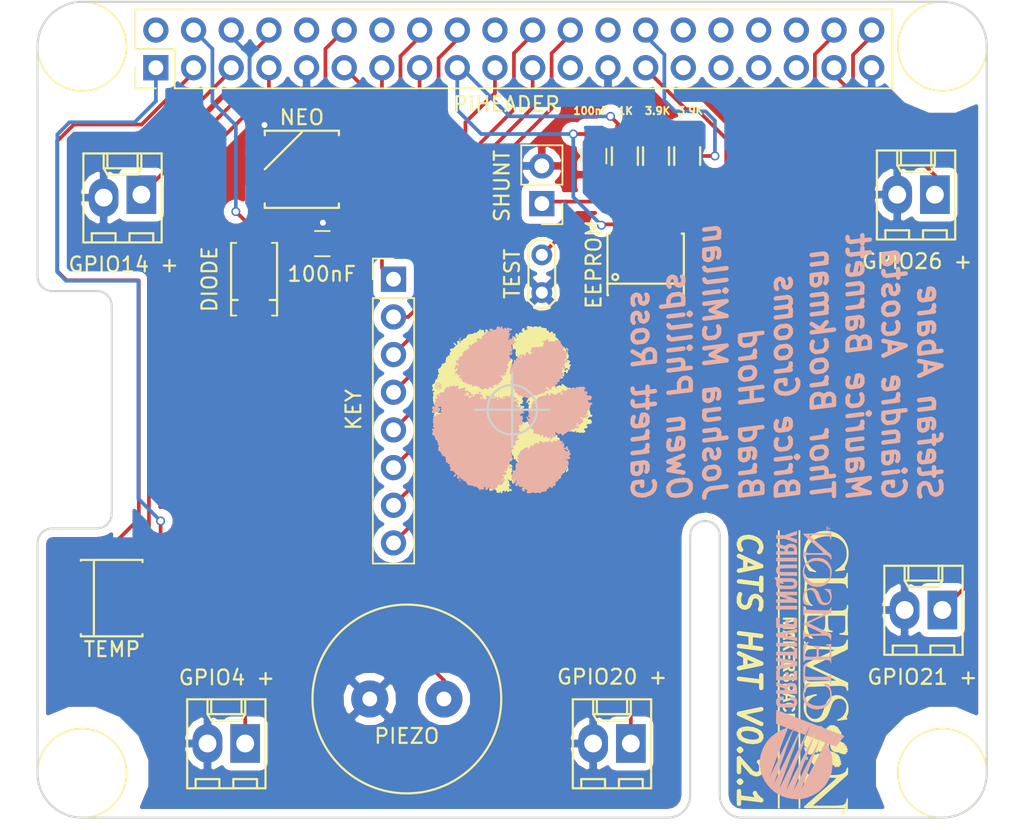
<source format=kicad_pcb>
(kicad_pcb (version 4) (host pcbnew 4.0.4-stable)

  (general
    (links 58)
    (no_connects 6)
    (area 79.650001 53.1 174.85 127.070001)
    (thickness 1.6)
    (drawings 55)
    (tracks 241)
    (zones 0)
    (modules 28)
    (nets 39)
  )

  (page A4)
  (layers
    (0 F.Cu signal)
    (31 B.Cu signal)
    (32 B.Adhes user)
    (33 F.Adhes user)
    (34 B.Paste user)
    (35 F.Paste user)
    (36 B.SilkS user)
    (37 F.SilkS user)
    (38 B.Mask user)
    (39 F.Mask user)
    (40 Dwgs.User user hide)
    (41 Cmts.User user)
    (42 Eco1.User user)
    (43 Eco2.User user)
    (44 Edge.Cuts user)
    (45 Margin user)
    (46 B.CrtYd user)
    (47 F.CrtYd user)
    (48 B.Fab user)
    (49 F.Fab user)
  )

  (setup
    (last_trace_width 0.25)
    (trace_clearance 0.2)
    (zone_clearance 0.508)
    (zone_45_only yes)
    (trace_min 0.2)
    (segment_width 0.15)
    (edge_width 0.15)
    (via_size 0.6)
    (via_drill 0.4)
    (via_min_size 0.4)
    (via_min_drill 0.3)
    (uvia_size 0.3)
    (uvia_drill 0.1)
    (uvias_allowed no)
    (uvia_min_size 0.2)
    (uvia_min_drill 0.1)
    (pcb_text_width 0.3)
    (pcb_text_size 1.5 1.5)
    (mod_edge_width 0.15)
    (mod_text_size 1 1)
    (mod_text_width 0.15)
    (pad_size 2 2.6)
    (pad_drill 1.2)
    (pad_to_mask_clearance 0.2)
    (aux_axis_origin 155 65)
    (visible_elements 7FFFF7FF)
    (pcbplotparams
      (layerselection 0x00030_80000001)
      (usegerberextensions false)
      (excludeedgelayer true)
      (linewidth 0.100000)
      (plotframeref false)
      (viasonmask false)
      (mode 1)
      (useauxorigin false)
      (hpglpennumber 1)
      (hpglpenspeed 20)
      (hpglpendiameter 15)
      (hpglpenoverlay 2)
      (psnegative false)
      (psa4output false)
      (plotreference true)
      (plotvalue true)
      (plotinvisibletext false)
      (padsonsilk false)
      (subtractmaskfromsilk false)
      (outputformat 1)
      (mirror false)
      (drillshape 1)
      (scaleselection 1)
      (outputdirectory ""))
  )

  (net 0 "")
  (net 1 +3V3)
  (net 2 GND)
  (net 3 +5V)
  (net 4 /GPIO2)
  (net 5 /GPIO3)
  (net 6 /GPIO4)
  (net 7 /GPIO14)
  (net 8 /GPIO15)
  (net 9 /GPIO17)
  (net 10 /GPIO18)
  (net 11 /GPIO27)
  (net 12 /GPIO22)
  (net 13 /GPIO23)
  (net 14 /GPIO24)
  (net 15 /GPIO10)
  (net 16 /GPIO9)
  (net 17 /GPIO25)
  (net 18 /GPIO11)
  (net 19 /GPIO8)
  (net 20 /GPIO7)
  (net 21 /ID_SD)
  (net 22 /ID_SC)
  (net 23 /GPIO5)
  (net 24 /GPIO6)
  (net 25 /GPIO12)
  (net 26 /GPIO13)
  (net 27 /GPIO19)
  (net 28 /GPIO16)
  (net 29 /GPIO26)
  (net 30 /GPIO20)
  (net 31 /GPIO21)
  (net 32 "Net-(ID_EEPROM1-Pad7)")
  (net 33 "Net-(temp1-Pad3)")
  (net 34 "Net-(temp1-Pad5)")
  (net 35 "Net-(temp1-Pad6)")
  (net 36 "Net-(temp1-Pad7)")
  (net 37 "Net-(C2-Pad1)")
  (net 38 "Net-(P4-PadDOUT)")

  (net_class Default "This is the default net class."
    (clearance 0.2)
    (trace_width 0.25)
    (via_dia 0.6)
    (via_drill 0.4)
    (uvia_dia 0.3)
    (uvia_drill 0.1)
    (add_net +3V3)
    (add_net +5V)
    (add_net /GPIO10)
    (add_net /GPIO11)
    (add_net /GPIO12)
    (add_net /GPIO13)
    (add_net /GPIO14)
    (add_net /GPIO15)
    (add_net /GPIO16)
    (add_net /GPIO17)
    (add_net /GPIO18)
    (add_net /GPIO19)
    (add_net /GPIO2)
    (add_net /GPIO20)
    (add_net /GPIO21)
    (add_net /GPIO22)
    (add_net /GPIO23)
    (add_net /GPIO24)
    (add_net /GPIO25)
    (add_net /GPIO26)
    (add_net /GPIO27)
    (add_net /GPIO3)
    (add_net /GPIO4)
    (add_net /GPIO5)
    (add_net /GPIO6)
    (add_net /GPIO7)
    (add_net /GPIO8)
    (add_net /GPIO9)
    (add_net /ID_SC)
    (add_net /ID_SD)
    (add_net GND)
    (add_net "Net-(C2-Pad1)")
    (add_net "Net-(ID_EEPROM1-Pad7)")
    (add_net "Net-(P4-PadDOUT)")
    (add_net "Net-(temp1-Pad3)")
    (add_net "Net-(temp1-Pad5)")
    (add_net "Net-(temp1-Pad6)")
    (add_net "Net-(temp1-Pad7)")
  )

  (module .pretty:Schottky_Diode (layer F.Cu) (tedit 58E47028) (tstamp 589C338E)
    (at 108.6 80.7 90)
    (descr "Diode, Universal, SMA, SMB, Handsoldering,")
    (tags "Diode Universal SMA SMB Handsoldering ")
    (path /5893856D)
    (attr smd)
    (fp_text reference DIODE (at 0 -3 90) (layer F.SilkS)
      (effects (font (size 1 1) (thickness 0.15)))
    )
    (fp_text value D_Schottky (at 0 3 90) (layer F.Fab)
      (effects (font (size 1 1) (thickness 0.15)))
    )
    (fp_line (start -1.4 1.55) (end -1.4 1.05) (layer F.SilkS) (width 0.15))
    (fp_line (start -1.4 -1.55) (end -1.4 -1.1) (layer F.SilkS) (width 0.15))
    (fp_line (start -2.45 -1.55) (end 2.45 -1.55) (layer F.SilkS) (width 0.15))
    (fp_line (start -2.45 1.55) (end 2.45 1.55) (layer F.SilkS) (width 0.15))
    (fp_line (start -2.45 1.2) (end -2.45 1.55) (layer F.SilkS) (width 0.12))
    (fp_line (start 2.45 -1.55) (end 2.45 -1.2) (layer F.SilkS) (width 0.12))
    (fp_line (start 2.45 1.2) (end 2.45 1.55) (layer F.SilkS) (width 0.12))
    (fp_line (start -2.35 1.45) (end -2.35 -1.45) (layer F.Fab) (width 0.1))
    (fp_line (start 2.35 -1.45) (end 2.35 1.45) (layer F.Fab) (width 0.1))
    (fp_line (start 2.35 1.45) (end -2.35 1.45) (layer F.Fab) (width 0.1))
    (fp_line (start 2.35 -1.45) (end -2.35 -1.45) (layer F.Fab) (width 0.1))
    (fp_line (start -2.45 -1.55) (end -2.45 -1.2) (layer F.SilkS) (width 0.12))
    (fp_line (start 2 1.05) (end -2 1.05) (layer F.Fab) (width 0.1))
    (fp_line (start -2 1.05) (end -2 -1.05) (layer F.Fab) (width 0.1))
    (fp_line (start 2 -1.05) (end -2 -1.05) (layer F.Fab) (width 0.1))
    (fp_line (start 2 -1.05) (end 2 1.05) (layer F.Fab) (width 0.1))
    (fp_line (start -3.35 -1.65) (end 3.35 -1.65) (layer F.CrtYd) (width 0.05))
    (fp_line (start 3.35 -1.65) (end 3.35 1.65) (layer F.CrtYd) (width 0.05))
    (fp_line (start 3.35 1.65) (end -3.35 1.65) (layer F.CrtYd) (width 0.05))
    (fp_line (start -3.35 1.65) (end -3.35 -1.65) (layer F.CrtYd) (width 0.05))
    (fp_line (start -0.64944 0.00102) (end -1.55114 0.00102) (layer F.Fab) (width 0.1))
    (fp_line (start 0.50118 0.00102) (end 1.4994 0.00102) (layer F.Fab) (width 0.1))
    (fp_line (start -0.64944 -0.79908) (end -0.64944 0.80112) (layer F.Fab) (width 0.1))
    (fp_line (start 0.50118 0.75032) (end 0.50118 -0.79908) (layer F.Fab) (width 0.1))
    (fp_line (start -0.64944 0.00102) (end 0.50118 0.75032) (layer F.Fab) (width 0.1))
    (fp_line (start -0.64944 0.00102) (end 0.50118 -0.79908) (layer F.Fab) (width 0.1))
    (pad 2 smd rect (at 2 0 90) (size 2.5 1.7) (layers F.Cu F.Paste F.Mask)
      (net 3 +5V))
    (pad 1 smd rect (at -2 0 90) (size 2.5 1.7) (layers F.Cu F.Paste F.Mask)
      (net 37 "Net-(C2-Pad1)"))
    (model Diodes_SMD.3dshapes/D_SMA-SMB_Universal_Handsoldering.wrl
      (at (xyz 0 0 0))
      (scale (xyz 0.3937 0.3937 0.3937))
      (rotate (xyz 0 0 180))
    )
  )

  (module .pretty:Neo_RGB_LED (layer F.Cu) (tedit 58E4124E) (tstamp 58DBE8F8)
    (at 111.82 73.29)
    (descr http://www.cree.com/~/media/Files/Cree/LED-Components-and-Modules/HB/Data-Sheets/CLMVBFKA.pdf)
    (tags "LED Cree PLCC-4")
    (path /5893A761)
    (attr smd)
    (fp_text reference NEO (at 0 -3.5) (layer F.SilkS)
      (effects (font (size 1 1) (thickness 0.15)))
    )
    (fp_text value Neo_LED_RGB_IC (at 0 4) (layer F.Fab)
      (effects (font (size 1 1) (thickness 0.15)))
    )
    (fp_line (start 2.5 -2.6) (end -2.5 -2.6) (layer F.SilkS) (width 0.15))
    (fp_line (start -2.5 2.6) (end 2.5 2.6) (layer F.SilkS) (width 0.15))
    (fp_line (start 2.5 -2.6) (end 2.5 -2.3) (layer F.SilkS) (width 0.15))
    (fp_line (start 2.5 2.6) (end 2.5 2.3) (layer F.SilkS) (width 0.15))
    (fp_line (start -2.5 2.6) (end -2.5 2.3) (layer F.SilkS) (width 0.15))
    (fp_line (start -2.5 -2.6) (end -2.5 -2.3) (layer F.SilkS) (width 0.15))
    (fp_line (start -2.5 0) (end 0 -2.5) (layer F.SilkS) (width 0.15))
    (fp_line (start 3.75 -2.85) (end -3.75 -2.85) (layer F.CrtYd) (width 0.05))
    (fp_line (start 3.75 2.85) (end 3.75 -2.85) (layer F.CrtYd) (width 0.05))
    (fp_line (start -3.75 2.85) (end 3.75 2.85) (layer F.CrtYd) (width 0.05))
    (fp_line (start -3.75 -2.85) (end -3.75 2.85) (layer F.CrtYd) (width 0.05))
    (fp_line (start -1.5 -2.5) (end -2.5 -1.5) (layer F.Fab) (width 0.1))
    (fp_line (start -2.5 -2.5) (end -2.5 2.5) (layer F.Fab) (width 0.1))
    (fp_line (start -2.5 2.5) (end 2.5 2.5) (layer F.Fab) (width 0.1))
    (fp_line (start 2.5 2.5) (end 2.5 -2.5) (layer F.Fab) (width 0.1))
    (fp_line (start 2.5 -2.5) (end -2.5 -2.5) (layer F.Fab) (width 0.1))
    (fp_circle (center 0 0) (end 0 -2) (layer F.Fab) (width 0.1))
    (pad VDD smd rect (at 2.5 1.6) (size 1.6 1) (layers F.Cu F.Paste F.Mask)
      (net 37 "Net-(C2-Pad1)"))
    (pad DOUT smd rect (at 2.5 -1.6) (size 1.6 1) (layers F.Cu F.Paste F.Mask)
      (net 38 "Net-(P4-PadDOUT)"))
    (pad DIN smd rect (at -2.5 1.6) (size 1.6 1) (layers F.Cu F.Paste F.Mask)
      (net 10 /GPIO18))
    (pad VSS smd rect (at -2.5 -1.6) (size 1.6 1) (layers F.Cu F.Paste F.Mask)
      (net 2 GND))
    (model LEDs.3dshapes/LED_Cree-PLCC4.wrl
      (at (xyz 0 0 0))
      (scale (xyz 0.39 0.39 0.39))
      (rotate (xyz 0 0 0))
    )
  )

  (module Housings_SOIC:SOIC-8_3.9x4.9mm_Pitch1.27mm (layer F.Cu) (tedit 58E4128A) (tstamp 5888CC2E)
    (at 99 102.2)
    (descr "8-Lead Plastic Small Outline (SN) - Narrow, 3.90 mm Body [SOIC] (see Microchip Packaging Specification 00000049BS.pdf)")
    (tags "SOIC 1.27")
    (path /5889D819)
    (attr smd)
    (fp_text reference TEMP (at 0.02 3.45) (layer F.SilkS)
      (effects (font (size 1 1) (thickness 0.15)))
    )
    (fp_text value LM75BD (at 0 3.5) (layer F.Fab)
      (effects (font (size 1 1) (thickness 0.15)))
    )
    (fp_line (start -1.2 -2.55) (end -1.2 2.55) (layer F.SilkS) (width 0.15))
    (fp_line (start -0.95 -2.45) (end 1.95 -2.45) (layer F.Fab) (width 0.15))
    (fp_line (start 1.95 -2.45) (end 1.95 2.45) (layer F.Fab) (width 0.15))
    (fp_line (start 1.95 2.45) (end -1.95 2.45) (layer F.Fab) (width 0.15))
    (fp_line (start -1.95 2.45) (end -1.95 -1.45) (layer F.Fab) (width 0.15))
    (fp_line (start -1.95 -1.45) (end -0.95 -2.45) (layer F.Fab) (width 0.15))
    (fp_line (start -3.75 -2.75) (end -3.75 2.75) (layer F.CrtYd) (width 0.05))
    (fp_line (start 3.75 -2.75) (end 3.75 2.75) (layer F.CrtYd) (width 0.05))
    (fp_line (start -3.75 -2.75) (end 3.75 -2.75) (layer F.CrtYd) (width 0.05))
    (fp_line (start -3.75 2.75) (end 3.75 2.75) (layer F.CrtYd) (width 0.05))
    (fp_line (start -2.075 -2.575) (end -2.075 -2.525) (layer F.SilkS) (width 0.15))
    (fp_line (start 2.075 -2.575) (end 2.075 -2.43) (layer F.SilkS) (width 0.15))
    (fp_line (start 2.075 2.575) (end 2.075 2.43) (layer F.SilkS) (width 0.15))
    (fp_line (start -2.075 2.575) (end -2.075 2.43) (layer F.SilkS) (width 0.15))
    (fp_line (start -2.075 -2.575) (end 2.075 -2.575) (layer F.SilkS) (width 0.15))
    (fp_line (start -2.075 2.575) (end 2.075 2.575) (layer F.SilkS) (width 0.15))
    (pad 1 smd rect (at -2.7 -1.905) (size 1.55 0.6) (layers F.Cu F.Paste F.Mask)
      (net 4 /GPIO2))
    (pad 2 smd rect (at -2.7 -0.635) (size 1.55 0.6) (layers F.Cu F.Paste F.Mask)
      (net 5 /GPIO3))
    (pad 3 smd rect (at -2.7 0.635) (size 1.55 0.6) (layers F.Cu F.Paste F.Mask)
      (net 33 "Net-(temp1-Pad3)"))
    (pad 4 smd rect (at -2.7 1.905) (size 1.55 0.6) (layers F.Cu F.Paste F.Mask)
      (net 2 GND))
    (pad 5 smd rect (at 2.7 1.905) (size 1.55 0.6) (layers F.Cu F.Paste F.Mask)
      (net 34 "Net-(temp1-Pad5)"))
    (pad 6 smd rect (at 2.7 0.635) (size 1.55 0.6) (layers F.Cu F.Paste F.Mask)
      (net 35 "Net-(temp1-Pad6)"))
    (pad 7 smd rect (at 2.7 -0.635) (size 1.55 0.6) (layers F.Cu F.Paste F.Mask)
      (net 36 "Net-(temp1-Pad7)"))
    (pad 8 smd rect (at 2.7 -1.905) (size 1.55 0.6) (layers F.Cu F.Paste F.Mask)
      (net 1 +3V3))
    (model Housings_SOIC.3dshapes/SOIC-8_3.9x4.9mm_Pitch1.27mm.wrl
      (at (xyz 0 0 0))
      (scale (xyz 1 1 1))
      (rotate (xyz 0 0 0))
    )
  )

  (module Housings_SOIC:SOIC-8_3.9x4.9mm_Pitch1.27mm (layer F.Cu) (tedit 58E40BC4) (tstamp 5888768F)
    (at 135 79.7 90)
    (descr "8-Lead Plastic Small Outline (SN) - Narrow, 3.90 mm Body [SOIC] (see Microchip Packaging Specification 00000049BS.pdf)")
    (tags "SOIC 1.27")
    (path /58887B87)
    (attr smd)
    (fp_text reference EEPROM (at 0 -3.5 90) (layer F.SilkS)
      (effects (font (size 1 1) (thickness 0.15)))
    )
    (fp_text value CAT24C32 (at 0 3.5 90) (layer F.Fab)
      (effects (font (size 1 1) (thickness 0.15)))
    )
    (fp_circle (center -0.85 -2.05) (end -0.65 -2.05) (layer F.SilkS) (width 0.15))
    (fp_line (start -1.3 -2.6) (end -1.3 2.55) (layer F.SilkS) (width 0.15))
    (fp_line (start -0.95 -2.45) (end 1.95 -2.45) (layer F.Fab) (width 0.15))
    (fp_line (start 1.95 -2.45) (end 1.95 2.45) (layer F.Fab) (width 0.15))
    (fp_line (start 1.95 2.45) (end -1.95 2.45) (layer F.Fab) (width 0.15))
    (fp_line (start -1.95 2.45) (end -1.95 -1.45) (layer F.Fab) (width 0.15))
    (fp_line (start -1.95 -1.45) (end -0.95 -2.45) (layer F.Fab) (width 0.15))
    (fp_line (start -3.75 -2.75) (end -3.75 2.75) (layer F.CrtYd) (width 0.05))
    (fp_line (start 3.75 -2.75) (end 3.75 2.75) (layer F.CrtYd) (width 0.05))
    (fp_line (start -3.75 -2.75) (end 3.75 -2.75) (layer F.CrtYd) (width 0.05))
    (fp_line (start -3.75 2.75) (end 3.75 2.75) (layer F.CrtYd) (width 0.05))
    (fp_line (start -2.075 -2.575) (end -2.075 -2.525) (layer F.SilkS) (width 0.15))
    (fp_line (start 2.075 -2.575) (end 2.075 -2.43) (layer F.SilkS) (width 0.15))
    (fp_line (start 2.075 2.575) (end 2.075 2.43) (layer F.SilkS) (width 0.15))
    (fp_line (start -2.075 2.575) (end -2.075 2.43) (layer F.SilkS) (width 0.15))
    (fp_line (start -2.075 -2.575) (end 2.075 -2.575) (layer F.SilkS) (width 0.15))
    (fp_line (start -2.075 2.575) (end 2.075 2.575) (layer F.SilkS) (width 0.15))
    (pad 1 smd rect (at -2.7 -1.905 90) (size 1.55 0.6) (layers F.Cu F.Paste F.Mask)
      (net 2 GND))
    (pad 2 smd rect (at -2.7 -0.635 90) (size 1.55 0.6) (layers F.Cu F.Paste F.Mask)
      (net 2 GND))
    (pad 3 smd rect (at -2.7 0.635 90) (size 1.55 0.6) (layers F.Cu F.Paste F.Mask)
      (net 2 GND))
    (pad 4 smd rect (at -2.7 1.905 90) (size 1.55 0.6) (layers F.Cu F.Paste F.Mask)
      (net 2 GND))
    (pad 5 smd rect (at 2.7 1.905 90) (size 1.55 0.6) (layers F.Cu F.Paste F.Mask)
      (net 21 /ID_SD))
    (pad 6 smd rect (at 2.7 0.635 90) (size 1.55 0.6) (layers F.Cu F.Paste F.Mask)
      (net 22 /ID_SC))
    (pad 7 smd rect (at 2.7 -0.635 90) (size 1.55 0.6) (layers F.Cu F.Paste F.Mask)
      (net 32 "Net-(ID_EEPROM1-Pad7)"))
    (pad 8 smd rect (at 2.7 -1.905 90) (size 1.55 0.6) (layers F.Cu F.Paste F.Mask)
      (net 1 +3V3))
    (model Housings_SOIC.3dshapes/SOIC-8_3.9x4.9mm_Pitch1.27mm.wrl
      (at (xyz 0 0 0))
      (scale (xyz 1 1 1))
      (rotate (xyz 0 0 0))
    )
  )

  (module Pin_Headers:Pin_Header_Straight_2x20_Pitch2.54mm (layer F.Cu) (tedit 58EC6440) (tstamp 588876BB)
    (at 101.98 66.44 90)
    (descr "Through hole straight pin header, 2x20, 2.54mm pitch, double rows")
    (tags "Through hole pin header THT 2x20 2.54mm double row")
    (path /588857EE)
    (fp_text reference PiHEADER (at -2.46 23.64 180) (layer F.SilkS)
      (effects (font (size 1 1) (thickness 0.15)))
    )
    (fp_text value CONN_02X20 (at -2.46 14.21 180) (layer F.Fab)
      (effects (font (size 1 1) (thickness 0.15)))
    )
    (fp_line (start -1.27 -1.27) (end -1.27 49.53) (layer F.Fab) (width 0.1))
    (fp_line (start -1.27 49.53) (end 3.81 49.53) (layer F.Fab) (width 0.1))
    (fp_line (start 3.81 49.53) (end 3.81 -1.27) (layer F.Fab) (width 0.1))
    (fp_line (start 3.81 -1.27) (end -1.27 -1.27) (layer F.Fab) (width 0.1))
    (fp_line (start -1.39 1.27) (end -1.39 49.65) (layer F.SilkS) (width 0.12))
    (fp_line (start -1.39 49.65) (end 3.93 49.65) (layer F.SilkS) (width 0.12))
    (fp_line (start 3.93 49.65) (end 3.93 -1.39) (layer F.SilkS) (width 0.12))
    (fp_line (start 3.93 -1.39) (end 1.27 -1.39) (layer F.SilkS) (width 0.12))
    (fp_line (start 1.27 -1.39) (end 1.27 1.27) (layer F.SilkS) (width 0.12))
    (fp_line (start 1.27 1.27) (end -1.39 1.27) (layer F.SilkS) (width 0.12))
    (fp_line (start -1.39 0) (end -1.39 -1.39) (layer F.SilkS) (width 0.12))
    (fp_line (start -1.39 -1.39) (end 0 -1.39) (layer F.SilkS) (width 0.12))
    (fp_line (start -1.6 -1.6) (end -1.6 49.8) (layer F.CrtYd) (width 0.05))
    (fp_line (start -1.6 49.8) (end 4.1 49.8) (layer F.CrtYd) (width 0.05))
    (fp_line (start 4.1 49.8) (end 4.1 -1.6) (layer F.CrtYd) (width 0.05))
    (fp_line (start 4.1 -1.6) (end -1.6 -1.6) (layer F.CrtYd) (width 0.05))
    (pad 1 thru_hole rect (at 0 0 90) (size 1.7 1.7) (drill 1) (layers *.Cu *.Mask)
      (net 1 +3V3))
    (pad 2 thru_hole oval (at 2.54 0 90) (size 1.7 1.7) (drill 1) (layers *.Cu *.Mask)
      (net 3 +5V))
    (pad 3 thru_hole oval (at 0 2.54 90) (size 1.7 1.7) (drill 1) (layers *.Cu *.Mask)
      (net 4 /GPIO2))
    (pad 4 thru_hole oval (at 2.54 2.54 90) (size 1.7 1.7) (drill 1) (layers *.Cu *.Mask)
      (net 3 +5V))
    (pad 5 thru_hole oval (at 0 5.08 90) (size 1.7 1.7) (drill 1) (layers *.Cu *.Mask)
      (net 5 /GPIO3))
    (pad 6 thru_hole oval (at 2.54 5.08 90) (size 1.7 1.7) (drill 1) (layers *.Cu *.Mask)
      (net 2 GND))
    (pad 7 thru_hole oval (at 0 7.62 90) (size 1.7 1.7) (drill 1) (layers *.Cu *.Mask)
      (net 6 /GPIO4))
    (pad 8 thru_hole oval (at 2.54 7.62 90) (size 1.7 1.7) (drill 1) (layers *.Cu *.Mask)
      (net 7 /GPIO14))
    (pad 9 thru_hole oval (at 0 10.16 90) (size 1.7 1.7) (drill 1) (layers *.Cu *.Mask)
      (net 2 GND))
    (pad 10 thru_hole oval (at 2.54 10.16 90) (size 1.7 1.7) (drill 1) (layers *.Cu *.Mask)
      (net 8 /GPIO15))
    (pad 11 thru_hole oval (at 0 12.7 90) (size 1.7 1.7) (drill 1) (layers *.Cu *.Mask)
      (net 9 /GPIO17))
    (pad 12 thru_hole oval (at 2.54 12.7 90) (size 1.7 1.7) (drill 1) (layers *.Cu *.Mask)
      (net 10 /GPIO18))
    (pad 13 thru_hole oval (at 0 15.24 90) (size 1.7 1.7) (drill 1) (layers *.Cu *.Mask)
      (net 11 /GPIO27))
    (pad 14 thru_hole oval (at 2.54 15.24 90) (size 1.7 1.7) (drill 1) (layers *.Cu *.Mask)
      (net 2 GND))
    (pad 15 thru_hole oval (at 0 17.78 90) (size 1.7 1.7) (drill 1) (layers *.Cu *.Mask)
      (net 12 /GPIO22))
    (pad 16 thru_hole oval (at 2.54 17.78 90) (size 1.7 1.7) (drill 1) (layers *.Cu *.Mask)
      (net 13 /GPIO23))
    (pad 17 thru_hole oval (at 0 20.32 90) (size 1.7 1.7) (drill 1) (layers *.Cu *.Mask)
      (net 1 +3V3))
    (pad 18 thru_hole oval (at 2.54 20.32 90) (size 1.7 1.7) (drill 1) (layers *.Cu *.Mask)
      (net 14 /GPIO24))
    (pad 19 thru_hole oval (at 0 22.86 90) (size 1.7 1.7) (drill 1) (layers *.Cu *.Mask)
      (net 15 /GPIO10))
    (pad 20 thru_hole oval (at 2.54 22.86 90) (size 1.7 1.7) (drill 1) (layers *.Cu *.Mask)
      (net 2 GND))
    (pad 21 thru_hole oval (at 0 25.4 90) (size 1.7 1.7) (drill 1) (layers *.Cu *.Mask)
      (net 16 /GPIO9))
    (pad 22 thru_hole oval (at 2.54 25.4 90) (size 1.7 1.7) (drill 1) (layers *.Cu *.Mask)
      (net 17 /GPIO25))
    (pad 23 thru_hole oval (at 0 27.94 90) (size 1.7 1.7) (drill 1) (layers *.Cu *.Mask)
      (net 18 /GPIO11))
    (pad 24 thru_hole oval (at 2.54 27.94 90) (size 1.7 1.7) (drill 1) (layers *.Cu *.Mask)
      (net 19 /GPIO8))
    (pad 25 thru_hole oval (at 0 30.48 90) (size 1.7 1.7) (drill 1) (layers *.Cu *.Mask)
      (net 2 GND))
    (pad 26 thru_hole oval (at 2.54 30.48 90) (size 1.7 1.7) (drill 1) (layers *.Cu *.Mask)
      (net 20 /GPIO7))
    (pad 27 thru_hole oval (at 0 33.02 90) (size 1.7 1.7) (drill 1) (layers *.Cu *.Mask)
      (net 21 /ID_SD))
    (pad 28 thru_hole oval (at 2.54 33.02 90) (size 1.7 1.7) (drill 1) (layers *.Cu *.Mask)
      (net 22 /ID_SC))
    (pad 29 thru_hole oval (at 0 35.56 90) (size 1.7 1.7) (drill 1) (layers *.Cu *.Mask)
      (net 23 /GPIO5))
    (pad 30 thru_hole oval (at 2.54 35.56 90) (size 1.7 1.7) (drill 1) (layers *.Cu *.Mask)
      (net 2 GND))
    (pad 31 thru_hole oval (at 0 38.1 90) (size 1.7 1.7) (drill 1) (layers *.Cu *.Mask)
      (net 24 /GPIO6))
    (pad 32 thru_hole oval (at 2.54 38.1 90) (size 1.7 1.7) (drill 1) (layers *.Cu *.Mask)
      (net 25 /GPIO12))
    (pad 33 thru_hole oval (at 0 40.64 90) (size 1.7 1.7) (drill 1) (layers *.Cu *.Mask)
      (net 26 /GPIO13))
    (pad 34 thru_hole oval (at 2.54 40.64 90) (size 1.7 1.7) (drill 1) (layers *.Cu *.Mask)
      (net 2 GND))
    (pad 35 thru_hole oval (at 0 43.18 90) (size 1.7 1.7) (drill 1) (layers *.Cu *.Mask)
      (net 27 /GPIO19))
    (pad 36 thru_hole oval (at 2.54 43.18 90) (size 1.7 1.7) (drill 1) (layers *.Cu *.Mask)
      (net 28 /GPIO16))
    (pad 37 thru_hole oval (at 0 45.72 90) (size 1.7 1.7) (drill 1) (layers *.Cu *.Mask)
      (net 29 /GPIO26))
    (pad 38 thru_hole oval (at 2.54 45.72 90) (size 1.7 1.7) (drill 1) (layers *.Cu *.Mask)
      (net 30 /GPIO20))
    (pad 39 thru_hole oval (at 0 48.26 90) (size 1.7 1.7) (drill 1) (layers *.Cu *.Mask)
      (net 2 GND))
    (pad 40 thru_hole oval (at 2.54 48.26 90) (size 1.7 1.7) (drill 1) (layers *.Cu *.Mask)
      (net 31 /GPIO21))
    (model Pin_Headers.3dshapes/Pin_Header_Straight_2x20_Pitch2.54mm.wrl
      (at (xyz 0.05 -0.95 0))
      (scale (xyz 1 1 1))
      (rotate (xyz 0 0 90))
    )
  )

  (module Capacitors_SMD:C_0805_HandSoldering (layer F.Cu) (tedit 58E470D1) (tstamp 58887683)
    (at 131.5 72.4 270)
    (descr "Capacitor SMD 0805, hand soldering")
    (tags "capacitor 0805")
    (path /58887E47)
    (attr smd)
    (fp_text reference 100nF (at -3.05 0.21 540) (layer F.SilkS)
      (effects (font (size 0.5 0.5) (thickness 0.125)))
    )
    (fp_text value 100n (at 2.9 -0.1 360) (layer F.Fab)
      (effects (font (size 0.5 0.5) (thickness 0.125)))
    )
    (fp_line (start -1 0.625) (end -1 -0.625) (layer F.Fab) (width 0.1))
    (fp_line (start 1 0.625) (end -1 0.625) (layer F.Fab) (width 0.1))
    (fp_line (start 1 -0.625) (end 1 0.625) (layer F.Fab) (width 0.1))
    (fp_line (start -1 -0.625) (end 1 -0.625) (layer F.Fab) (width 0.1))
    (fp_line (start -2.3 -1) (end 2.3 -1) (layer F.CrtYd) (width 0.05))
    (fp_line (start -2.3 1) (end 2.3 1) (layer F.CrtYd) (width 0.05))
    (fp_line (start -2.3 -1) (end -2.3 1) (layer F.CrtYd) (width 0.05))
    (fp_line (start 2.3 -1) (end 2.3 1) (layer F.CrtYd) (width 0.05))
    (fp_line (start 0.5 -0.85) (end -0.5 -0.85) (layer F.SilkS) (width 0.12))
    (fp_line (start -0.5 0.85) (end 0.5 0.85) (layer F.SilkS) (width 0.12))
    (pad 1 smd rect (at -1.25 0 270) (size 1.5 1.25) (layers F.Cu F.Paste F.Mask)
      (net 1 +3V3))
    (pad 2 smd rect (at 1.25 0 270) (size 1.5 1.25) (layers F.Cu F.Paste F.Mask)
      (net 2 GND))
    (model Capacitors_SMD.3dshapes/C_0805_HandSoldering.wrl
      (at (xyz 0 0 0))
      (scale (xyz 1 1 1))
      (rotate (xyz 0 0 0))
    )
  )

  (module Pin_Headers:Pin_Header_Straight_1x02_Pitch2.54mm (layer F.Cu) (tedit 58E4136D) (tstamp 588876C1)
    (at 128 75.6 180)
    (descr "Through hole straight pin header, 1x02, 2.54mm pitch, single row")
    (tags "Through hole pin header THT 1x02 2.54mm single row")
    (path /588887AA)
    (fp_text reference SHUNT (at 2.69 1.19 270) (layer F.SilkS)
      (effects (font (size 1 1) (thickness 0.15)))
    )
    (fp_text value CONN_01X02 (at 0 4.93 180) (layer F.Fab)
      (effects (font (size 1 1) (thickness 0.15)))
    )
    (fp_line (start -1.27 -1.27) (end -1.27 3.81) (layer F.Fab) (width 0.1))
    (fp_line (start -1.27 3.81) (end 1.27 3.81) (layer F.Fab) (width 0.1))
    (fp_line (start 1.27 3.81) (end 1.27 -1.27) (layer F.Fab) (width 0.1))
    (fp_line (start 1.27 -1.27) (end -1.27 -1.27) (layer F.Fab) (width 0.1))
    (fp_line (start -1.39 1.27) (end -1.39 3.93) (layer F.SilkS) (width 0.12))
    (fp_line (start -1.39 3.93) (end 1.39 3.93) (layer F.SilkS) (width 0.12))
    (fp_line (start 1.39 3.93) (end 1.39 1.27) (layer F.SilkS) (width 0.12))
    (fp_line (start 1.39 1.27) (end -1.39 1.27) (layer F.SilkS) (width 0.12))
    (fp_line (start -1.39 0) (end -1.39 -1.39) (layer F.SilkS) (width 0.12))
    (fp_line (start -1.39 -1.39) (end 0 -1.39) (layer F.SilkS) (width 0.12))
    (fp_line (start -1.6 -1.6) (end -1.6 4.1) (layer F.CrtYd) (width 0.05))
    (fp_line (start -1.6 4.1) (end 1.6 4.1) (layer F.CrtYd) (width 0.05))
    (fp_line (start 1.6 4.1) (end 1.6 -1.6) (layer F.CrtYd) (width 0.05))
    (fp_line (start 1.6 -1.6) (end -1.6 -1.6) (layer F.CrtYd) (width 0.05))
    (pad 1 thru_hole rect (at 0 0 180) (size 1.7 1.7) (drill 1) (layers *.Cu *.Mask)
      (net 32 "Net-(ID_EEPROM1-Pad7)"))
    (pad 2 thru_hole oval (at 0 2.54 180) (size 1.7 1.7) (drill 1) (layers *.Cu *.Mask)
      (net 2 GND))
    (model Pin_Headers.3dshapes/Pin_Header_Straight_1x02_Pitch2.54mm.wrl
      (at (xyz 0 -0.05 0))
      (scale (xyz 1 1 1))
      (rotate (xyz 0 0 90))
    )
  )

  (module Measurement_Points:Test_Point_2Pads (layer F.Cu) (tedit 58E41366) (tstamp 588876C7)
    (at 128 81.6 90)
    (descr "Connecteurs 2 pins")
    (tags "CONN DEV")
    (path /5888A3E7)
    (attr virtual)
    (fp_text reference TEST (at 1.27 -2 90) (layer F.SilkS)
      (effects (font (size 1 1) (thickness 0.15)))
    )
    (fp_text value horizTest (at 1.27 2 90) (layer F.Fab)
      (effects (font (size 1 1) (thickness 0.15)))
    )
    (fp_line (start -0.65 1.15) (end 3.15 1.15) (layer F.CrtYd) (width 0.05))
    (fp_line (start 3.15 1.15) (end 3.8 0.5) (layer F.CrtYd) (width 0.05))
    (fp_line (start 3.8 0.5) (end 3.8 -0.5) (layer F.CrtYd) (width 0.05))
    (fp_line (start 3.8 -0.5) (end 3.15 -1.15) (layer F.CrtYd) (width 0.05))
    (fp_line (start 3.15 -1.15) (end -0.65 -1.15) (layer F.CrtYd) (width 0.05))
    (fp_line (start -0.65 -1.15) (end -1.3 -0.5) (layer F.CrtYd) (width 0.05))
    (fp_line (start -1.3 -0.5) (end -1.3 0.5) (layer F.CrtYd) (width 0.05))
    (fp_line (start -1.3 0.5) (end -0.65 1.15) (layer F.CrtYd) (width 0.05))
    (fp_line (start -0.53 -0.9) (end 3.07 -0.9) (layer F.SilkS) (width 0.15))
    (fp_line (start 3.07 -0.9) (end 3.57 -0.4) (layer F.SilkS) (width 0.15))
    (fp_line (start 3.57 -0.4) (end 3.57 0.4) (layer F.SilkS) (width 0.15))
    (fp_line (start 3.57 0.4) (end 3.07 0.9) (layer F.SilkS) (width 0.15))
    (fp_line (start 3.07 0.9) (end -0.53 0.9) (layer F.SilkS) (width 0.15))
    (fp_line (start -0.53 0.9) (end -1.03 0.4) (layer F.SilkS) (width 0.15))
    (fp_line (start -1.03 0.4) (end -1.03 -0.4) (layer F.SilkS) (width 0.15))
    (fp_line (start -1.03 -0.4) (end -0.53 -0.9) (layer F.SilkS) (width 0.15))
    (pad 1 thru_hole circle (at 0 0 90) (size 1.4 1.4) (drill 0.8128) (layers *.Cu *.Mask)
      (net 2 GND))
    (pad 2 thru_hole circle (at 2.54 0 90) (size 1.4 1.4) (drill 0.8128) (layers *.Cu *.Mask)
      (net 32 "Net-(ID_EEPROM1-Pad7)"))
  )

  (module Resistors_SMD:R_0805_HandSoldering (layer F.Cu) (tedit 58E4712F) (tstamp 588876CD)
    (at 133.6 72.4 270)
    (descr "Resistor SMD 0805, hand soldering")
    (tags "resistor 0805")
    (path /5888803F)
    (attr smd)
    (fp_text reference 1K (at -3.05 -0.04 360) (layer F.SilkS)
      (effects (font (size 0.5 0.5) (thickness 0.125)))
    )
    (fp_text value 1K (at 2.89 -0.05 360) (layer F.Fab)
      (effects (font (size 0.5 0.5) (thickness 0.125)))
    )
    (fp_line (start -1 0.625) (end -1 -0.625) (layer F.Fab) (width 0.1))
    (fp_line (start 1 0.625) (end -1 0.625) (layer F.Fab) (width 0.1))
    (fp_line (start 1 -0.625) (end 1 0.625) (layer F.Fab) (width 0.1))
    (fp_line (start -1 -0.625) (end 1 -0.625) (layer F.Fab) (width 0.1))
    (fp_line (start -2.4 -1) (end 2.4 -1) (layer F.CrtYd) (width 0.05))
    (fp_line (start -2.4 1) (end 2.4 1) (layer F.CrtYd) (width 0.05))
    (fp_line (start -2.4 -1) (end -2.4 1) (layer F.CrtYd) (width 0.05))
    (fp_line (start 2.4 -1) (end 2.4 1) (layer F.CrtYd) (width 0.05))
    (fp_line (start 0.6 0.875) (end -0.6 0.875) (layer F.SilkS) (width 0.15))
    (fp_line (start -0.6 -0.875) (end 0.6 -0.875) (layer F.SilkS) (width 0.15))
    (pad 1 smd rect (at -1.35 0 270) (size 1.5 1.3) (layers F.Cu F.Paste F.Mask)
      (net 1 +3V3))
    (pad 2 smd rect (at 1.35 0 270) (size 1.5 1.3) (layers F.Cu F.Paste F.Mask)
      (net 32 "Net-(ID_EEPROM1-Pad7)"))
    (model Resistors_SMD.3dshapes/R_0805_HandSoldering.wrl
      (at (xyz 0 0 0))
      (scale (xyz 1 1 1))
      (rotate (xyz 0 0 0))
    )
  )

  (module Resistors_SMD:R_0805_HandSoldering (layer F.Cu) (tedit 58E470FE) (tstamp 588876D3)
    (at 135.7 72.4 270)
    (descr "Resistor SMD 0805, hand soldering")
    (tags "resistor 0805")
    (path /58888078)
    (attr smd)
    (fp_text reference 3.9K (at -3.05 -0.1 360) (layer F.SilkS)
      (effects (font (size 0.5 0.5) (thickness 0.125)))
    )
    (fp_text value 3.9K (at 2.89 0.02 360) (layer F.Fab)
      (effects (font (size 0.5 0.5) (thickness 0.125)))
    )
    (fp_line (start -1 0.625) (end -1 -0.625) (layer F.Fab) (width 0.1))
    (fp_line (start 1 0.625) (end -1 0.625) (layer F.Fab) (width 0.1))
    (fp_line (start 1 -0.625) (end 1 0.625) (layer F.Fab) (width 0.1))
    (fp_line (start -1 -0.625) (end 1 -0.625) (layer F.Fab) (width 0.1))
    (fp_line (start -2.4 -1) (end 2.4 -1) (layer F.CrtYd) (width 0.05))
    (fp_line (start -2.4 1) (end 2.4 1) (layer F.CrtYd) (width 0.05))
    (fp_line (start -2.4 -1) (end -2.4 1) (layer F.CrtYd) (width 0.05))
    (fp_line (start 2.4 -1) (end 2.4 1) (layer F.CrtYd) (width 0.05))
    (fp_line (start 0.6 0.875) (end -0.6 0.875) (layer F.SilkS) (width 0.15))
    (fp_line (start -0.6 -0.875) (end 0.6 -0.875) (layer F.SilkS) (width 0.15))
    (pad 1 smd rect (at -1.35 0 270) (size 1.5 1.3) (layers F.Cu F.Paste F.Mask)
      (net 1 +3V3))
    (pad 2 smd rect (at 1.35 0 270) (size 1.5 1.3) (layers F.Cu F.Paste F.Mask)
      (net 22 /ID_SC))
    (model Resistors_SMD.3dshapes/R_0805_HandSoldering.wrl
      (at (xyz 0 0 0))
      (scale (xyz 1 1 1))
      (rotate (xyz 0 0 0))
    )
  )

  (module Resistors_SMD:R_0805_HandSoldering (layer F.Cu) (tedit 58E4711D) (tstamp 588876D9)
    (at 137.8 72.4 270)
    (descr "Resistor SMD 0805, hand soldering")
    (tags "resistor 0805")
    (path /588880A9)
    (attr smd)
    (fp_text reference 3.9K (at -3.05 -0.22 360) (layer F.SilkS)
      (effects (font (size 0.5 0.5) (thickness 0.125)))
    )
    (fp_text value 3.9K (at 2.89 -0.1 360) (layer F.Fab)
      (effects (font (size 0.5 0.5) (thickness 0.125)))
    )
    (fp_line (start -1 0.625) (end -1 -0.625) (layer F.Fab) (width 0.1))
    (fp_line (start 1 0.625) (end -1 0.625) (layer F.Fab) (width 0.1))
    (fp_line (start 1 -0.625) (end 1 0.625) (layer F.Fab) (width 0.1))
    (fp_line (start -1 -0.625) (end 1 -0.625) (layer F.Fab) (width 0.1))
    (fp_line (start -2.4 -1) (end 2.4 -1) (layer F.CrtYd) (width 0.05))
    (fp_line (start -2.4 1) (end 2.4 1) (layer F.CrtYd) (width 0.05))
    (fp_line (start -2.4 -1) (end -2.4 1) (layer F.CrtYd) (width 0.05))
    (fp_line (start 2.4 -1) (end 2.4 1) (layer F.CrtYd) (width 0.05))
    (fp_line (start 0.6 0.875) (end -0.6 0.875) (layer F.SilkS) (width 0.15))
    (fp_line (start -0.6 -0.875) (end 0.6 -0.875) (layer F.SilkS) (width 0.15))
    (pad 1 smd rect (at -1.35 0 270) (size 1.5 1.3) (layers F.Cu F.Paste F.Mask)
      (net 1 +3V3))
    (pad 2 smd rect (at 1.35 0 270) (size 1.5 1.3) (layers F.Cu F.Paste F.Mask)
      (net 21 /ID_SD))
    (model Resistors_SMD.3dshapes/R_0805_HandSoldering.wrl
      (at (xyz 0 0 0))
      (scale (xyz 1 1 1))
      (rotate (xyz 0 0 0))
    )
  )

  (module Connectors_Molex:Molex_KK-6410-02_02x2.54mm_Straight (layer F.Cu) (tedit 58E46F31) (tstamp 5888CBE4)
    (at 101 75.2 180)
    (descr "Connector Headers with Friction Lock, 22-27-2021, http://www.molex.com/pdm_docs/sd/022272021_sd.pdf")
    (tags "connector molex kk_6410 22-27-2021")
    (path /5888D1B3)
    (fp_text reference "GPIO14 +" (at 1.2 -4.51 180) (layer F.SilkS)
      (effects (font (size 1 1) (thickness 0.15)))
    )
    (fp_text value CONN_01X02 (at 1.27 4.5 180) (layer F.Fab)
      (effects (font (size 1 1) (thickness 0.15)))
    )
    (fp_line (start -1.37 -3.02) (end -1.37 2.98) (layer F.SilkS) (width 0.15))
    (fp_line (start -1.37 2.98) (end 3.91 2.98) (layer F.SilkS) (width 0.15))
    (fp_line (start 3.91 2.98) (end 3.91 -3.02) (layer F.SilkS) (width 0.15))
    (fp_line (start 3.91 -3.02) (end -1.37 -3.02) (layer F.SilkS) (width 0.15))
    (fp_line (start 0 2.98) (end 0 1.98) (layer F.SilkS) (width 0.15))
    (fp_line (start 0 1.98) (end 2.54 1.98) (layer F.SilkS) (width 0.15))
    (fp_line (start 2.54 1.98) (end 2.54 2.98) (layer F.SilkS) (width 0.15))
    (fp_line (start 0 1.98) (end 0.25 1.55) (layer F.SilkS) (width 0.15))
    (fp_line (start 0.25 1.55) (end 2.29 1.55) (layer F.SilkS) (width 0.15))
    (fp_line (start 2.29 1.55) (end 2.54 1.98) (layer F.SilkS) (width 0.15))
    (fp_line (start 0.25 2.98) (end 0.25 1.98) (layer F.SilkS) (width 0.15))
    (fp_line (start 2.29 2.98) (end 2.29 1.98) (layer F.SilkS) (width 0.15))
    (fp_line (start -0.8 -3.02) (end -0.8 -2.4) (layer F.SilkS) (width 0.15))
    (fp_line (start -0.8 -2.4) (end 0.8 -2.4) (layer F.SilkS) (width 0.15))
    (fp_line (start 0.8 -2.4) (end 0.8 -3.02) (layer F.SilkS) (width 0.15))
    (fp_line (start 1.74 -3.02) (end 1.74 -2.4) (layer F.SilkS) (width 0.15))
    (fp_line (start 1.74 -2.4) (end 3.34 -2.4) (layer F.SilkS) (width 0.15))
    (fp_line (start 3.34 -2.4) (end 3.34 -3.02) (layer F.SilkS) (width 0.15))
    (fp_line (start -1.9 3.5) (end -1.9 -3.55) (layer F.CrtYd) (width 0.05))
    (fp_line (start -1.9 -3.55) (end 4.45 -3.55) (layer F.CrtYd) (width 0.05))
    (fp_line (start 4.45 -3.55) (end 4.45 3.5) (layer F.CrtYd) (width 0.05))
    (fp_line (start 4.45 3.5) (end -1.9 3.5) (layer F.CrtYd) (width 0.05))
    (pad 1 thru_hole rect (at 0 0.2 180) (size 2 2.6) (drill 1.2) (layers *.Cu *.Mask)
      (net 7 /GPIO14))
    (pad 2 thru_hole oval (at 2.54 0 180) (size 2 2.6) (drill 1.2) (layers *.Cu *.Mask)
      (net 2 GND))
  )

  (module Connectors_Molex:Molex_KK-6410-02_02x2.54mm_Straight (layer F.Cu) (tedit 58E46F1F) (tstamp 5888CBEA)
    (at 108 112 180)
    (descr "Connector Headers with Friction Lock, 22-27-2021, http://www.molex.com/pdm_docs/sd/022272021_sd.pdf")
    (tags "connector molex kk_6410 22-27-2021")
    (path /58893B9A)
    (fp_text reference "GPIO4 +" (at 1.24 4.44 180) (layer F.SilkS)
      (effects (font (size 1 1) (thickness 0.15)))
    )
    (fp_text value CONN_01X02 (at 1.27 4.5 180) (layer F.Fab)
      (effects (font (size 1 1) (thickness 0.15)))
    )
    (fp_line (start -1.37 -3.02) (end -1.37 2.98) (layer F.SilkS) (width 0.15))
    (fp_line (start -1.37 2.98) (end 3.91 2.98) (layer F.SilkS) (width 0.15))
    (fp_line (start 3.91 2.98) (end 3.91 -3.02) (layer F.SilkS) (width 0.15))
    (fp_line (start 3.91 -3.02) (end -1.37 -3.02) (layer F.SilkS) (width 0.15))
    (fp_line (start 0 2.98) (end 0 1.98) (layer F.SilkS) (width 0.15))
    (fp_line (start 0 1.98) (end 2.54 1.98) (layer F.SilkS) (width 0.15))
    (fp_line (start 2.54 1.98) (end 2.54 2.98) (layer F.SilkS) (width 0.15))
    (fp_line (start 0 1.98) (end 0.25 1.55) (layer F.SilkS) (width 0.15))
    (fp_line (start 0.25 1.55) (end 2.29 1.55) (layer F.SilkS) (width 0.15))
    (fp_line (start 2.29 1.55) (end 2.54 1.98) (layer F.SilkS) (width 0.15))
    (fp_line (start 0.25 2.98) (end 0.25 1.98) (layer F.SilkS) (width 0.15))
    (fp_line (start 2.29 2.98) (end 2.29 1.98) (layer F.SilkS) (width 0.15))
    (fp_line (start -0.8 -3.02) (end -0.8 -2.4) (layer F.SilkS) (width 0.15))
    (fp_line (start -0.8 -2.4) (end 0.8 -2.4) (layer F.SilkS) (width 0.15))
    (fp_line (start 0.8 -2.4) (end 0.8 -3.02) (layer F.SilkS) (width 0.15))
    (fp_line (start 1.74 -3.02) (end 1.74 -2.4) (layer F.SilkS) (width 0.15))
    (fp_line (start 1.74 -2.4) (end 3.34 -2.4) (layer F.SilkS) (width 0.15))
    (fp_line (start 3.34 -2.4) (end 3.34 -3.02) (layer F.SilkS) (width 0.15))
    (fp_line (start -1.9 3.5) (end -1.9 -3.55) (layer F.CrtYd) (width 0.05))
    (fp_line (start -1.9 -3.55) (end 4.45 -3.55) (layer F.CrtYd) (width 0.05))
    (fp_line (start 4.45 -3.55) (end 4.45 3.5) (layer F.CrtYd) (width 0.05))
    (fp_line (start 4.45 3.5) (end -1.9 3.5) (layer F.CrtYd) (width 0.05))
    (pad 1 thru_hole rect (at 0 0 180) (size 2 2.6) (drill 1.2) (layers *.Cu *.Mask)
      (net 6 /GPIO4))
    (pad 2 thru_hole oval (at 2.54 0 180) (size 2 2.6) (drill 1.2) (layers *.Cu *.Mask)
      (net 2 GND))
  )

  (module Connectors_Molex:Molex_KK-6410-02_02x2.54mm_Straight (layer F.Cu) (tedit 58E46F10) (tstamp 5888CBF0)
    (at 134 112 180)
    (descr "Connector Headers with Friction Lock, 22-27-2021, http://www.molex.com/pdm_docs/sd/022272021_sd.pdf")
    (tags "connector molex kk_6410 22-27-2021")
    (path /588926FD)
    (fp_text reference "GPIO20 +" (at 1.26 4.49 180) (layer F.SilkS)
      (effects (font (size 1 1) (thickness 0.15)))
    )
    (fp_text value CONN_01X02 (at 1.27 4.5 180) (layer F.Fab)
      (effects (font (size 1 1) (thickness 0.15)))
    )
    (fp_line (start -1.37 -3.02) (end -1.37 2.98) (layer F.SilkS) (width 0.15))
    (fp_line (start -1.37 2.98) (end 3.91 2.98) (layer F.SilkS) (width 0.15))
    (fp_line (start 3.91 2.98) (end 3.91 -3.02) (layer F.SilkS) (width 0.15))
    (fp_line (start 3.91 -3.02) (end -1.37 -3.02) (layer F.SilkS) (width 0.15))
    (fp_line (start 0 2.98) (end 0 1.98) (layer F.SilkS) (width 0.15))
    (fp_line (start 0 1.98) (end 2.54 1.98) (layer F.SilkS) (width 0.15))
    (fp_line (start 2.54 1.98) (end 2.54 2.98) (layer F.SilkS) (width 0.15))
    (fp_line (start 0 1.98) (end 0.25 1.55) (layer F.SilkS) (width 0.15))
    (fp_line (start 0.25 1.55) (end 2.29 1.55) (layer F.SilkS) (width 0.15))
    (fp_line (start 2.29 1.55) (end 2.54 1.98) (layer F.SilkS) (width 0.15))
    (fp_line (start 0.25 2.98) (end 0.25 1.98) (layer F.SilkS) (width 0.15))
    (fp_line (start 2.29 2.98) (end 2.29 1.98) (layer F.SilkS) (width 0.15))
    (fp_line (start -0.8 -3.02) (end -0.8 -2.4) (layer F.SilkS) (width 0.15))
    (fp_line (start -0.8 -2.4) (end 0.8 -2.4) (layer F.SilkS) (width 0.15))
    (fp_line (start 0.8 -2.4) (end 0.8 -3.02) (layer F.SilkS) (width 0.15))
    (fp_line (start 1.74 -3.02) (end 1.74 -2.4) (layer F.SilkS) (width 0.15))
    (fp_line (start 1.74 -2.4) (end 3.34 -2.4) (layer F.SilkS) (width 0.15))
    (fp_line (start 3.34 -2.4) (end 3.34 -3.02) (layer F.SilkS) (width 0.15))
    (fp_line (start -1.9 3.5) (end -1.9 -3.55) (layer F.CrtYd) (width 0.05))
    (fp_line (start -1.9 -3.55) (end 4.45 -3.55) (layer F.CrtYd) (width 0.05))
    (fp_line (start 4.45 -3.55) (end 4.45 3.5) (layer F.CrtYd) (width 0.05))
    (fp_line (start 4.45 3.5) (end -1.9 3.5) (layer F.CrtYd) (width 0.05))
    (pad 1 thru_hole rect (at 0 0 180) (size 2 2.6) (drill 1.2) (layers *.Cu *.Mask)
      (net 30 /GPIO20))
    (pad 2 thru_hole oval (at 2.54 0 180) (size 2 2.6) (drill 1.2) (layers *.Cu *.Mask)
      (net 2 GND))
  )

  (module Connectors_Molex:Molex_KK-6410-02_02x2.54mm_Straight (layer F.Cu) (tedit 58E46EEE) (tstamp 5888CBF6)
    (at 155 103 180)
    (descr "Connector Headers with Friction Lock, 22-27-2021, http://www.molex.com/pdm_docs/sd/022272021_sd.pdf")
    (tags "connector molex kk_6410 22-27-2021")
    (path /58893BF6)
    (fp_text reference "GPIO21 +" (at 1.34 -4.52 180) (layer F.SilkS)
      (effects (font (size 1 1) (thickness 0.15)))
    )
    (fp_text value CONN_01X02 (at 1.27 4.5 180) (layer F.Fab)
      (effects (font (size 1 1) (thickness 0.15)))
    )
    (fp_line (start -1.37 -3.02) (end -1.37 2.98) (layer F.SilkS) (width 0.15))
    (fp_line (start -1.37 2.98) (end 3.91 2.98) (layer F.SilkS) (width 0.15))
    (fp_line (start 3.91 2.98) (end 3.91 -3.02) (layer F.SilkS) (width 0.15))
    (fp_line (start 3.91 -3.02) (end -1.37 -3.02) (layer F.SilkS) (width 0.15))
    (fp_line (start 0 2.98) (end 0 1.98) (layer F.SilkS) (width 0.15))
    (fp_line (start 0 1.98) (end 2.54 1.98) (layer F.SilkS) (width 0.15))
    (fp_line (start 2.54 1.98) (end 2.54 2.98) (layer F.SilkS) (width 0.15))
    (fp_line (start 0 1.98) (end 0.25 1.55) (layer F.SilkS) (width 0.15))
    (fp_line (start 0.25 1.55) (end 2.29 1.55) (layer F.SilkS) (width 0.15))
    (fp_line (start 2.29 1.55) (end 2.54 1.98) (layer F.SilkS) (width 0.15))
    (fp_line (start 0.25 2.98) (end 0.25 1.98) (layer F.SilkS) (width 0.15))
    (fp_line (start 2.29 2.98) (end 2.29 1.98) (layer F.SilkS) (width 0.15))
    (fp_line (start -0.8 -3.02) (end -0.8 -2.4) (layer F.SilkS) (width 0.15))
    (fp_line (start -0.8 -2.4) (end 0.8 -2.4) (layer F.SilkS) (width 0.15))
    (fp_line (start 0.8 -2.4) (end 0.8 -3.02) (layer F.SilkS) (width 0.15))
    (fp_line (start 1.74 -3.02) (end 1.74 -2.4) (layer F.SilkS) (width 0.15))
    (fp_line (start 1.74 -2.4) (end 3.34 -2.4) (layer F.SilkS) (width 0.15))
    (fp_line (start 3.34 -2.4) (end 3.34 -3.02) (layer F.SilkS) (width 0.15))
    (fp_line (start -1.9 3.5) (end -1.9 -3.55) (layer F.CrtYd) (width 0.05))
    (fp_line (start -1.9 -3.55) (end 4.45 -3.55) (layer F.CrtYd) (width 0.05))
    (fp_line (start 4.45 -3.55) (end 4.45 3.5) (layer F.CrtYd) (width 0.05))
    (fp_line (start 4.45 3.5) (end -1.9 3.5) (layer F.CrtYd) (width 0.05))
    (pad 1 thru_hole rect (at 0 0 180) (size 2 2.6) (drill 1.2) (layers *.Cu *.Mask)
      (net 31 /GPIO21))
    (pad 2 thru_hole oval (at 2.54 0 180) (size 2 2.6) (drill 1.2) (layers *.Cu *.Mask)
      (net 2 GND))
  )

  (module Pin_Headers:Pin_Header_Straight_1x08_Pitch2.54mm (layer F.Cu) (tedit 58E41315) (tstamp 5888CC0A)
    (at 118 80.7)
    (descr "Through hole straight pin header, 1x08, 2.54mm pitch, single row")
    (tags "Through hole pin header THT 1x08 2.54mm single row")
    (path /5888C29C)
    (fp_text reference KEY (at -2.69 8.8 90) (layer F.SilkS)
      (effects (font (size 1 1) (thickness 0.15)))
    )
    (fp_text value CONN_01X08 (at 0 20.17) (layer F.Fab)
      (effects (font (size 1 1) (thickness 0.15)))
    )
    (fp_line (start -1.27 -1.27) (end -1.27 19.05) (layer F.Fab) (width 0.1))
    (fp_line (start -1.27 19.05) (end 1.27 19.05) (layer F.Fab) (width 0.1))
    (fp_line (start 1.27 19.05) (end 1.27 -1.27) (layer F.Fab) (width 0.1))
    (fp_line (start 1.27 -1.27) (end -1.27 -1.27) (layer F.Fab) (width 0.1))
    (fp_line (start -1.39 1.27) (end -1.39 19.17) (layer F.SilkS) (width 0.12))
    (fp_line (start -1.39 19.17) (end 1.39 19.17) (layer F.SilkS) (width 0.12))
    (fp_line (start 1.39 19.17) (end 1.39 1.27) (layer F.SilkS) (width 0.12))
    (fp_line (start 1.39 1.27) (end -1.39 1.27) (layer F.SilkS) (width 0.12))
    (fp_line (start -1.39 0) (end -1.39 -1.39) (layer F.SilkS) (width 0.12))
    (fp_line (start -1.39 -1.39) (end 0 -1.39) (layer F.SilkS) (width 0.12))
    (fp_line (start -1.6 -1.6) (end -1.6 19.3) (layer F.CrtYd) (width 0.05))
    (fp_line (start -1.6 19.3) (end 1.6 19.3) (layer F.CrtYd) (width 0.05))
    (fp_line (start 1.6 19.3) (end 1.6 -1.6) (layer F.CrtYd) (width 0.05))
    (fp_line (start 1.6 -1.6) (end -1.6 -1.6) (layer F.CrtYd) (width 0.05))
    (pad 1 thru_hole rect (at 0 0) (size 1.7 1.7) (drill 1) (layers *.Cu *.Mask)
      (net 11 /GPIO27))
    (pad 2 thru_hole oval (at 0 2.54) (size 1.7 1.7) (drill 1) (layers *.Cu *.Mask)
      (net 13 /GPIO23))
    (pad 3 thru_hole oval (at 0 5.08) (size 1.7 1.7) (drill 1) (layers *.Cu *.Mask)
      (net 12 /GPIO22))
    (pad 4 thru_hole oval (at 0 7.62) (size 1.7 1.7) (drill 1) (layers *.Cu *.Mask)
      (net 14 /GPIO24))
    (pad 5 thru_hole oval (at 0 10.16) (size 1.7 1.7) (drill 1) (layers *.Cu *.Mask)
      (net 15 /GPIO10))
    (pad 6 thru_hole oval (at 0 12.7) (size 1.7 1.7) (drill 1) (layers *.Cu *.Mask)
      (net 17 /GPIO25))
    (pad 7 thru_hole oval (at 0 15.24) (size 1.7 1.7) (drill 1) (layers *.Cu *.Mask)
      (net 16 /GPIO9))
    (pad 8 thru_hole oval (at 0 17.78) (size 1.7 1.7) (drill 1) (layers *.Cu *.Mask)
      (net 19 /GPIO8))
    (model Pin_Headers.3dshapes/Pin_Header_Straight_1x08_Pitch2.54mm.wrl
      (at (xyz 0 -0.35 0))
      (scale (xyz 1 1 1))
      (rotate (xyz 0 0 90))
    )
  )

  (module .pretty:PKM13EPYH (layer F.Cu) (tedit 58DBEF8A) (tstamp 5888CC22)
    (at 118.9 109 180)
    (path /5889681E)
    (fp_text reference PIEZO (at 0 -2.5 180) (layer F.SilkS)
      (effects (font (size 1 1) (thickness 0.15)))
    )
    (fp_text value Piezo (at 0 3 180) (layer F.Fab)
      (effects (font (size 1 1) (thickness 0.15)))
    )
    (fp_circle (center 0 0) (end 4.5 -4.5) (layer F.SilkS) (width 0.15))
    (pad 2 thru_hole circle (at 2.5 0 180) (size 2.5 2.5) (drill 1) (layers *.Cu *.Mask)
      (net 2 GND))
    (pad 1 thru_hole circle (at -2.5 0 180) (size 2.5 2.5) (drill 1) (layers *.Cu *.Mask)
      (net 9 /GPIO17))
  )

  (module .pretty:raspiMountingHole (layer F.Cu) (tedit 58890667) (tstamp 58890685)
    (at 97 65)
    (descr "module 1 pin (ou trou mecanique de percage)")
    (tags DEV)
    (fp_text reference REF** (at 0 -3.048) (layer F.SilkS) hide
      (effects (font (size 1 1) (thickness 0.15)))
    )
    (fp_text value "Mounting Hole" (at 0 3) (layer F.Fab)
      (effects (font (size 1 1) (thickness 0.15)))
    )
    (fp_circle (center 0 0) (end 2.75 0.8) (layer F.Fab) (width 0.1))
    (fp_circle (center 0 0) (end 3.1 0) (layer F.CrtYd) (width 0.05))
    (fp_circle (center 0 0) (end 0 -3) (layer F.SilkS) (width 0.12))
    (pad "" np_thru_hole circle (at 0 0) (size 2.75 2.75) (drill 2.75) (layers *.Cu *.Mask)
      (clearance 3.1))
  )

  (module .pretty:raspiMountingHole (layer F.Cu) (tedit 58890667) (tstamp 588906E1)
    (at 97 114)
    (descr "module 1 pin (ou trou mecanique de percage)")
    (tags DEV)
    (fp_text reference REF** (at 0 -3.048) (layer F.SilkS) hide
      (effects (font (size 1 1) (thickness 0.15)))
    )
    (fp_text value "Mounting Hole" (at 0 3) (layer F.Fab)
      (effects (font (size 1 1) (thickness 0.15)))
    )
    (fp_circle (center 0 0) (end 2.75 0.8) (layer F.Fab) (width 0.1))
    (fp_circle (center 0 0) (end 3.1 0) (layer F.CrtYd) (width 0.05))
    (fp_circle (center 0 0) (end 0 -3) (layer F.SilkS) (width 0.12))
    (pad "" np_thru_hole circle (at 0 0) (size 2.75 2.75) (drill 2.75) (layers *.Cu *.Mask)
      (clearance 3.1))
  )

  (module .pretty:raspiMountingHole (layer F.Cu) (tedit 58890667) (tstamp 588906F0)
    (at 155 114)
    (descr "module 1 pin (ou trou mecanique de percage)")
    (tags DEV)
    (fp_text reference REF** (at 0 -3.048) (layer F.SilkS) hide
      (effects (font (size 1 1) (thickness 0.15)))
    )
    (fp_text value "Mounting Hole" (at 0 3) (layer F.Fab)
      (effects (font (size 1 1) (thickness 0.15)))
    )
    (fp_circle (center 0 0) (end 2.75 0.8) (layer F.Fab) (width 0.1))
    (fp_circle (center 0 0) (end 3.1 0) (layer F.CrtYd) (width 0.05))
    (fp_circle (center 0 0) (end 0 -3) (layer F.SilkS) (width 0.12))
    (pad "" np_thru_hole circle (at 0 0) (size 2.75 2.75) (drill 2.75) (layers *.Cu *.Mask)
      (clearance 3.1))
  )

  (module .pretty:raspiMountingHole (layer F.Cu) (tedit 58890667) (tstamp 588906FF)
    (at 155 65)
    (descr "module 1 pin (ou trou mecanique de percage)")
    (tags DEV)
    (fp_text reference REF** (at 0 -3.048) (layer F.SilkS) hide
      (effects (font (size 1 1) (thickness 0.15)))
    )
    (fp_text value "Mounting Hole" (at 0 3) (layer F.Fab)
      (effects (font (size 1 1) (thickness 0.15)))
    )
    (fp_circle (center 0 0) (end 2.75 0.8) (layer F.Fab) (width 0.1))
    (fp_circle (center 0 0) (end 3.1 0) (layer F.CrtYd) (width 0.05))
    (fp_circle (center 0 0) (end 0 -3) (layer F.SilkS) (width 0.12))
    (pad "" np_thru_hole circle (at 0 0) (size 2.75 2.75) (drill 2.75) (layers *.Cu *.Mask)
      (clearance 3.1))
  )

  (module Connectors_Molex:Molex_KK-6410-02_02x2.54mm_Straight (layer F.Cu) (tedit 58E46EC9) (tstamp 589C3368)
    (at 154.5 75 180)
    (descr "Connector Headers with Friction Lock, 22-27-2021, http://www.molex.com/pdm_docs/sd/022272021_sd.pdf")
    (tags "connector molex kk_6410 22-27-2021")
    (path /58941875)
    (fp_text reference "GPIO26 +" (at 1.2 -4.49 180) (layer F.SilkS)
      (effects (font (size 1 1) (thickness 0.15)))
    )
    (fp_text value CONN_01X02 (at 1.27 4.5 180) (layer F.Fab)
      (effects (font (size 1 1) (thickness 0.15)))
    )
    (fp_line (start -1.37 -3.02) (end -1.37 2.98) (layer F.SilkS) (width 0.15))
    (fp_line (start -1.37 2.98) (end 3.91 2.98) (layer F.SilkS) (width 0.15))
    (fp_line (start 3.91 2.98) (end 3.91 -3.02) (layer F.SilkS) (width 0.15))
    (fp_line (start 3.91 -3.02) (end -1.37 -3.02) (layer F.SilkS) (width 0.15))
    (fp_line (start 0 2.98) (end 0 1.98) (layer F.SilkS) (width 0.15))
    (fp_line (start 0 1.98) (end 2.54 1.98) (layer F.SilkS) (width 0.15))
    (fp_line (start 2.54 1.98) (end 2.54 2.98) (layer F.SilkS) (width 0.15))
    (fp_line (start 0 1.98) (end 0.25 1.55) (layer F.SilkS) (width 0.15))
    (fp_line (start 0.25 1.55) (end 2.29 1.55) (layer F.SilkS) (width 0.15))
    (fp_line (start 2.29 1.55) (end 2.54 1.98) (layer F.SilkS) (width 0.15))
    (fp_line (start 0.25 2.98) (end 0.25 1.98) (layer F.SilkS) (width 0.15))
    (fp_line (start 2.29 2.98) (end 2.29 1.98) (layer F.SilkS) (width 0.15))
    (fp_line (start -0.8 -3.02) (end -0.8 -2.4) (layer F.SilkS) (width 0.15))
    (fp_line (start -0.8 -2.4) (end 0.8 -2.4) (layer F.SilkS) (width 0.15))
    (fp_line (start 0.8 -2.4) (end 0.8 -3.02) (layer F.SilkS) (width 0.15))
    (fp_line (start 1.74 -3.02) (end 1.74 -2.4) (layer F.SilkS) (width 0.15))
    (fp_line (start 1.74 -2.4) (end 3.34 -2.4) (layer F.SilkS) (width 0.15))
    (fp_line (start 3.34 -2.4) (end 3.34 -3.02) (layer F.SilkS) (width 0.15))
    (fp_line (start -1.9 3.5) (end -1.9 -3.55) (layer F.CrtYd) (width 0.05))
    (fp_line (start -1.9 -3.55) (end 4.45 -3.55) (layer F.CrtYd) (width 0.05))
    (fp_line (start 4.45 -3.55) (end 4.45 3.5) (layer F.CrtYd) (width 0.05))
    (fp_line (start 4.45 3.5) (end -1.9 3.5) (layer F.CrtYd) (width 0.05))
    (pad 1 thru_hole rect (at 0 0 180) (size 2 2.6) (drill 1.2) (layers *.Cu *.Mask)
      (net 29 /GPIO26))
    (pad 2 thru_hole oval (at 2.54 0 180) (size 2 2.6) (drill 1.2) (layers *.Cu *.Mask)
      (net 2 GND))
  )

  (module Capacitors_SMD:C_0805_HandSoldering (layer F.Cu) (tedit 58DBEFF2) (tstamp 589C336E)
    (at 113.2 78.3)
    (descr "Capacitor SMD 0805, hand soldering")
    (tags "capacitor 0805")
    (path /58938A75)
    (attr smd)
    (fp_text reference 100nF (at -0.04 2.05) (layer F.SilkS)
      (effects (font (size 1 1) (thickness 0.15)))
    )
    (fp_text value 100n (at 0 2.1) (layer F.Fab)
      (effects (font (size 1 1) (thickness 0.15)))
    )
    (fp_line (start -1 0.625) (end -1 -0.625) (layer F.Fab) (width 0.1))
    (fp_line (start 1 0.625) (end -1 0.625) (layer F.Fab) (width 0.1))
    (fp_line (start 1 -0.625) (end 1 0.625) (layer F.Fab) (width 0.1))
    (fp_line (start -1 -0.625) (end 1 -0.625) (layer F.Fab) (width 0.1))
    (fp_line (start -2.3 -1) (end 2.3 -1) (layer F.CrtYd) (width 0.05))
    (fp_line (start -2.3 1) (end 2.3 1) (layer F.CrtYd) (width 0.05))
    (fp_line (start -2.3 -1) (end -2.3 1) (layer F.CrtYd) (width 0.05))
    (fp_line (start 2.3 -1) (end 2.3 1) (layer F.CrtYd) (width 0.05))
    (fp_line (start 0.5 -0.85) (end -0.5 -0.85) (layer F.SilkS) (width 0.12))
    (fp_line (start -0.5 0.85) (end 0.5 0.85) (layer F.SilkS) (width 0.12))
    (pad 1 smd rect (at -1.25 0) (size 1.5 1.25) (layers F.Cu F.Paste F.Mask)
      (net 37 "Net-(C2-Pad1)"))
    (pad 2 smd rect (at 1.25 0) (size 1.5 1.25) (layers F.Cu F.Paste F.Mask)
      (net 2 GND))
    (model Capacitors_SMD.3dshapes/C_0805_HandSoldering.wrl
      (at (xyz 0 0 0))
      (scale (xyz 1 1 1))
      (rotate (xyz 0 0 0))
    )
  )

  (module oshw-logo-kicad-copper-10mm:OSHW_COPPER_10MM (layer F.Cu) (tedit 4F4F92AA) (tstamp 58EFB69E)
    (at 110.4 94.5 270)
    (fp_text reference OSHW_COPPER_10MM (at 0 0 270) (layer F.SilkS) hide
      (effects (font (thickness 0.3048)))
    )
    (fp_text value VAL** (at 0 0 270) (layer F.SilkS) hide
      (effects (font (thickness 0.3048)))
    )
    (pad "" smd trapezoid (at 0 -4.1656 90) (size 1.45796 1.4986) (rect_delta 0 -0.2794 ) (layers F.Cu F.Paste F.Mask))
    (pad "" smd trapezoid (at 2.94386 -2.94386 45) (size 1.45796 1.4986) (rect_delta 0 -0.2794 ) (layers F.Cu F.Paste F.Mask))
    (pad "" smd trapezoid (at 4.1656 0) (size 1.45796 1.4986) (rect_delta 0 -0.2794 ) (layers F.Cu F.Paste F.Mask))
    (pad "" smd trapezoid (at 2.94386 2.94386 315) (size 1.45796 1.4986) (rect_delta 0 -0.2794 ) (layers F.Cu F.Paste F.Mask))
    (pad "" smd trapezoid (at -2.94386 -2.94386 135) (size 1.45796 1.4986) (rect_delta 0 -0.2794 ) (layers F.Cu F.Paste F.Mask))
    (pad "" smd trapezoid (at -4.1656 0 180) (size 1.45796 1.4986) (rect_delta 0 -0.2794 ) (layers F.Cu F.Paste F.Mask))
    (pad "" smd trapezoid (at -2.94386 2.94386 225) (size 1.45796 1.4986) (rect_delta 0 -0.2794 ) (layers F.Cu F.Paste F.Mask))
    (pad "" smd trapezoid (at 0 -2.39522 90) (size 1.08204 2.29108) (rect_delta 0 0.41402 ) (layers F.Cu F.Paste F.Mask))
    (pad "" smd trapezoid (at -0.9144 -2.21234 112.5) (size 1.08204 2.29108) (rect_delta 0 0.41402 ) (layers F.Cu F.Paste F.Mask))
    (pad "" smd trapezoid (at 0.9144 -2.21234 67.5) (size 1.08204 2.29108) (rect_delta 0 0.41402 ) (layers F.Cu F.Paste F.Mask))
    (pad "" smd trapezoid (at 1.69164 -1.69164 45) (size 1.08204 2.29108) (rect_delta 0 0.41402 ) (layers F.Cu F.Paste F.Mask))
    (pad "" smd trapezoid (at -1.69164 -1.69164 135) (size 1.08204 2.29108) (rect_delta 0 0.41402 ) (layers F.Cu F.Paste F.Mask))
    (pad "" smd trapezoid (at 2.21234 -0.9144 22.5) (size 1.08204 2.29108) (rect_delta 0 0.41402 ) (layers F.Cu F.Paste F.Mask))
    (pad "" smd trapezoid (at -2.21234 -0.9144 157.5) (size 1.08204 2.29108) (rect_delta 0 0.41402 ) (layers F.Cu F.Paste F.Mask))
    (pad "" smd trapezoid (at 2.39522 0) (size 1.08204 2.29108) (rect_delta 0 0.41402 ) (layers F.Cu F.Paste F.Mask))
    (pad "" smd trapezoid (at -2.39522 0 180) (size 1.08204 2.29108) (rect_delta 0 0.41402 ) (layers F.Cu F.Paste F.Mask))
    (pad "" smd trapezoid (at -2.21234 0.9144 202.5) (size 1.08204 2.29108) (rect_delta 0 0.41402 ) (layers F.Cu F.Paste F.Mask))
    (pad "" smd trapezoid (at 2.21234 0.9144 337.5) (size 1.08204 2.29108) (rect_delta 0 0.41402 ) (layers F.Cu F.Paste F.Mask))
    (pad "" smd trapezoid (at 1.69164 1.69164 315) (size 1.08204 2.29108) (rect_delta 0 0.41402 ) (layers F.Cu F.Paste F.Mask))
    (pad "" smd trapezoid (at -1.69164 1.69164 225) (size 1.08204 2.29108) (rect_delta 0 0.41402 ) (layers F.Cu F.Paste F.Mask))
    (pad "" smd trapezoid (at -1.32842 1.99136 236.3) (size 0.54102 2.29108) (rect_delta 0 0.20828 ) (layers F.Cu F.Paste F.Mask))
    (pad "" smd trapezoid (at 1.32842 1.99136 303.7) (size 0.54102 2.29108) (rect_delta 0 0.20828 ) (layers F.Cu F.Paste F.Mask))
  )

  (module .pretty:makerspace_4,8mm (layer F.Cu) (tedit 0) (tstamp 58EFCEE7)
    (at 146.3 107.2 270)
    (fp_text reference G*** (at 0 0 270) (layer F.SilkS) hide
      (effects (font (thickness 0.3)))
    )
    (fp_text value LOGO (at 0.75 0 270) (layer F.SilkS) hide
      (effects (font (thickness 0.3)))
    )
    (fp_poly (pts (xy 9.17575 2.38125) (xy -9.564687 2.38125) (xy -9.564687 2.270125) (xy 9.17575 2.270125)
      (xy 9.17575 2.38125)) (layer F.SilkS) (width 0.01))
    (fp_poly (pts (xy 0.415018 1.2299) (xy 0.474756 1.249971) (xy 0.529061 1.281128) (xy 0.575512 1.32279)
      (xy 0.611688 1.374379) (xy 0.613739 1.37828) (xy 0.62658 1.403216) (xy 0.557507 1.424752)
      (xy 0.524712 1.434729) (xy 0.503766 1.440059) (xy 0.491441 1.441066) (xy 0.484507 1.438075)
      (xy 0.480357 1.432487) (xy 0.448816 1.391268) (xy 0.410187 1.361419) (xy 0.367139 1.344664)
      (xy 0.339845 1.341611) (xy 0.299258 1.346726) (xy 0.265748 1.361188) (xy 0.241208 1.382893)
      (xy 0.227528 1.409739) (xy 0.226601 1.439623) (xy 0.233697 1.459611) (xy 0.244649 1.475251)
      (xy 0.262075 1.490614) (xy 0.287884 1.506818) (xy 0.323983 1.52498) (xy 0.372284 1.546218)
      (xy 0.403892 1.559271) (xy 0.472985 1.589684) (xy 0.527858 1.619421) (xy 0.570044 1.64978)
      (xy 0.601073 1.682057) (xy 0.62248 1.71755) (xy 0.635218 1.755095) (xy 0.640884 1.806175)
      (xy 0.635511 1.859697) (xy 0.620278 1.910879) (xy 0.596365 1.954937) (xy 0.581596 1.972722)
      (xy 0.557358 1.993237) (xy 0.526792 2.01334) (xy 0.508528 2.022963) (xy 0.48564 2.032546)
      (xy 0.463407 2.038848) (xy 0.437196 2.042665) (xy 0.402376 2.044793) (xy 0.377031 2.045552)
      (xy 0.323759 2.045416) (xy 0.282646 2.042289) (xy 0.257969 2.037158) (xy 0.193537 2.009423)
      (xy 0.138917 1.972577) (xy 0.096124 1.928158) (xy 0.077329 1.899187) (xy 0.055945 1.859897)
      (xy 0.181847 1.803275) (xy 0.20733 1.842987) (xy 0.239129 1.883097) (xy 0.275411 1.909318)
      (xy 0.319321 1.923579) (xy 0.343891 1.926732) (xy 0.396361 1.925999) (xy 0.438026 1.914819)
      (xy 0.468276 1.893607) (xy 0.486502 1.862777) (xy 0.492125 1.825855) (xy 0.491151 1.805567)
      (xy 0.487219 1.788116) (xy 0.478815 1.772379) (xy 0.464424 1.757231) (xy 0.442531 1.741549)
      (xy 0.411621 1.724209) (xy 0.370179 1.704086) (xy 0.316691 1.680056) (xy 0.265906 1.657996)
      (xy 0.203868 1.626674) (xy 0.153319 1.591531) (xy 0.115565 1.553719) (xy 0.091912 1.514392)
      (xy 0.087128 1.500187) (xy 0.080582 1.446764) (xy 0.087829 1.393125) (xy 0.107589 1.342788)
      (xy 0.138582 1.299271) (xy 0.170126 1.272058) (xy 0.227399 1.241993) (xy 0.288919 1.225331)
      (xy 0.352265 1.221494) (xy 0.415018 1.2299)) (layer F.SilkS) (width 0.01))
    (fp_poly (pts (xy 2.455038 1.228578) (xy 2.516658 1.24695) (xy 2.568576 1.277134) (xy 2.610017 1.31877)
      (xy 2.618627 1.330892) (xy 2.633581 1.356431) (xy 2.646418 1.383562) (xy 2.655541 1.408156)
      (xy 2.659349 1.426086) (xy 2.657988 1.43247) (xy 2.649101 1.435805) (xy 2.628558 1.441551)
      (xy 2.600197 1.448662) (xy 2.588959 1.451319) (xy 2.52355 1.46655) (xy 2.513104 1.441697)
      (xy 2.48948 1.40455) (xy 2.455033 1.374891) (xy 2.414046 1.355582) (xy 2.375042 1.349419)
      (xy 2.350538 1.353742) (xy 2.321068 1.364727) (xy 2.294165 1.379249) (xy 2.283448 1.38738)
      (xy 2.264604 1.411165) (xy 2.246446 1.44597) (xy 2.231149 1.48701) (xy 2.222286 1.521867)
      (xy 2.218062 1.554876) (xy 2.215684 1.599261) (xy 2.215342 1.650611) (xy 2.215847 1.673092)
      (xy 2.217426 1.716166) (xy 2.219533 1.747411) (xy 2.222925 1.770871) (xy 2.22836 1.790592)
      (xy 2.236597 1.810616) (xy 2.244836 1.827798) (xy 2.269855 1.869284) (xy 2.298532 1.897037)
      (xy 2.333763 1.913179) (xy 2.369458 1.919229) (xy 2.417496 1.916979) (xy 2.458527 1.901106)
      (xy 2.494001 1.870872) (xy 2.512906 1.846004) (xy 2.533173 1.818754) (xy 2.54828 1.80597)
      (xy 2.555112 1.805098) (xy 2.569031 1.808894) (xy 2.592931 1.815289) (xy 2.619375 1.8223)
      (xy 2.646444 1.829952) (xy 2.667203 1.836752) (xy 2.676932 1.841102) (xy 2.677726 1.851436)
      (xy 2.670586 1.870727) (xy 2.657483 1.895523) (xy 2.640389 1.922376) (xy 2.621276 1.947837)
      (xy 2.606592 1.964154) (xy 2.578467 1.98815) (xy 2.545145 2.010923) (xy 2.526984 2.020984)
      (xy 2.503783 2.031311) (xy 2.481697 2.038089) (xy 2.455924 2.042233) (xy 2.421661 2.044659)
      (xy 2.398084 2.045573) (xy 2.354601 2.046286) (xy 2.322231 2.044802) (xy 2.296306 2.040677)
      (xy 2.272505 2.033588) (xy 2.212499 2.004621) (xy 2.162505 1.964042) (xy 2.122306 1.911532)
      (xy 2.091685 1.846769) (xy 2.070424 1.769434) (xy 2.063127 1.725137) (xy 2.058769 1.676268)
      (xy 2.057533 1.624024) (xy 2.058925 1.588037) (xy 2.071174 1.499141) (xy 2.093231 1.422187)
      (xy 2.124895 1.357398) (xy 2.165967 1.304998) (xy 2.216249 1.26521) (xy 2.275542 1.238259)
      (xy 2.343646 1.224367) (xy 2.384485 1.222375) (xy 2.455038 1.228578)) (layer F.SilkS) (width 0.01))
    (fp_poly (pts (xy -3.573859 1.232072) (xy -3.464719 1.234281) (xy -3.387802 1.512093) (xy -3.370174 1.575778)
      (xy -3.353918 1.634539) (xy -3.339512 1.686646) (xy -3.327434 1.730365) (xy -3.318162 1.763966)
      (xy -3.312176 1.785715) (xy -3.309955 1.793875) (xy -3.307709 1.78736) (xy -3.301686 1.767219)
      (xy -3.292359 1.73512) (xy -3.280201 1.692733) (xy -3.265683 1.641726) (xy -3.24928 1.58377)
      (xy -3.231463 1.520532) (xy -3.212705 1.453683) (xy -3.193478 1.38489) (xy -3.174256 1.315824)
      (xy -3.158807 1.260078) (xy -3.150576 1.230312) (xy -2.928937 1.230312) (xy -2.928937 2.039937)
      (xy -3.063695 2.039937) (xy -3.065769 1.720967) (xy -3.067844 1.401998) (xy -3.158799 1.721271)
      (xy -3.249754 2.040545) (xy -3.309078 2.038257) (xy -3.368401 2.035968) (xy -3.456247 1.723173)
      (xy -3.544094 1.410377) (xy -3.546169 1.725157) (xy -3.548245 2.039937) (xy -3.683 2.039937)
      (xy -3.683 1.229864) (xy -3.573859 1.232072)) (layer F.SilkS) (width 0.01))
    (fp_poly (pts (xy -2.515315 1.23168) (xy -2.497838 1.232057) (xy -2.401335 1.234281) (xy -2.288406 1.631156)
      (xy -2.266675 1.707619) (xy -2.246307 1.779463) (xy -2.227709 1.845241) (xy -2.211286 1.903508)
      (xy -2.197446 1.952819) (xy -2.186595 1.991728) (xy -2.179139 2.018788) (xy -2.175484 2.032555)
      (xy -2.175176 2.033984) (xy -2.182401 2.036546) (xy -2.202063 2.038555) (xy -2.230726 2.039737)
      (xy -2.249975 2.039937) (xy -2.325076 2.039937) (xy -2.334428 2.006203) (xy -2.341562 1.979887)
      (xy -2.350396 1.94651) (xy -2.35706 1.920875) (xy -2.370339 1.869281) (xy -2.497861 1.867104)
      (xy -2.625383 1.864928) (xy -2.672757 2.035968) (xy -2.749882 2.038248) (xy -2.785293 2.039068)
      (xy -2.807567 2.038699) (xy -2.819423 2.036697) (xy -2.823582 2.032617) (xy -2.82286 2.026341)
      (xy -2.819906 2.016087) (xy -2.813018 1.992099) (xy -2.802635 1.955904) (xy -2.789194 1.909029)
      (xy -2.773132 1.853001) (xy -2.754889 1.789348) (xy -2.737718 1.729426) (xy -2.587625 1.729426)
      (xy -2.580523 1.733787) (xy -2.558884 1.736665) (xy -2.522203 1.73811) (xy -2.495809 1.738312)
      (xy -2.456458 1.738117) (xy -2.430465 1.737267) (xy -2.41531 1.735363) (xy -2.40848 1.732007)
      (xy -2.407456 1.726802) (xy -2.408018 1.724421) (xy -2.41114 1.712797) (xy -2.417551 1.688312)
      (xy -2.426595 1.653482) (xy -2.43762 1.610824) (xy -2.449974 1.562855) (xy -2.453371 1.549636)
      (xy -2.465749 1.501918) (xy -2.476848 1.460028) (xy -2.486062 1.426179) (xy -2.492785 1.402582)
      (xy -2.496412 1.391452) (xy -2.49682 1.390886) (xy -2.49964 1.399068) (xy -2.505731 1.419899)
      (xy -2.514363 1.450663) (xy -2.524809 1.488645) (xy -2.53634 1.53113) (xy -2.548228 1.575403)
      (xy -2.559745 1.618748) (xy -2.570162 1.65845) (xy -2.578751 1.691796) (xy -2.584784 1.716068)
      (xy -2.587533 1.728553) (xy -2.587625 1.729426) (xy -2.737718 1.729426) (xy -2.734901 1.719597)
      (xy -2.713606 1.645274) (xy -2.710698 1.635125) (xy -2.689263 1.560311) (xy -2.669075 1.489867)
      (xy -2.650572 1.42532) (xy -2.634192 1.368197) (xy -2.620373 1.320025) (xy -2.609554 1.28233)
      (xy -2.602171 1.256639) (xy -2.598664 1.24448) (xy -2.598512 1.243963) (xy -2.595313 1.238021)
      (xy -2.588093 1.234141) (xy -2.574154 1.232004) (xy -2.550795 1.23129) (xy -2.515315 1.23168)) (layer F.SilkS) (width 0.01))
    (fp_poly (pts (xy -1.91904 1.41039) (xy -1.916906 1.590468) (xy -1.782105 1.41039) (xy -1.647303 1.230312)
      (xy -1.467589 1.230312) (xy -1.582782 1.382031) (xy -1.697974 1.533749) (xy -1.677393 1.574515)
      (xy -1.668379 1.59203) (xy -1.653084 1.621365) (xy -1.632667 1.660316) (xy -1.608286 1.706679)
      (xy -1.581098 1.758248) (xy -1.552261 1.812821) (xy -1.546749 1.823237) (xy -1.518967 1.875881)
      (xy -1.49376 1.923934) (xy -1.472047 1.965624) (xy -1.454745 1.999177) (xy -1.442773 2.022818)
      (xy -1.437049 2.034773) (xy -1.436687 2.035834) (xy -1.444077 2.037528) (xy -1.464078 2.038515)
      (xy -1.493439 2.038703) (xy -1.52128 2.038221) (xy -1.605872 2.035968) (xy -1.702296 1.851644)
      (xy -1.728302 1.802077) (xy -1.751979 1.757224) (xy -1.772312 1.718985) (xy -1.788287 1.68926)
      (xy -1.798889 1.66995) (xy -1.803038 1.663004) (xy -1.8093 1.667136) (xy -1.82311 1.681597)
      (xy -1.842398 1.704084) (xy -1.864115 1.731036) (xy -1.920875 1.803386) (xy -1.920875 2.039937)
      (xy -2.071687 2.039937) (xy -2.071687 1.230312) (xy -1.921173 1.230312) (xy -1.91904 1.41039)) (layer F.SilkS) (width 0.01))
    (fp_poly (pts (xy -0.785812 1.36525) (xy -1.166812 1.36525) (xy -1.166812 1.55575) (xy -0.889 1.55575)
      (xy -0.889 1.68275) (xy -1.167248 1.68275) (xy -1.162844 1.908968) (xy -0.966391 1.911091)
      (xy -0.769937 1.913214) (xy -0.769937 2.039937) (xy -1.317625 2.039937) (xy -1.317625 1.230312)
      (xy -0.785812 1.230312) (xy -0.785812 1.36525)) (layer F.SilkS) (width 0.01))
    (fp_poly (pts (xy -0.442516 1.232209) (xy -0.373062 1.233579) (xy -0.317342 1.235413) (xy -0.273213 1.238098)
      (xy -0.238535 1.242021) (xy -0.211166 1.247571) (xy -0.188964 1.255133) (xy -0.169788 1.265095)
      (xy -0.151497 1.277846) (xy -0.140173 1.286899) (xy -0.119068 1.308585) (xy -0.098212 1.336709)
      (xy -0.089062 1.352162) (xy -0.078644 1.373808) (xy -0.072221 1.393759) (xy -0.068858 1.417058)
      (xy -0.06762 1.44875) (xy -0.067507 1.468437) (xy -0.06846 1.51061) (xy -0.071742 1.541046)
      (xy -0.077907 1.563784) (xy -0.081886 1.572812) (xy -0.102755 1.605038) (xy -0.130622 1.635246)
      (xy -0.160641 1.658707) (xy -0.179861 1.668414) (xy -0.197378 1.675874) (xy -0.206143 1.681814)
      (xy -0.206375 1.682491) (xy -0.20301 1.690557) (xy -0.193547 1.710872) (xy -0.178938 1.741458)
      (xy -0.16013 1.780338) (xy -0.138074 1.825535) (xy -0.119445 1.863459) (xy -0.032515 2.039937)
      (xy -0.203666 2.039937) (xy -0.278805 1.876462) (xy -0.353944 1.712988) (xy -0.485413 1.712988)
      (xy -0.484513 1.876462) (xy -0.483612 2.039937) (xy -0.642937 2.039937) (xy -0.642937 1.589679)
      (xy -0.484187 1.589679) (xy -0.389683 1.585786) (xy -0.344735 1.58335) (xy -0.312359 1.580003)
      (xy -0.289258 1.575222) (xy -0.272134 1.568483) (xy -0.268636 1.566568) (xy -0.239278 1.541532)
      (xy -0.221765 1.509468) (xy -0.21593 1.473728) (xy -0.221607 1.437661) (xy -0.238628 1.404619)
      (xy -0.266826 1.377953) (xy -0.278377 1.371215) (xy -0.295511 1.364566) (xy -0.317913 1.360311)
      (xy -0.349049 1.358035) (xy -0.392383 1.357326) (xy -0.394891 1.357324) (xy -0.484187 1.357312)
      (xy -0.484187 1.589679) (xy -0.642937 1.589679) (xy -0.642937 1.228911) (xy -0.442516 1.232209)) (layer F.SilkS) (width 0.01))
    (fp_poly (pts (xy 0.938609 1.230372) (xy 0.991409 1.230803) (xy 1.042318 1.231968) (xy 1.087879 1.233731)
      (xy 1.124632 1.235957) (xy 1.149118 1.238511) (xy 1.149841 1.238626) (xy 1.211786 1.255251)
      (xy 1.264757 1.282988) (xy 1.307158 1.320712) (xy 1.337393 1.367298) (xy 1.339776 1.37261)
      (xy 1.346779 1.398969) (xy 1.350973 1.435542) (xy 1.352291 1.476904) (xy 1.350664 1.517633)
      (xy 1.346026 1.552305) (xy 1.342207 1.566709) (xy 1.322902 1.603455) (xy 1.292587 1.639051)
      (xy 1.255706 1.668703) (xy 1.238435 1.678687) (xy 1.198373 1.694833) (xy 1.150765 1.705903)
      (xy 1.093031 1.712317) (xy 1.022595 1.714494) (xy 1.018511 1.7145) (xy 0.928688 1.7145)
      (xy 0.928688 2.039937) (xy 0.777875 2.039937) (xy 0.777875 1.5875) (xy 0.928688 1.5875)
      (xy 1.018287 1.5875) (xy 1.059707 1.587073) (xy 1.089333 1.585406) (xy 1.11123 1.581919)
      (xy 1.129466 1.576028) (xy 1.143276 1.56964) (xy 1.171043 1.552202) (xy 1.18794 1.531483)
      (xy 1.195846 1.503662) (xy 1.196637 1.464917) (xy 1.196459 1.461414) (xy 1.1939 1.431875)
      (xy 1.188978 1.412964) (xy 1.179864 1.399445) (xy 1.172308 1.392331) (xy 1.150097 1.377267)
      (xy 1.122479 1.366896) (xy 1.086526 1.360587) (xy 1.03931 1.357707) (xy 1.010047 1.357356)
      (xy 0.928688 1.357312) (xy 0.928688 1.5875) (xy 0.777875 1.5875) (xy 0.777875 1.230312)
      (xy 0.938609 1.230372)) (layer F.SilkS) (width 0.01))
    (fp_poly (pts (xy 1.684892 1.232055) (xy 1.781468 1.234281) (xy 1.890292 1.618433) (xy 1.911738 1.694182)
      (xy 1.931971 1.765725) (xy 1.950556 1.831522) (xy 1.96706 1.890037) (xy 1.981051 1.939731)
      (xy 1.992094 1.979068) (xy 1.999757 2.006508) (xy 2.003606 2.020514) (xy 2.003875 2.021551)
      (xy 2.008636 2.040517) (xy 1.931434 2.038243) (xy 1.854233 2.035968) (xy 1.833553 1.952625)
      (xy 1.812874 1.869281) (xy 1.68467 1.867101) (xy 1.556467 1.864922) (xy 1.547621 1.898851)
      (xy 1.540619 1.924735) (xy 1.531294 1.957964) (xy 1.523114 1.986359) (xy 1.507453 2.039937)
      (xy 1.432383 2.039937) (xy 1.400058 2.039541) (xy 1.374717 2.038478) (xy 1.359813 2.036933)
      (xy 1.357313 2.035901) (xy 1.359425 2.027881) (xy 1.365429 2.006351) (xy 1.374824 1.973057)
      (xy 1.387113 1.929744) (xy 1.401794 1.878158) (xy 1.418369 1.820045) (xy 1.436337 1.75715)
      (xy 1.441726 1.738312) (xy 1.590024 1.738312) (xy 1.684861 1.738312) (xy 1.726756 1.737914)
      (xy 1.754686 1.736584) (xy 1.770547 1.734116) (xy 1.776232 1.730303) (xy 1.776094 1.72839)
      (xy 1.773127 1.718034) (xy 1.766874 1.694701) (xy 1.757966 1.660799) (xy 1.747035 1.618736)
      (xy 1.734711 1.570918) (xy 1.730304 1.553727) (xy 1.717808 1.505408) (xy 1.70658 1.462891)
      (xy 1.697215 1.428364) (xy 1.690311 1.404015) (xy 1.686465 1.392031) (xy 1.685927 1.391177)
      (xy 1.683307 1.399131) (xy 1.677172 1.420213) (xy 1.66814 1.452224) (xy 1.656828 1.492963)
      (xy 1.643855 1.540231) (xy 1.63688 1.56584) (xy 1.590024 1.738312) (xy 1.441726 1.738312)
      (xy 1.4552 1.691219) (xy 1.474458 1.623999) (xy 1.493611 1.557233) (xy 1.51216 1.492669)
      (xy 1.529605 1.432051) (xy 1.545447 1.377126) (xy 1.559187 1.329639) (xy 1.570324 1.291336)
      (xy 1.57257 1.283649) (xy 1.588316 1.22983) (xy 1.684892 1.232055)) (layer F.SilkS) (width 0.01))
    (fp_poly (pts (xy 3.33375 1.36525) (xy 2.95275 1.36525) (xy 2.95275 1.55575) (xy 3.230563 1.55575)
      (xy 3.230563 1.68275) (xy 2.952314 1.68275) (xy 2.954516 1.795859) (xy 2.956719 1.908968)
      (xy 3.349625 1.913214) (xy 3.349625 2.039937) (xy 2.801938 2.039937) (xy 2.801938 1.230312)
      (xy 3.33375 1.230312) (xy 3.33375 1.36525)) (layer F.SilkS) (width 0.01))
    (fp_poly (pts (xy 9.174113 0.930671) (xy 9.171781 0.988218) (xy -9.564687 0.992194) (xy -9.564687 0.873125)
      (xy 9.176445 0.873125) (xy 9.174113 0.930671)) (layer F.SilkS) (width 0.01))
    (fp_poly (pts (xy -7.937431 -2.376015) (xy -7.875832 -2.374538) (xy -7.822824 -2.372201) (xy -7.78106 -2.369113)
      (xy -7.758906 -2.366402) (xy -7.644349 -2.345795) (xy -7.540885 -2.32187) (xy -7.443834 -2.293108)
      (xy -7.348516 -2.25799) (xy -7.250251 -2.214999) (xy -7.167562 -2.174522) (xy -7.119177 -2.149891)
      (xy -7.082686 -2.131713) (xy -7.055726 -2.119459) (xy -7.035933 -2.1126) (xy -7.020943 -2.110609)
      (xy -7.008394 -2.112956) (xy -6.995921 -2.119114) (xy -6.981161 -2.128554) (xy -6.976234 -2.131753)
      (xy -6.94895 -2.148538) (xy -6.930905 -2.156675) (xy -6.918483 -2.156832) (xy -6.908069 -2.149676)
      (xy -6.903825 -2.14511) (xy -6.899263 -2.139678) (xy -6.895315 -2.133669) (xy -6.891712 -2.12557)
      (xy -6.888184 -2.113871) (xy -6.884462 -2.097058) (xy -6.880277 -2.073619) (xy -6.875359 -2.042042)
      (xy -6.869438 -2.000816) (xy -6.862246 -1.948428) (xy -6.853513 -1.883366) (xy -6.84297 -1.804118)
      (xy -6.842672 -1.801874) (xy -6.832499 -1.724873) (xy -6.824372 -1.662048) (xy -6.818154 -1.61185)
      (xy -6.813708 -1.57273) (xy -6.810899 -1.543141) (xy -6.809589 -1.521533) (xy -6.809643 -1.506358)
      (xy -6.810923 -1.496067) (xy -6.813294 -1.489112) (xy -6.814874 -1.486358) (xy -6.826533 -1.472507)
      (xy -6.83884 -1.467298) (xy -6.852889 -1.471672) (xy -6.869779 -1.486569) (xy -6.890604 -1.51293)
      (xy -6.916462 -1.551695) (xy -6.944925 -1.597937) (xy -7.000076 -1.684826) (xy -7.055654 -1.761787)
      (xy -7.11594 -1.834295) (xy -7.185213 -1.907821) (xy -7.1947 -1.917339) (xy -7.287481 -2.002578)
      (xy -7.381432 -2.073507) (xy -7.479253 -2.13162) (xy -7.583645 -2.178409) (xy -7.697308 -2.215366)
      (xy -7.763824 -2.231834) (xy -7.794335 -2.238263) (xy -7.822416 -2.243015) (xy -7.851334 -2.246329)
      (xy -7.884357 -2.248444) (xy -7.924754 -2.249599) (xy -7.975792 -2.250032) (xy -8.012906 -2.250046)
      (xy -8.093737 -2.249076) (xy -8.162556 -2.246055) (xy -8.223152 -2.240438) (xy -8.279317 -2.231684)
      (xy -8.334842 -2.219247) (xy -8.393516 -2.202587) (xy -8.433515 -2.189773) (xy -8.553285 -2.142668)
      (xy -8.662401 -2.083981) (xy -8.761595 -2.013189) (xy -8.851601 -1.92977) (xy -8.932044 -1.834673)
      (xy -9.003538 -1.726966) (xy -9.062498 -1.610226) (xy -9.108976 -1.484268) (xy -9.14302 -1.348904)
      (xy -9.16468 -1.203947) (xy -9.174008 -1.049211) (xy -9.173149 -0.932657) (xy -9.16147 -0.762023)
      (xy -9.1381 -0.601755) (xy -9.102889 -0.451317) (xy -9.055682 -0.310171) (xy -8.996329 -0.177781)
      (xy -8.924677 -0.053607) (xy -8.923371 -0.051594) (xy -8.838324 0.066954) (xy -8.746535 0.171154)
      (xy -8.647854 0.261099) (xy -8.54213 0.336883) (xy -8.429212 0.398599) (xy -8.30895 0.446341)
      (xy -8.181193 0.480203) (xy -8.04579 0.500278) (xy -8.033304 0.501404) (xy -7.901696 0.505881)
      (xy -7.773023 0.496214) (xy -7.645674 0.472088) (xy -7.51804 0.433188) (xy -7.388507 0.379197)
      (xy -7.373937 0.372257) (xy -7.258619 0.310499) (xy -7.154625 0.242105) (xy -7.062874 0.167874)
      (xy -6.984284 0.088602) (xy -6.919772 0.005087) (xy -6.885255 -0.052151) (xy -6.853939 -0.108467)
      (xy -6.828366 -0.15022) (xy -6.808412 -0.177599) (xy -6.794088 -0.190721) (xy -6.773249 -0.194724)
      (xy -6.756813 -0.184996) (xy -6.750513 -0.171766) (xy -6.750783 -0.159447) (xy -6.753766 -0.13392)
      (xy -6.759098 -0.097551) (xy -6.766418 -0.052704) (xy -6.775364 -0.001745) (xy -6.78229 0.035718)
      (xy -6.792258 0.088775) (xy -6.801167 0.136631) (xy -6.808615 0.177083) (xy -6.814198 0.207932)
      (xy -6.817514 0.226976) (xy -6.818271 0.232149) (xy -6.824329 0.244446) (xy -6.840505 0.26328)
      (xy -6.863972 0.285998) (xy -6.891902 0.309947) (xy -6.921467 0.332475) (xy -6.93529 0.341927)
      (xy -7.059319 0.414932) (xy -7.194695 0.479501) (xy -7.338782 0.534714) (xy -7.48894 0.579648)
      (xy -7.642532 0.61338) (xy -7.762826 0.631298) (xy -7.812336 0.635705) (xy -7.873088 0.638925)
      (xy -7.941035 0.640939) (xy -8.012129 0.641727) (xy -8.082324 0.641266) (xy -8.147573 0.639538)
      (xy -8.203828 0.636522) (xy -8.235156 0.633693) (xy -8.390862 0.60893) (xy -8.539127 0.57093)
      (xy -8.67937 0.520207) (xy -8.811012 0.457269) (xy -8.933473 0.38263) (xy -9.046175 0.296801)
      (xy -9.148536 0.200293) (xy -9.239978 0.093616) (xy -9.319921 -0.022716) (xy -9.387785 -0.148193)
      (xy -9.44299 -0.282304) (xy -9.484957 -0.424536) (xy -9.497141 -0.479747) (xy -9.520181 -0.628097)
      (xy -9.530686 -0.779308) (xy -9.528852 -0.930942) (xy -9.514876 -1.080558) (xy -9.488956 -1.225714)
      (xy -9.451289 -1.363971) (xy -9.41832 -1.454645) (xy -9.365107 -1.571919) (xy -9.303556 -1.680423)
      (xy -9.231625 -1.783195) (xy -9.14727 -1.883268) (xy -9.088437 -1.944688) (xy -8.979358 -2.045196)
      (xy -8.867222 -2.131056) (xy -8.750277 -2.203176) (xy -8.626774 -2.262463) (xy -8.494963 -2.309823)
      (xy -8.353093 -2.346165) (xy -8.290247 -2.358332) (xy -8.252563 -2.364583) (xy -8.217719 -2.369253)
      (xy -8.182312 -2.37256) (xy -8.142938 -2.374719) (xy -8.096193 -2.375949) (xy -8.038677 -2.376465)
      (xy -8.004969 -2.376524) (xy -7.937431 -2.376015)) (layer F.SilkS) (width 0.01))
    (fp_poly (pts (xy 2.536698 -2.375467) (xy 2.600912 -2.372607) (xy 2.657224 -2.366883) (xy 2.709591 -2.357557)
      (xy 2.761968 -2.34389) (xy 2.818312 -2.325143) (xy 2.882578 -2.300577) (xy 2.897478 -2.294598)
      (xy 2.939632 -2.278132) (xy 2.978211 -2.264079) (xy 3.010143 -2.253481) (xy 3.032357 -2.24738)
      (xy 3.039732 -2.246313) (xy 3.063262 -2.25272) (xy 3.091426 -2.27068) (xy 3.095625 -2.274094)
      (xy 3.122203 -2.293521) (xy 3.143397 -2.301852) (xy 3.16005 -2.298238) (xy 3.173007 -2.281826)
      (xy 3.18311 -2.251764) (xy 3.191204 -2.207201) (xy 3.195424 -2.17335) (xy 3.200001 -2.135567)
      (xy 3.206549 -2.086147) (xy 3.214503 -2.029124) (xy 3.223296 -1.968532) (xy 3.232362 -1.908405)
      (xy 3.234734 -1.893094) (xy 3.245586 -1.822177) (xy 3.253738 -1.765194) (xy 3.259261 -1.720446)
      (xy 3.262226 -1.686236) (xy 3.262706 -1.660866) (xy 3.260771 -1.642639) (xy 3.256493 -1.629855)
      (xy 3.249944 -1.620819) (xy 3.246333 -1.61757) (xy 3.231553 -1.607198) (xy 3.222625 -1.603375)
      (xy 3.206463 -1.611063) (xy 3.187982 -1.634185) (xy 3.167124 -1.672828) (xy 3.148069 -1.716497)
      (xy 3.122108 -1.777056) (xy 3.0972 -1.826645) (xy 3.070577 -1.869701) (xy 3.039467 -1.910662)
      (xy 3.0011 -1.953964) (xy 2.997154 -1.958172) (xy 2.923564 -2.026401) (xy 2.838477 -2.088115)
      (xy 2.745682 -2.141081) (xy 2.648967 -2.18307) (xy 2.576408 -2.205944) (xy 2.48855 -2.224499)
      (xy 2.398732 -2.235236) (xy 2.310478 -2.238111) (xy 2.227312 -2.233079) (xy 2.152756 -2.220094)
      (xy 2.123281 -2.21175) (xy 2.042118 -2.178212) (xy 1.968894 -2.133464) (xy 1.905257 -2.079015)
      (xy 1.852854 -2.016373) (xy 1.813332 -1.947045) (xy 1.801187 -1.916907) (xy 1.78828 -1.866676)
      (xy 1.780842 -1.807196) (xy 1.779123 -1.744213) (xy 1.783373 -1.683472) (xy 1.789454 -1.647916)
      (xy 1.807995 -1.582936) (xy 1.83405 -1.525015) (xy 1.86987 -1.470247) (xy 1.9177 -1.414724)
      (xy 1.932078 -1.399986) (xy 1.956458 -1.37617) (xy 1.980077 -1.354948) (xy 2.004369 -1.335644)
      (xy 2.03077 -1.317586) (xy 2.060716 -1.300099) (xy 2.09564 -1.282509) (xy 2.136978 -1.264141)
      (xy 2.186166 -1.244323) (xy 2.244638 -1.222378) (xy 2.313829 -1.197635) (xy 2.395175 -1.169417)
      (xy 2.490111 -1.137053) (xy 2.496344 -1.134939) (xy 2.587269 -1.103568) (xy 2.665224 -1.075326)
      (xy 2.732556 -1.049164) (xy 2.791608 -1.024031) (xy 2.844727 -0.998879) (xy 2.894259 -0.972658)
      (xy 2.942548 -0.944318) (xy 2.990242 -0.913929) (xy 3.086283 -0.842504) (xy 3.168431 -0.763932)
      (xy 3.236492 -0.678604) (xy 3.290271 -0.58691) (xy 3.329574 -0.489241) (xy 3.354204 -0.385988)
      (xy 3.363969 -0.277541) (xy 3.35957 -0.172675) (xy 3.347613 -0.085231) (xy 3.330119 -0.00801)
      (xy 3.305724 0.064081) (xy 3.28171 0.118619) (xy 3.244386 0.189179) (xy 3.2037 0.250896)
      (xy 3.155588 0.309446) (xy 3.113825 0.353068) (xy 3.022938 0.432219) (xy 2.921598 0.49958)
      (xy 2.810211 0.554938) (xy 2.689188 0.598079) (xy 2.601732 0.620299) (xy 2.557081 0.62763)
      (xy 2.500528 0.633414) (xy 2.43598 0.637562) (xy 2.367344 0.639988) (xy 2.298526 0.640603)
      (xy 2.233432 0.639319) (xy 2.175969 0.636048) (xy 2.131219 0.630894) (xy 2.040232 0.614222)
      (xy 1.952896 0.5944) (xy 1.871985 0.572217) (xy 1.800272 0.548464) (xy 1.740529 0.523929)
      (xy 1.720308 0.513916) (xy 1.676528 0.486857) (xy 1.645422 0.456967) (xy 1.623837 0.420179)
      (xy 1.608617 0.372429) (xy 1.607774 0.368853) (xy 1.601197 0.341914) (xy 1.591263 0.303058)
      (xy 1.57886 0.255665) (xy 1.564873 0.203117) (xy 1.550191 0.148793) (xy 1.546408 0.134937)
      (xy 1.52267 0.045316) (xy 1.504432 -0.030321) (xy 1.491606 -0.092851) (xy 1.484107 -0.143149)
      (xy 1.481847 -0.182092) (xy 1.48474 -0.210555) (xy 1.4927 -0.229415) (xy 1.505638 -0.239547)
      (xy 1.50923 -0.240714) (xy 1.526098 -0.242722) (xy 1.540615 -0.237943) (xy 1.554044 -0.224658)
      (xy 1.567649 -0.201148) (xy 1.582695 -0.165697) (xy 1.60037 -0.116804) (xy 1.615403 -0.076233)
      (xy 1.632463 -0.034731) (xy 1.648864 0.001328) (xy 1.656275 0.015875) (xy 1.71427 0.107077)
      (xy 1.785493 0.191891) (xy 1.868089 0.268882) (xy 1.960203 0.336612) (xy 2.05998 0.393645)
      (xy 2.165564 0.438546) (xy 2.227497 0.458122) (xy 2.25738 0.466056) (xy 2.283332 0.471797)
      (xy 2.308945 0.4757) (xy 2.337807 0.47812) (xy 2.373509 0.479413) (xy 2.419641 0.479933)
      (xy 2.448719 0.480017) (xy 2.516605 0.47931) (xy 2.572509 0.476554) (xy 2.620261 0.471117)
      (xy 2.663691 0.462364) (xy 2.70663 0.449663) (xy 2.752907 0.432379) (xy 2.763955 0.427883)
      (xy 2.843512 0.388164) (xy 2.918106 0.337409) (xy 2.98562 0.277778) (xy 3.04394 0.211433)
      (xy 3.09095 0.140533) (xy 3.124536 0.067238) (xy 3.128481 0.055562) (xy 3.139395 0.009553)
      (xy 3.146709 -0.045919) (xy 3.150073 -0.104778) (xy 3.149141 -0.160951) (xy 3.143572 -0.208328)
      (xy 3.119823 -0.289621) (xy 3.082019 -0.366393) (xy 3.031807 -0.43647) (xy 2.970832 -0.497675)
      (xy 2.900742 -0.547832) (xy 2.876507 -0.561271) (xy 2.830138 -0.583578) (xy 2.770856 -0.609386)
      (xy 2.700993 -0.637771) (xy 2.622881 -0.667809) (xy 2.538854 -0.698577) (xy 2.461209 -0.725749)
      (xy 2.329608 -0.772503) (xy 2.212523 -0.817832) (xy 2.108728 -0.862374) (xy 2.017002 -0.90677)
      (xy 1.936118 -0.95166) (xy 1.864852 -0.997684) (xy 1.801981 -1.045481) (xy 1.746281 -1.095693)
      (xy 1.738313 -1.103629) (xy 1.679983 -1.168763) (xy 1.634446 -1.234788) (xy 1.5991 -1.30624)
      (xy 1.571347 -1.387652) (xy 1.567557 -1.401457) (xy 1.555143 -1.464653) (xy 1.548129 -1.537469)
      (xy 1.546514 -1.614596) (xy 1.550297 -1.690727) (xy 1.559478 -1.760552) (xy 1.567615 -1.797356)
      (xy 1.602181 -1.897502) (xy 1.650283 -1.989944) (xy 1.711287 -2.074132) (xy 1.784561 -2.149519)
      (xy 1.86947 -2.215557) (xy 1.96538 -2.271698) (xy 2.071658 -2.317393) (xy 2.187669 -2.352095)
      (xy 2.216676 -2.358681) (xy 2.248488 -2.364959) (xy 2.278896 -2.369568) (xy 2.311289 -2.372753)
      (xy 2.349059 -2.374756) (xy 2.395595 -2.375823) (xy 2.454289 -2.376195) (xy 2.460625 -2.376203)
      (xy 2.536698 -2.375467)) (layer F.SilkS) (width 0.01))
    (fp_poly (pts (xy -4.382154 -2.354412) (xy -4.31432 -2.34899) (xy -4.289894 -2.346509) (xy -4.211201 -2.338665)
      (xy -4.135146 -2.332178) (xy -4.059206 -2.326944) (xy -3.980857 -2.322857) (xy -3.897577 -2.319813)
      (xy -3.806842 -2.317707) (xy -3.706129 -2.316434) (xy -3.592915 -2.31589) (xy -3.552031 -2.315852)
      (xy -3.454506 -2.316276) (xy -3.352305 -2.317516) (xy -3.247648 -2.319493) (xy -3.142752 -2.322129)
      (xy -3.039837 -2.325347) (xy -2.941121 -2.329068) (xy -2.848822 -2.333213) (xy -2.76516 -2.337705)
      (xy -2.692353 -2.342465) (xy -2.632619 -2.347415) (xy -2.619375 -2.348737) (xy -2.570225 -2.351658)
      (xy -2.5346 -2.347888) (xy -2.511147 -2.336269) (xy -2.49851 -2.315642) (xy -2.495336 -2.284849)
      (xy -2.499649 -2.246313) (xy -2.503016 -2.22199) (xy -2.507113 -2.185339) (xy -2.511595 -2.139871)
      (xy -2.516115 -2.089099) (xy -2.520328 -2.036532) (xy -2.52037 -2.035969) (xy -2.524501 -1.98416)
      (xy -2.528855 -1.934823) (xy -2.533109 -1.891265) (xy -2.536939 -1.856791) (xy -2.540021 -1.834707)
      (xy -2.540131 -1.83409) (xy -2.544418 -1.810082) (xy -2.547254 -1.793587) (xy -2.547937 -1.789016)
      (xy -2.554637 -1.778871) (xy -2.570506 -1.768928) (xy -2.589196 -1.762747) (xy -2.59585 -1.762125)
      (xy -2.614351 -1.765764) (xy -2.626376 -1.778135) (xy -2.632981 -1.801419) (xy -2.635224 -1.837798)
      (xy -2.63525 -1.84349) (xy -2.640104 -1.920308) (xy -2.654828 -1.985012) (xy -2.679668 -2.038111)
      (xy -2.714866 -2.080115) (xy -2.760668 -2.111534) (xy -2.764806 -2.113609) (xy -2.7873 -2.123976)
      (xy -2.810077 -2.132795) (xy -2.834585 -2.140189) (xy -2.862272 -2.14628) (xy -2.894588 -2.151192)
      (xy -2.93298 -2.155047) (xy -2.978898 -2.157969) (xy -3.03379 -2.16008) (xy -3.099105 -2.161503)
      (xy -3.176292 -2.16236) (xy -3.266798 -2.162776) (xy -3.345656 -2.162872) (xy -3.439497 -2.162889)
      (xy -3.51878 -2.162772) (xy -3.58482 -2.162345) (xy -3.638935 -2.161433) (xy -3.68244 -2.15986)
      (xy -3.716652 -2.157451) (xy -3.742887 -2.154028) (xy -3.762462 -2.149418) (xy -3.776693 -2.143443)
      (xy -3.786896 -2.135929) (xy -3.794389 -2.1267) (xy -3.800486 -2.115579) (xy -3.806505 -2.102392)
      (xy -3.807001 -2.101291) (xy -3.810011 -2.093931) (xy -3.812587 -2.085398) (xy -3.814764 -2.074472)
      (xy -3.816573 -2.059933) (xy -3.81805 -2.040559) (xy -3.819227 -2.015131) (xy -3.820138 -1.982429)
      (xy -3.820817 -1.94123) (xy -3.821298 -1.890316) (xy -3.821613 -1.828465) (xy -3.821798 -1.754458)
      (xy -3.821884 -1.667073) (xy -3.821906 -1.56509) (xy -3.821906 -1.559979) (xy -3.821817 -1.471053)
      (xy -3.821558 -1.386431) (xy -3.821146 -1.307516) (xy -3.820596 -1.23571) (xy -3.819923 -1.172413)
      (xy -3.819144 -1.119028) (xy -3.818273 -1.076956) (xy -3.817326 -1.047598) (xy -3.816319 -1.032356)
      (xy -3.816054 -1.030896) (xy -3.81288 -1.021487) (xy -3.808208 -1.013672) (xy -3.800667 -1.007323)
      (xy -3.788889 -1.002311) (xy -3.771505 -0.998508) (xy -3.747145 -0.995784) (xy -3.71444 -0.994011)
      (xy -3.672021 -0.993059) (xy -3.618519 -0.992801) (xy -3.552564 -0.993108) (xy -3.472788 -0.993849)
      (xy -3.427439 -0.994342) (xy -3.343622 -0.995335) (xy -3.273935 -0.996339) (xy -3.216632 -0.99744)
      (xy -3.169968 -0.998721) (xy -3.132199 -1.000268) (xy -3.101579 -1.002164) (xy -3.076363 -1.004496)
      (xy -3.054806 -1.007346) (xy -3.035163 -1.010801) (xy -3.019279 -1.014139) (xy -2.958283 -1.029885)
      (xy -2.910565 -1.046971) (xy -2.877117 -1.064999) (xy -2.86408 -1.076364) (xy -2.849932 -1.098566)
      (xy -2.835205 -1.132057) (xy -2.821581 -1.172414) (xy -2.810742 -1.215212) (xy -2.810086 -1.218407)
      (xy -2.797699 -1.263182) (xy -2.781711 -1.292498) (xy -2.762124 -1.306355) (xy -2.738938 -1.304752)
      (xy -2.725006 -1.297512) (xy -2.704414 -1.28402) (xy -2.709983 -1.195651) (xy -2.715629 -1.102959)
      (xy -2.719973 -1.0237) (xy -2.723063 -0.955487) (xy -2.724948 -0.895935) (xy -2.725678 -0.842659)
      (xy -2.725303 -0.793274) (xy -2.72387 -0.745394) (xy -2.72143 -0.696634) (xy -2.720581 -0.682625)
      (xy -2.716736 -0.62018) (xy -2.714002 -0.571656) (xy -2.712429 -0.535136) (xy -2.712071 -0.5087)
      (xy -2.712979 -0.490432) (xy -2.715204 -0.478413) (xy -2.718797 -0.470725) (xy -2.723812 -0.46545)
      (xy -2.726484 -0.463397) (xy -2.750215 -0.451859) (xy -2.770784 -0.454667) (xy -2.788539 -0.472176)
      (xy -2.803829 -0.504738) (xy -2.817004 -0.552707) (xy -2.817637 -0.555625) (xy -2.836156 -0.625022)
      (xy -2.85943 -0.680446) (xy -2.888503 -0.723357) (xy -2.924417 -0.755216) (xy -2.968215 -0.777486)
      (xy -2.978579 -0.781102) (xy -3.012172 -0.789625) (xy -3.056109 -0.796527) (xy -3.111285 -0.801856)
      (xy -3.178594 -0.805663) (xy -3.258929 -0.807996) (xy -3.353187 -0.808903) (xy -3.462261 -0.808434)
      (xy -3.476625 -0.808285) (xy -3.549255 -0.80743) (xy -3.60779 -0.806556) (xy -3.654012 -0.80555)
      (xy -3.6897 -0.8043) (xy -3.716636 -0.802696) (xy -3.736599 -0.800625) (xy -3.751371 -0.797975)
      (xy -3.762731 -0.794636) (xy -3.77246 -0.790496) (xy -3.774219 -0.789636) (xy -3.796317 -0.775332)
      (xy -3.812828 -0.75881) (xy -3.815773 -0.754063) (xy -3.817749 -0.742233) (xy -3.819521 -0.716221)
      (xy -3.821086 -0.677718) (xy -3.822442 -0.628417) (xy -3.823585 -0.570009) (xy -3.824513 -0.504186)
      (xy -3.825223 -0.43264) (xy -3.825711 -0.357062) (xy -3.825975 -0.279144) (xy -3.826012 -0.200577)
      (xy -3.825818 -0.123055) (xy -3.825392 -0.048267) (xy -3.824729 0.022094) (xy -3.823827 0.086336)
      (xy -3.822683 0.142768) (xy -3.821293 0.189698) (xy -3.819656 0.225434) (xy -3.817768 0.248284)
      (xy -3.817533 0.25002) (xy -3.806723 0.300898) (xy -3.790813 0.342825) (xy -3.770966 0.373173)
      (xy -3.758063 0.384463) (xy -3.740059 0.393355) (xy -3.713112 0.403476) (xy -3.689 0.410917)
      (xy -3.662086 0.41579) (xy -3.621876 0.419667) (xy -3.570914 0.422551) (xy -3.511747 0.424446)
      (xy -3.446921 0.425357) (xy -3.378984 0.425285) (xy -3.310479 0.424236) (xy -3.243955 0.422212)
      (xy -3.181957 0.419217) (xy -3.127032 0.415255) (xy -3.081725 0.41033) (xy -3.079751 0.410057)
      (xy -2.984023 0.395341) (xy -2.900937 0.37942) (xy -2.827262 0.3614) (xy -2.75977 0.340392)
      (xy -2.69523 0.315503) (xy -2.631281 0.286267) (xy -2.553378 0.243818) (xy -2.487374 0.197664)
      (xy -2.429305 0.144629) (xy -2.375205 0.081543) (xy -2.374856 0.081092) (xy -2.350873 0.050862)
      (xy -2.333422 0.031474) (xy -2.320012 0.020709) (xy -2.308152 0.016348) (xy -2.301672 0.015875)
      (xy -2.285038 0.01854) (xy -2.27576 0.029619) (xy -2.271496 0.042358) (xy -2.26755 0.083007)
      (xy -2.274888 0.131612) (xy -2.292464 0.18613) (xy -2.319231 0.244518) (xy -2.354143 0.304735)
      (xy -2.396153 0.364737) (xy -2.444214 0.422483) (xy -2.490402 0.469547) (xy -2.564441 0.529103)
      (xy -2.645775 0.575041) (xy -2.713302 0.601469) (xy -2.766018 0.613875) (xy -2.833543 0.621486)
      (xy -2.915553 0.624295) (xy -3.011721 0.622296) (xy -3.121722 0.615481) (xy -3.171031 0.611267)
      (xy -3.360598 0.596341) (xy -3.545494 0.586626) (xy -3.72289 0.582208) (xy -3.889953 0.583173)
      (xy -3.985143 0.586422) (xy -4.045607 0.589529) (xy -4.104717 0.593154) (xy -4.159425 0.597066)
      (xy -4.206681 0.601035) (xy -4.243435 0.604829) (xy -4.262437 0.607448) (xy -4.300613 0.612942)
      (xy -4.339498 0.617022) (xy -4.371532 0.618917) (xy -4.375364 0.618966) (xy -4.402351 0.618156)
      (xy -4.418561 0.614374) (xy -4.429036 0.605947) (xy -4.433569 0.599669) (xy -4.442787 0.580248)
      (xy -4.441943 0.563585) (xy -4.429852 0.548658) (xy -4.405328 0.534441) (xy -4.367187 0.51991)
      (xy -4.327121 0.50767) (xy -4.272956 0.486221) (xy -4.230006 0.45547) (xy -4.19733 0.414236)
      (xy -4.173988 0.361338) (xy -4.159215 0.296735) (xy -4.157853 0.280501) (xy -4.15665 0.250324)
      (xy -4.155605 0.206028) (xy -4.154717 0.147439) (xy -4.153985 0.074379) (xy -4.153408 -0.013327)
      (xy -4.152984 -0.115856) (xy -4.152714 -0.233382) (xy -4.152596 -0.366082) (xy -4.152629 -0.514133)
      (xy -4.152813 -0.677709) (xy -4.153138 -0.853282) (xy -4.153482 -1.007857) (xy -4.153821 -1.147383)
      (xy -4.154166 -1.272685) (xy -4.154529 -1.384589) (xy -4.154921 -1.483921) (xy -4.155356 -1.571506)
      (xy -4.155843 -1.648169) (xy -4.156396 -1.714737) (xy -4.157025 -1.772036) (xy -4.157743 -1.820889)
      (xy -4.158562 -1.862125) (xy -4.159493 -1.896567) (xy -4.160549 -1.925042) (xy -4.16174 -1.948375)
      (xy -4.163079 -1.967392) (xy -4.164578 -1.982919) (xy -4.166248 -1.995781) (xy -4.168101 -2.006803)
      (xy -4.169745 -2.014956) (xy -4.187822 -2.083445) (xy -4.210622 -2.13799) (xy -4.239975 -2.180256)
      (xy -4.277711 -2.21191) (xy -4.32566 -2.234615) (xy -4.385652 -2.250038) (xy -4.436168 -2.257437)
      (xy -4.471903 -2.261953) (xy -4.50214 -2.266571) (xy -4.523151 -2.270675) (xy -4.530662 -2.273074)
      (xy -4.538928 -2.286369) (xy -4.539249 -2.306551) (xy -4.532294 -2.327174) (xy -4.523926 -2.338001)
      (xy -4.505777 -2.347897) (xy -4.476812 -2.353905) (xy -4.435961 -2.356064) (xy -4.382154 -2.354412)) (layer F.SilkS) (width 0.01))
    (fp_poly (pts (xy 1.209453 -2.353352) (xy 1.223089 -2.350958) (xy 1.227281 -2.348723) (xy 1.235621 -2.333239)
      (xy 1.237862 -2.3109) (xy 1.234024 -2.289497) (xy 1.227093 -2.278685) (xy 1.214873 -2.272671)
      (xy 1.191276 -2.264169) (xy 1.160323 -2.254561) (xy 1.141765 -2.249345) (xy 1.088228 -2.232651)
      (xy 1.047212 -2.214249) (xy 1.015366 -2.192186) (xy 0.989337 -2.164512) (xy 0.984104 -2.157539)
      (xy 0.971223 -2.138085) (xy 0.959768 -2.116705) (xy 0.9497 -2.092527) (xy 0.940982 -2.064675)
      (xy 0.933576 -2.032277) (xy 0.927442 -1.994459) (xy 0.922544 -1.950348) (xy 0.918842 -1.899068)
      (xy 0.9163 -1.839747) (xy 0.914878 -1.771512) (xy 0.91454 -1.693487) (xy 0.915246 -1.6048)
      (xy 0.916958 -1.504578) (xy 0.919639 -1.391945) (xy 0.923251 -1.266029) (xy 0.927755 -1.125955)
      (xy 0.932779 -0.980282) (xy 0.935772 -0.895403) (xy 0.939162 -0.798971) (xy 0.942797 -0.695298)
      (xy 0.946526 -0.588694) (xy 0.950199 -0.483474) (xy 0.953665 -0.383948) (xy 0.956524 -0.301625)
      (xy 0.960614 -0.184514) (xy 0.964311 -0.082142) (xy 0.967736 0.006619) (xy 0.971013 0.082897)
      (xy 0.974263 0.147819) (xy 0.97761 0.202513) (xy 0.981174 0.248107) (xy 0.985078 0.285729)
      (xy 0.989446 0.316506) (xy 0.994398 0.341567) (xy 1.000058 0.362038) (xy 1.006548 0.379048)
      (xy 1.01399 0.393724) (xy 1.022506 0.407195) (xy 1.032218 0.420587) (xy 1.035299 0.424647)
      (xy 1.063922 0.451306) (xy 1.106617 0.475671) (xy 1.161651 0.496961) (xy 1.227294 0.514397)
      (xy 1.240753 0.517196) (xy 1.292748 0.52927) (xy 1.329942 0.542019) (xy 1.353409 0.555977)
      (xy 1.364223 0.571677) (xy 1.36525 0.579041) (xy 1.359093 0.596938) (xy 1.340246 0.609115)
      (xy 1.308148 0.615683) (xy 1.262235 0.616753) (xy 1.201944 0.612436) (xy 1.197749 0.611996)
      (xy 1.127812 0.604736) (xy 1.068188 0.599122) (xy 1.01564 0.595083) (xy 0.966929 0.592549)
      (xy 0.918819 0.591451) (xy 0.868072 0.591717) (xy 0.81145 0.593278) (xy 0.745716 0.596063)
      (xy 0.667633 0.600003) (xy 0.660959 0.600355) (xy 0.584609 0.604286) (xy 0.522617 0.607112)
      (xy 0.473496 0.608711) (xy 0.435759 0.608963) (xy 0.407919 0.607746) (xy 0.388488 0.604938)
      (xy 0.375981 0.600419) (xy 0.36891 0.594066) (xy 0.365788 0.585759) (xy 0.365125 0.576215)
      (xy 0.37175 0.557318) (xy 0.387898 0.538916) (xy 0.407979 0.526365) (xy 0.419774 0.523868)
      (xy 0.43881 0.519482) (xy 0.465807 0.508032) (xy 0.496084 0.492056) (xy 0.524961 0.474097)
      (xy 0.547759 0.456694) (xy 0.553234 0.451418) (xy 0.573632 0.426571) (xy 0.590248 0.398122)
      (xy 0.603343 0.36445) (xy 0.613177 0.323939) (xy 0.620012 0.274968) (xy 0.624108 0.21592)
      (xy 0.625725 0.145176) (xy 0.625126 0.061117) (xy 0.624032 0.011906) (xy 0.622765 -0.032021)
      (xy 0.620957 -0.088336) (xy 0.618667 -0.155509) (xy 0.615956 -0.232013) (xy 0.612885 -0.316318)
      (xy 0.609514 -0.406897) (xy 0.605904 -0.50222) (xy 0.602115 -0.600758) (xy 0.598208 -0.700984)
      (xy 0.594243 -0.801369) (xy 0.590282 -0.900384) (xy 0.586383 -0.9965) (xy 0.582609 -1.088189)
      (xy 0.57902 -1.173923) (xy 0.575676 -1.252172) (xy 0.572638 -1.321408) (xy 0.569966 -1.380103)
      (xy 0.56772 -1.426728) (xy 0.565963 -1.459754) (xy 0.565307 -1.470369) (xy 0.559594 -1.555643)
      (xy 0.450859 -1.359244) (xy 0.419794 -1.301845) (xy 0.384074 -1.233678) (xy 0.345567 -1.158445)
      (xy 0.306144 -1.07985) (xy 0.267671 -1.001596) (xy 0.23202 -0.927388) (xy 0.219548 -0.900907)
      (xy 0.186207 -0.829913) (xy 0.150314 -0.753926) (xy 0.11357 -0.676523) (xy 0.077681 -0.60128)
      (xy 0.04435 -0.531775) (xy 0.015281 -0.471585) (xy 0.004717 -0.449871) (xy -0.021539 -0.395416)
      (xy -0.05261 -0.329918) (xy -0.086881 -0.256849) (xy -0.122736 -0.17968) (xy -0.158558 -0.101882)
      (xy -0.192731 -0.026925) (xy -0.20964 0.010504) (xy -0.260155 0.122182) (xy -0.304808 0.2197)
      (xy -0.343841 0.303551) (xy -0.377497 0.374231) (xy -0.406021 0.432232) (xy -0.429655 0.478049)
      (xy -0.448642 0.512176) (xy -0.463226 0.535106) (xy -0.473649 0.547333) (xy -0.474133 0.547725)
      (xy -0.50107 0.561542) (xy -0.527572 0.559706) (xy -0.554623 0.542145) (xy -0.555068 0.541734)
      (xy -0.561391 0.534877) (xy -0.569 0.524615) (xy -0.57821 0.510293) (xy -0.589338 0.491257)
      (xy -0.6027 0.466851) (xy -0.618611 0.43642) (xy -0.637389 0.399309) (xy -0.659349 0.354863)
      (xy -0.684807 0.302428) (xy -0.71408 0.241347) (xy -0.747483 0.170966) (xy -0.785334 0.090631)
      (xy -0.827947 -0.000315) (xy -0.87564 -0.102526) (xy -0.928728 -0.216657) (xy -0.987528 -0.343363)
      (xy -1.052355 -0.4833) (xy -1.111532 -0.611188) (xy -1.162095 -0.720448) (xy -1.210869 -0.825726)
      (xy -1.257434 -0.926121) (xy -1.301368 -1.020731) (xy -1.342252 -1.108654) (xy -1.379665 -1.18899)
      (xy -1.413187 -1.260837) (xy -1.442398 -1.323293) (xy -1.466876 -1.375457) (xy -1.486201 -1.416427)
      (xy -1.499954 -1.445302) (xy -1.507714 -1.461181) (xy -1.509295 -1.464072) (xy -1.513567 -1.462187)
      (xy -1.515899 -1.447647) (xy -1.516088 -1.44026) (xy -1.516453 -1.426948) (xy -1.517498 -1.399223)
      (xy -1.51916 -1.358529) (xy -1.521375 -1.306309) (xy -1.524082 -1.244007) (xy -1.527217 -1.173068)
      (xy -1.530718 -1.094935) (xy -1.534521 -1.011053) (xy -1.538564 -0.922866) (xy -1.539394 -0.904875)
      (xy -1.546648 -0.744651) (xy -1.552892 -0.599444) (xy -1.55813 -0.468429) (xy -1.562363 -0.35078)
      (xy -1.565596 -0.245672) (xy -1.567831 -0.152279) (xy -1.569071 -0.069776) (xy -1.56932 0.002663)
      (xy -1.56858 0.065863) (xy -1.566856 0.120649) (xy -1.564149 0.167847) (xy -1.560463 0.208282)
      (xy -1.555801 0.24278) (xy -1.550166 0.272167) (xy -1.5439 0.296149) (xy -1.517666 0.360463)
      (xy -1.480886 0.416663) (xy -1.450332 0.448966) (xy -1.43173 0.464332) (xy -1.41193 0.477141)
      (xy -1.388165 0.488508) (xy -1.357668 0.499547) (xy -1.317672 0.51137) (xy -1.265412 0.52509)
      (xy -1.254125 0.527939) (xy -1.225352 0.536493) (xy -1.201421 0.545956) (xy -1.188641 0.553464)
      (xy -1.176173 0.57367) (xy -1.177701 0.595629) (xy -1.19274 0.614584) (xy -1.195025 0.616168)
      (xy -1.202632 0.620473) (xy -1.211761 0.623454) (xy -1.224613 0.625115) (xy -1.243386 0.625455)
      (xy -1.27028 0.624475) (xy -1.307495 0.622177) (xy -1.35723 0.618562) (xy -1.38751 0.616259)
      (xy -1.479601 0.610242) (xy -1.571965 0.606148) (xy -1.661591 0.604007) (xy -1.745467 0.603847)
      (xy -1.820581 0.605698) (xy -1.883922 0.60959) (xy -1.901031 0.611251) (xy -1.957751 0.617298)
      (xy -2.000882 0.621587) (xy -2.032611 0.624164) (xy -2.055121 0.625076) (xy -2.070597 0.624368)
      (xy -2.081222 0.622088) (xy -2.089183 0.618281) (xy -2.093516 0.615337) (xy -2.108235 0.596433)
      (xy -2.109832 0.57417) (xy -2.097951 0.554047) (xy -2.097484 0.553624) (xy -2.081361 0.54402)
      (xy -2.057409 0.534661) (xy -2.047875 0.531877) (xy -1.981159 0.507814) (xy -1.922274 0.473334)
      (xy -1.873525 0.430146) (xy -1.837221 0.379958) (xy -1.833637 0.373209) (xy -1.81719 0.333078)
      (xy -1.801984 0.280904) (xy -1.788979 0.220514) (xy -1.779131 0.155737) (xy -1.779011 0.154745)
      (xy -1.777183 0.134605) (xy -1.774729 0.099956) (xy -1.77172 0.052149) (xy -1.768222 -0.007466)
      (xy -1.764305 -0.077538) (xy -1.760036 -0.156716) (xy -1.755486 -0.243649) (xy -1.750721 -0.336986)
      (xy -1.745811 -0.435377) (xy -1.740823 -0.537472) (xy -1.735827 -0.641918) (xy -1.730891 -0.747366)
      (xy -1.726084 -0.852464) (xy -1.721473 -0.955863) (xy -1.717128 -1.05621) (xy -1.714737 -1.112928)
      (xy -1.710019 -1.243225) (xy -1.707421 -1.359205) (xy -1.707035 -1.462296) (xy -1.708953 -1.553925)
      (xy -1.713263 -1.63552) (xy -1.720059 -1.70851) (xy -1.729431 -1.774321) (xy -1.741469 -1.834381)
      (xy -1.756265 -1.890119) (xy -1.766256 -1.921352) (xy -1.790566 -1.983564) (xy -1.818506 -2.035188)
      (xy -1.85327 -2.081503) (xy -1.881187 -2.111412) (xy -1.927258 -2.151856) (xy -1.977758 -2.184193)
      (xy -2.036376 -2.21038) (xy -2.1068 -2.232372) (xy -2.11184 -2.233694) (xy -2.157909 -2.247934)
      (xy -2.188752 -2.263097) (xy -2.205018 -2.279846) (xy -2.207354 -2.298843) (xy -2.196625 -2.320455)
      (xy -2.192927 -2.324017) (xy -2.186534 -2.326921) (xy -2.175906 -2.329244) (xy -2.159502 -2.331062)
      (xy -2.135782 -2.332449) (xy -2.103206 -2.333481) (xy -2.060234 -2.334236) (xy -2.005326 -2.334787)
      (xy -1.936941 -2.335212) (xy -1.892423 -2.335421) (xy -1.812214 -2.335768) (xy -1.74625 -2.335844)
      (xy -1.692898 -2.335364) (xy -1.650526 -2.334042) (xy -1.617505 -2.331592) (xy -1.592201 -2.327726)
      (xy -1.572985 -2.322159) (xy -1.558225 -2.314603) (xy -1.546288 -2.304774) (xy -1.535545 -2.292384)
      (xy -1.524364 -2.277147) (xy -1.519198 -2.269905) (xy -1.512839 -2.258512) (xy -1.500235 -2.233571)
      (xy -1.481794 -2.195949) (xy -1.457927 -2.14651) (xy -1.429042 -2.086122) (xy -1.395549 -2.015649)
      (xy -1.357855 -1.935957) (xy -1.316371 -1.847912) (xy -1.271505 -1.752381) (xy -1.223667 -1.650227)
      (xy -1.173265 -1.542318) (xy -1.120709 -1.429519) (xy -1.066407 -1.312696) (xy -1.03739 -1.250157)
      (xy -0.960328 -1.084047) (xy -0.88964 -0.931849) (xy -0.825077 -0.793043) (xy -0.766393 -0.667111)
      (xy -0.71334 -0.553536) (xy -0.665672 -0.451799) (xy -0.623141 -0.361381) (xy -0.5855 -0.281766)
      (xy -0.552502 -0.212434) (xy -0.523901 -0.152868) (xy -0.499449 -0.102549) (xy -0.478899 -0.060959)
      (xy -0.462004 -0.02758) (xy -0.448517 -0.001894) (xy -0.43819 0.016618) (xy -0.430778 0.028473)
      (xy -0.426032 0.03419) (xy -0.424656 0.034903) (xy -0.423261 0.035024) (xy -0.42177 0.034656)
      (xy -0.419874 0.033153) (xy -0.417265 0.029869) (xy -0.413637 0.024155) (xy -0.408682 0.015366)
      (xy -0.402092 0.002855) (xy -0.39356 -0.014026) (xy -0.382778 -0.035923) (xy -0.369438 -0.063484)
      (xy -0.353233 -0.097354) (xy -0.333856 -0.138181) (xy -0.310999 -0.186613) (xy -0.284353 -0.243294)
      (xy -0.253613 -0.308874) (xy -0.218469 -0.383998) (xy -0.178615 -0.469313) (xy -0.133743 -0.565467)
      (xy -0.083545 -0.673105) (xy -0.027714 -0.792876) (xy 0.034057 -0.925425) (xy 0.102077 -1.071401)
      (xy 0.137701 -1.147854) (xy 0.195409 -1.271668) (xy 0.251649 -1.392266) (xy 0.306021 -1.508791)
      (xy 0.358122 -1.620386) (xy 0.407551 -1.726192) (xy 0.453907 -1.825353) (xy 0.49679 -1.917012)
      (xy 0.535796 -2.00031) (xy 0.570526 -2.074392) (xy 0.600578 -2.138398) (xy 0.625551 -2.191473)
      (xy 0.645043 -2.232758) (xy 0.658653 -2.261397) (xy 0.66598 -2.276532) (xy 0.666123 -2.276815)
      (xy 0.678841 -2.30218) (xy 0.689652 -2.321263) (xy 0.700927 -2.334835) (xy 0.715036 -2.343667)
      (xy 0.734348 -2.348531) (xy 0.761233 -2.350196) (xy 0.798062 -2.349433) (xy 0.847205 -2.347014)
      (xy 0.877094 -2.345426) (xy 0.957358 -2.343433) (xy 1.04232 -2.345138) (xy 1.102265 -2.348716)
      (xy 1.151058 -2.352231) (xy 1.186115 -2.353777) (xy 1.209453 -2.353352)) (layer F.SilkS) (width 0.01))
    (fp_poly (pts (xy 9.377692 -2.346152) (xy 9.396504 -2.341467) (xy 9.408608 -2.332675) (xy 9.414962 -2.322504)
      (xy 9.419326 -2.301194) (xy 9.410354 -2.283615) (xy 9.387119 -2.268681) (xy 9.360894 -2.25891)
      (xy 9.299525 -2.235032) (xy 9.251997 -2.205671) (xy 9.216848 -2.169577) (xy 9.192618 -2.125496)
      (xy 9.187047 -2.109864) (xy 9.18384 -2.096968) (xy 9.180892 -2.078861) (xy 9.178193 -2.054921)
      (xy 9.175732 -2.024528) (xy 9.173499 -1.987058) (xy 9.171483 -1.941891) (xy 9.169673 -1.888404)
      (xy 9.16806 -1.825976) (xy 9.166631 -1.753984) (xy 9.165377 -1.671808) (xy 9.164287 -1.578825)
      (xy 9.163351 -1.474413) (xy 9.162557 -1.357952) (xy 9.161896 -1.228818) (xy 9.161356 -1.08639)
      (xy 9.160927 -0.930046) (xy 9.160599 -0.759165) (xy 9.16036 -0.573125) (xy 9.160331 -0.543719)
      (xy 9.160156 -0.415945) (xy 9.159881 -0.291877) (xy 9.159513 -0.172516) (xy 9.159059 -0.058862)
      (xy 9.158528 0.048085) (xy 9.157926 0.147325) (xy 9.157261 0.237858) (xy 9.15654 0.318684)
      (xy 9.155772 0.388803) (xy 9.154962 0.447216) (xy 9.15412 0.492922) (xy 9.153252 0.524921)
      (xy 9.152365 0.542214) (xy 9.152215 0.543607) (xy 9.146522 0.577293) (xy 9.139097 0.598942)
      (xy 9.128593 0.612388) (xy 9.127783 0.61306) (xy 9.100982 0.625657) (xy 9.071474 0.622774)
      (xy 9.058697 0.617023) (xy 9.051163 0.609826) (xy 9.033903 0.591441) (xy 9.007616 0.562656)
      (xy 8.973001 0.524256) (xy 8.930756 0.477028) (xy 8.881579 0.421758) (xy 8.826168 0.359234)
      (xy 8.765221 0.290241) (xy 8.699437 0.215565) (xy 8.629514 0.135994) (xy 8.55615 0.052314)
      (xy 8.480043 -0.034688) (xy 8.475291 -0.040126) (xy 8.389317 -0.138531) (xy 8.299411 -0.241434)
      (xy 8.206987 -0.347218) (xy 8.113458 -0.454267) (xy 8.020238 -0.560961) (xy 7.92874 -0.665683)
      (xy 7.840377 -0.766815) (xy 7.756564 -0.862741) (xy 7.678713 -0.95184) (xy 7.608239 -1.032497)
      (xy 7.546554 -1.103094) (xy 7.536988 -1.114041) (xy 7.464697 -1.196707) (xy 7.402065 -1.268151)
      (xy 7.348365 -1.329159) (xy 7.302872 -1.380516) (xy 7.264858 -1.423007) (xy 7.233596 -1.457416)
      (xy 7.208361 -1.484529) (xy 7.188424 -1.505131) (xy 7.173061 -1.520005) (xy 7.161543 -1.529939)
      (xy 7.153144 -1.535715) (xy 7.147138 -1.53812) (xy 7.144265 -1.538259) (xy 7.138157 -1.537639)
      (xy 7.132701 -1.53673) (xy 7.12786 -1.534681) (xy 7.123602 -1.530644) (xy 7.119891 -1.523769)
      (xy 7.116692 -1.513206) (xy 7.113971 -1.498106) (xy 7.111693 -1.477619) (xy 7.109823 -1.450895)
      (xy 7.108327 -1.417086) (xy 7.10717 -1.375341) (xy 7.106316 -1.324811) (xy 7.105732 -1.264647)
      (xy 7.105383 -1.193999) (xy 7.105234 -1.112016) (xy 7.10525 -1.017851) (xy 7.105397 -0.910653)
      (xy 7.105639 -0.789573) (xy 7.105942 -0.65376) (xy 7.106055 -0.60325) (xy 7.108031 0.289718)
      (xy 7.126726 0.345281) (xy 7.144854 0.388107) (xy 7.168743 0.422985) (xy 7.200326 0.451205)
      (xy 7.241532 0.474054) (xy 7.294295 0.492823) (xy 7.360546 0.508799) (xy 7.376459 0.51194)
      (xy 7.407963 0.518617) (xy 7.434836 0.525477) (xy 7.452012 0.531202) (xy 7.453642 0.531989)
      (xy 7.469221 0.548385) (xy 7.474775 0.571855) (xy 7.468971 0.595717) (xy 7.4639 0.603695)
      (xy 7.456899 0.608581) (xy 7.444745 0.610829) (xy 7.424218 0.610893) (xy 7.392096 0.609228)
      (xy 7.378999 0.608414) (xy 7.278299 0.602231) (xy 7.191037 0.597281) (xy 7.114826 0.593536)
      (xy 7.047277 0.590968) (xy 6.986003 0.589551) (xy 6.928618 0.589256) (xy 6.872733 0.590058)
      (xy 6.815961 0.591927) (xy 6.755915 0.594837) (xy 6.690208 0.598761) (xy 6.667082 0.600261)
      (xy 6.630801 0.602267) (xy 6.60681 0.602318) (xy 6.591607 0.600065) (xy 6.58169 0.595162)
      (xy 6.577363 0.591353) (xy 6.567373 0.573987) (xy 6.565874 0.560588) (xy 6.567194 0.554081)
      (xy 6.570408 0.548269) (xy 6.577502 0.541973) (xy 6.590461 0.534014) (xy 6.61127 0.523216)
      (xy 6.641913 0.508398) (xy 6.684376 0.488383) (xy 6.69925 0.481408) (xy 6.757074 0.451338)
      (xy 6.802052 0.420554) (xy 6.837104 0.386463) (xy 6.865147 0.346475) (xy 6.877712 0.322934)
      (xy 6.88553 0.306803) (xy 6.892517 0.291385) (xy 6.898719 0.275738) (xy 6.904182 0.258921)
      (xy 6.908953 0.239993) (xy 6.913081 0.21801) (xy 6.91661 0.192032) (xy 6.919588 0.161118)
      (xy 6.922062 0.124324) (xy 6.92408 0.08071) (xy 6.925686 0.029334) (xy 6.92693 -0.030746)
      (xy 6.927857 -0.100471) (xy 6.928514 -0.180784) (xy 6.928948 -0.272625) (xy 6.929206 -0.376938)
      (xy 6.929336 -0.494662) (xy 6.929382 -0.626741) (xy 6.929391 -0.715519) (xy 6.929313 -0.85992)
      (xy 6.929068 -0.993683) (xy 6.928659 -1.116248) (xy 6.928093 -1.227057) (xy 6.927374 -1.325552)
      (xy 6.926507 -1.411174) (xy 6.925497 -1.483363) (xy 6.92435 -1.541562) (xy 6.923071 -1.585211)
      (xy 6.921664 -1.613752) (xy 6.92111 -1.620394) (xy 6.905759 -1.730234) (xy 6.882961 -1.833062)
      (xy 6.85339 -1.926527) (xy 6.817719 -2.008277) (xy 6.801778 -2.037367) (xy 6.783123 -2.064991)
      (xy 6.757541 -2.097506) (xy 6.72975 -2.129014) (xy 6.72206 -2.137012) (xy 6.663031 -2.187021)
      (xy 6.596847 -2.225491) (xy 6.526992 -2.250496) (xy 6.5097 -2.254352) (xy 6.467738 -2.263909)
      (xy 6.439575 -2.273778) (xy 6.423149 -2.284859) (xy 6.417198 -2.294792) (xy 6.415671 -2.316696)
      (xy 6.4229 -2.335843) (xy 6.433049 -2.34432) (xy 6.443639 -2.345268) (xy 6.467917 -2.345796)
      (xy 6.503702 -2.34591) (xy 6.548814 -2.345616) (xy 6.601072 -2.344918) (xy 6.658295 -2.343821)
      (xy 6.659312 -2.343799) (xy 6.723394 -2.342348) (xy 6.77361 -2.341024) (xy 6.811967 -2.339627)
      (xy 6.840471 -2.337959) (xy 6.861128 -2.33582) (xy 6.875945 -2.333012) (xy 6.886927 -2.329335)
      (xy 6.896081 -2.32459) (xy 6.903987 -2.319526) (xy 6.91217 -2.311654) (xy 6.930309 -2.292452)
      (xy 6.957878 -2.26251) (xy 6.994349 -2.222419) (xy 7.039197 -2.17277) (xy 7.091892 -2.114153)
      (xy 7.151909 -2.04716) (xy 7.218721 -1.972379) (xy 7.2918 -1.890403) (xy 7.370619 -1.801822)
      (xy 7.454651 -1.707227) (xy 7.543369 -1.607207) (xy 7.636247 -1.502355) (xy 7.732756 -1.393259)
      (xy 7.83237 -1.280512) (xy 7.934563 -1.164703) (xy 7.9375 -1.161372) (xy 8.039542 -1.045701)
      (xy 8.13888 -0.933181) (xy 8.234995 -0.824394) (xy 8.32737 -0.719922) (xy 8.415489 -0.620349)
      (xy 8.498833 -0.526255) (xy 8.576887 -0.438225) (xy 8.649131 -0.356839) (xy 8.71505 -0.28268)
      (xy 8.774125 -0.216331) (xy 8.82584 -0.158374) (xy 8.869678 -0.109391) (xy 8.90512 -0.069964)
      (xy 8.93165 -0.040677) (xy 8.94875 -0.02211) (xy 8.955904 -0.014847) (xy 8.955992 -0.014791)
      (xy 8.962274 -0.01129) (xy 8.967807 -0.008776) (xy 8.972637 -0.008171) (xy 8.976812 -0.010398)
      (xy 8.98038 -0.016381) (xy 8.983389 -0.02704) (xy 8.985886 -0.043299) (xy 8.987918 -0.066081)
      (xy 8.989534 -0.096309) (xy 8.990782 -0.134903) (xy 8.991708 -0.182789) (xy 8.99236 -0.240887)
      (xy 8.992787 -0.310121) (xy 8.993035 -0.391413) (xy 8.993153 -0.485686) (xy 8.993188 -0.593863)
      (xy 8.993188 -0.73491) (xy 8.992962 -0.912358) (xy 8.992275 -1.07443) (xy 8.991113 -1.22162)
      (xy 8.989461 -1.354422) (xy 8.987303 -1.473328) (xy 8.984627 -1.578833) (xy 8.981417 -1.671429)
      (xy 8.977659 -1.75161) (xy 8.973337 -1.81987) (xy 8.968439 -1.876701) (xy 8.962948 -1.922597)
      (xy 8.957155 -1.956594) (xy 8.940276 -2.01929) (xy 8.916743 -2.072328) (xy 8.885132 -2.116905)
      (xy 8.844015 -2.154215) (xy 8.791967 -2.185451) (xy 8.727564 -2.211809) (xy 8.649378 -2.234483)
      (xy 8.616156 -2.242293) (xy 8.578573 -2.251146) (xy 8.546266 -2.259634) (xy 8.522633 -2.266804)
      (xy 8.511072 -2.271702) (xy 8.510984 -2.271773) (xy 8.502751 -2.287365) (xy 8.501936 -2.308825)
      (xy 8.508276 -2.328126) (xy 8.513023 -2.333671) (xy 8.523653 -2.338144) (xy 8.543424 -2.340315)
      (xy 8.574617 -2.340294) (xy 8.614227 -2.338496) (xy 8.64654 -2.336943) (xy 8.691528 -2.335203)
      (xy 8.745994 -2.333375) (xy 8.80674 -2.331562) (xy 8.87057 -2.329866) (xy 8.928721 -2.328507)
      (xy 8.99987 -2.327128) (xy 9.057931 -2.326457) (xy 9.105677 -2.32657) (xy 9.145884 -2.327544)
      (xy 9.181325 -2.329457) (xy 9.214774 -2.332386) (xy 9.249006 -2.336409) (xy 9.258929 -2.337717)
      (xy 9.311112 -2.344062) (xy 9.349964 -2.346945) (xy 9.377692 -2.346152)) (layer F.SilkS) (width 0.01))
    (fp_poly (pts (xy -6.549921 -2.336549) (xy -6.528694 -2.334976) (xy -6.375311 -2.325119) (xy -6.228819 -2.320217)
      (xy -6.082027 -2.320157) (xy -5.927746 -2.324824) (xy -5.916281 -2.325334) (xy -5.8467 -2.328339)
      (xy -5.791358 -2.330246) (xy -5.748642 -2.330899) (xy -5.716945 -2.330142) (xy -5.694656 -2.327819)
      (xy -5.680166 -2.323775) (xy -5.671864 -2.317854) (xy -5.668141 -2.309899) (xy -5.667375 -2.301235)
      (xy -5.673767 -2.280106) (xy -5.693503 -2.261777) (xy -5.727422 -2.245703) (xy -5.774404 -2.231816)
      (xy -5.810142 -2.221707) (xy -5.84356 -2.209876) (xy -5.869001 -2.1984) (xy -5.874839 -2.194941)
      (xy -5.913317 -2.160224) (xy -5.945101 -2.111878) (xy -5.969758 -2.050863) (xy -5.986852 -1.978139)
      (xy -5.992731 -1.93485) (xy -5.993848 -1.91609) (xy -5.994874 -1.88267) (xy -5.99581 -1.835803)
      (xy -5.996656 -1.776703) (xy -5.997412 -1.706586) (xy -5.998077 -1.626664) (xy -5.998651 -1.538152)
      (xy -5.999134 -1.442264) (xy -5.999527 -1.340214) (xy -5.999828 -1.233216) (xy -6.000037 -1.122485)
      (xy -6.000155 -1.009234) (xy -6.000182 -0.894678) (xy -6.000116 -0.78003) (xy -5.999959 -0.666505)
      (xy -5.999709 -0.555317) (xy -5.999367 -0.44768) (xy -5.998933 -0.344808) (xy -5.998406 -0.247915)
      (xy -5.997786 -0.158215) (xy -5.997074 -0.076923) (xy -5.996268 -0.005252) (xy -5.995369 0.055583)
      (xy -5.994377 0.104368) (xy -5.993292 0.13989) (xy -5.992992 0.146843) (xy -5.988975 0.216928)
      (xy -5.983975 0.272893) (xy -5.977628 0.316481) (xy -5.969569 0.349437) (xy -5.959433 0.373503)
      (xy -5.946856 0.390423) (xy -5.940949 0.395669) (xy -5.926751 0.405392) (xy -5.910225 0.41328)
      (xy -5.889662 0.419513) (xy -5.863356 0.424269) (xy -5.829599 0.427726) (xy -5.786684 0.430063)
      (xy -5.732904 0.431459) (xy -5.666551 0.432091) (xy -5.591969 0.43215) (xy -5.518541 0.431885)
      (xy -5.458389 0.431295) (xy -5.408915 0.430249) (xy -5.367523 0.428619) (xy -5.331615 0.426274)
      (xy -5.298592 0.423084) (xy -5.265858 0.418919) (xy -5.234781 0.414273) (xy -5.105394 0.390566)
      (xy -4.989227 0.36193) (xy -4.884228 0.327771) (xy -4.788346 0.287492) (xy -4.773546 0.280357)
      (xy -4.697253 0.237169) (xy -4.63502 0.189134) (xy -4.585472 0.135124) (xy -4.5701 0.113431)
      (xy -4.54713 0.079751) (xy -4.529725 0.057799) (xy -4.515616 0.045497) (xy -4.502531 0.040766)
      (xy -4.491078 0.041062) (xy -4.481502 0.043548) (xy -4.476081 0.050008) (xy -4.473715 0.064058)
      (xy -4.473305 0.089313) (xy -4.473395 0.099218) (xy -4.480624 0.157465) (xy -4.50132 0.219751)
      (xy -4.535873 0.287098) (xy -4.558502 0.323042) (xy -4.615026 0.398562) (xy -4.675688 0.460287)
      (xy -4.742809 0.510194) (xy -4.818711 0.550257) (xy -4.832279 0.556075) (xy -4.886681 0.57618)
      (xy -4.944213 0.592114) (xy -5.006569 0.604002) (xy -5.075446 0.61197) (xy -5.152539 0.616141)
      (xy -5.239543 0.61664) (xy -5.338153 0.613592) (xy -5.450065 0.607122) (xy -5.488781 0.604363)
      (xy -5.667787 0.592662) (xy -5.832733 0.585181) (xy -5.984864 0.581924) (xy -6.125424 0.582895)
      (xy -6.255659 0.588098) (xy -6.376814 0.597536) (xy -6.461805 0.607308) (xy -6.515756 0.61394)
      (xy -6.556126 0.617655) (xy -6.584934 0.618483) (xy -6.604199 0.616453) (xy -6.61594 0.611595)
      (xy -6.618287 0.6096) (xy -6.627292 0.590727) (xy -6.623438 0.568845) (xy -6.607633 0.54885)
      (xy -6.606898 0.548263) (xy -6.589209 0.536859) (xy -6.575086 0.531824) (xy -6.574628 0.531812)
      (xy -6.557941 0.527874) (xy -6.532069 0.517474) (xy -6.501182 0.502732) (xy -6.469448 0.485771)
      (xy -6.441037 0.468712) (xy -6.420118 0.453675) (xy -6.418784 0.452527) (xy -6.386573 0.416035)
      (xy -6.361902 0.369034) (xy -6.343926 0.309716) (xy -6.338053 0.280029) (xy -6.336346 0.268566)
      (xy -6.33481 0.254463) (xy -6.333441 0.236918) (xy -6.332231 0.215131) (xy -6.331173 0.188303)
      (xy -6.330261 0.155632) (xy -6.329487 0.11632) (xy -6.328846 0.069564) (xy -6.32833 0.014566)
      (xy -6.327933 -0.049475) (xy -6.327647 -0.123358) (xy -6.327467 -0.207886) (xy -6.327384 -0.303857)
      (xy -6.327394 -0.412071) (xy -6.327488 -0.533329) (xy -6.327661 -0.668432) (xy -6.327905 -0.818179)
      (xy -6.328063 -0.905042) (xy -6.330156 -2.020094) (xy -6.349236 -2.067473) (xy -6.375615 -2.115682)
      (xy -6.412421 -2.159013) (xy -6.455776 -2.193559) (xy -6.493121 -2.21245) (xy -6.522385 -2.221934)
      (xy -6.559906 -2.232137) (xy -6.5983 -2.241074) (xy -6.604 -2.242248) (xy -6.646634 -2.252368)
      (xy -6.675251 -2.263255) (xy -6.691703 -2.27608) (xy -6.697845 -2.292013) (xy -6.697641 -2.301403)
      (xy -6.69335 -2.317105) (xy -6.683436 -2.32837) (xy -6.666019 -2.335573) (xy -6.639215 -2.339088)
      (xy -6.601144 -2.339288) (xy -6.549921 -2.336549)) (layer F.SilkS) (width 0.01))
    (fp_poly (pts (xy 5.054203 -1.078052) (xy 5.068022 -1.069276) (xy 5.075929 -1.057626) (xy 5.085904 -1.042116)
      (xy 5.09545 -1.042326) (xy 5.099844 -1.04775) (xy 5.111328 -1.055054) (xy 5.116187 -1.055688)
      (xy 5.125092 -1.049697) (xy 5.127279 -1.036839) (xy 5.122409 -1.024786) (xy 5.117703 -1.021623)
      (xy 5.11179 -1.016309) (xy 5.117777 -1.007394) (xy 5.126729 -1.00188) (xy 5.135824 -1.008638)
      (xy 5.140055 -1.014339) (xy 5.151688 -1.027383) (xy 5.159825 -1.031875) (xy 5.166047 -1.025684)
      (xy 5.166694 -1.012032) (xy 5.161814 -0.998305) (xy 5.159582 -0.99557) (xy 5.155787 -0.98239)
      (xy 5.158598 -0.96336) (xy 5.166053 -0.946) (xy 5.174531 -0.938188) (xy 5.181291 -0.939855)
      (xy 5.179504 -0.9516) (xy 5.179681 -0.967219) (xy 5.190392 -0.974054) (xy 5.20823 -0.970915)
      (xy 5.218688 -0.965279) (xy 5.240158 -0.954113) (xy 5.251939 -0.955242) (xy 5.254625 -0.964407)
      (xy 5.261242 -0.974103) (xy 5.2705 -0.976313) (xy 5.284433 -0.972536) (xy 5.284061 -0.962135)
      (xy 5.27944 -0.956072) (xy 5.274217 -0.943998) (xy 5.269465 -0.922809) (xy 5.268229 -0.914349)
      (xy 5.266452 -0.89304) (xy 5.268923 -0.883661) (xy 5.276661 -0.8826) (xy 5.277148 -0.882689)
      (xy 5.288205 -0.89224) (xy 5.294313 -0.911231) (xy 5.29858 -0.92876) (xy 5.303705 -0.936868)
      (xy 5.304234 -0.936938) (xy 5.317265 -0.936625) (xy 5.324252 -0.929899) (xy 5.329322 -0.916782)
      (xy 5.335696 -0.901916) (xy 5.342089 -0.896938) (xy 5.349591 -0.890843) (xy 5.349875 -0.88862)
      (xy 5.355392 -0.878283) (xy 5.368884 -0.863992) (xy 5.370991 -0.862139) (xy 5.38507 -0.845211)
      (xy 5.384177 -0.832753) (xy 5.368802 -0.826172) (xy 5.358193 -0.8255) (xy 5.33997 -0.821648)
      (xy 5.33113 -0.813594) (xy 5.33243 -0.80378) (xy 5.342015 -0.801688) (xy 5.350379 -0.800226)
      (xy 5.354504 -0.793451) (xy 5.355236 -0.777778) (xy 5.353641 -0.752444) (xy 5.350531 -0.725391)
      (xy 5.346306 -0.704711) (xy 5.342598 -0.695986) (xy 5.331761 -0.691626) (xy 5.324578 -0.699742)
      (xy 5.323869 -0.716958) (xy 5.324084 -0.718155) (xy 5.324084 -0.733528) (xy 5.31905 -0.738188)
      (xy 5.312806 -0.731519) (xy 5.310441 -0.715569) (xy 5.311851 -0.696427) (xy 5.316934 -0.680179)
      (xy 5.320109 -0.675712) (xy 5.324631 -0.666541) (xy 5.317752 -0.655829) (xy 5.310188 -0.649083)
      (xy 5.297336 -0.637964) (xy 5.296384 -0.634608) (xy 5.306972 -0.636692) (xy 5.308307 -0.637024)
      (xy 5.325638 -0.635987) (xy 5.334839 -0.625495) (xy 5.338919 -0.607646) (xy 5.331453 -0.597507)
      (xy 5.315933 -0.598441) (xy 5.309989 -0.601532) (xy 5.29809 -0.606383) (xy 5.294313 -0.603967)
      (xy 5.291691 -0.590744) (xy 5.28914 -0.583133) (xy 5.287167 -0.574249) (xy 5.294129 -0.5753)
      (xy 5.301667 -0.579126) (xy 5.322761 -0.585145) (xy 5.337113 -0.578783) (xy 5.341938 -0.562887)
      (xy 5.339064 -0.55069) (xy 5.327432 -0.548762) (xy 5.322094 -0.549631) (xy 5.306373 -0.549912)
      (xy 5.302762 -0.544762) (xy 5.313037 -0.537341) (xy 5.314788 -0.536638) (xy 5.323309 -0.528029)
      (xy 5.322517 -0.509947) (xy 5.322304 -0.508959) (xy 5.321427 -0.490943) (xy 5.329447 -0.474001)
      (xy 5.340862 -0.460273) (xy 5.354368 -0.442235) (xy 5.360507 -0.427336) (xy 5.36024 -0.423502)
      (xy 5.361283 -0.408863) (xy 5.366113 -0.400407) (xy 5.371775 -0.386076) (xy 5.365639 -0.376474)
      (xy 5.351729 -0.375044) (xy 5.341557 -0.379396) (xy 5.322424 -0.384948) (xy 5.306297 -0.379615)
      (xy 5.297906 -0.36612) (xy 5.298701 -0.35472) (xy 5.308561 -0.335993) (xy 5.316744 -0.327225)
      (xy 5.325204 -0.316702) (xy 5.321192 -0.303643) (xy 5.319911 -0.301536) (xy 5.311945 -0.283526)
      (xy 5.310976 -0.269284) (xy 5.31698 -0.263385) (xy 5.320109 -0.263916) (xy 5.328475 -0.273374)
      (xy 5.334078 -0.290374) (xy 5.339845 -0.306525) (xy 5.347969 -0.312738) (xy 5.365235 -0.311102)
      (xy 5.368445 -0.310754) (xy 5.380109 -0.302606) (xy 5.389694 -0.285189) (xy 5.394366 -0.265089)
      (xy 5.393242 -0.253088) (xy 5.392876 -0.241) (xy 5.396965 -0.238125) (xy 5.403763 -0.23196)
      (xy 5.405022 -0.218584) (xy 5.400708 -0.205675) (xy 5.39712 -0.202172) (xy 5.391403 -0.191093)
      (xy 5.391167 -0.179875) (xy 5.389413 -0.166522) (xy 5.376518 -0.163276) (xy 5.376289 -0.163283)
      (xy 5.363615 -0.16013) (xy 5.356337 -0.14696) (xy 5.353805 -0.135907) (xy 5.346983 -0.111953)
      (xy 5.337699 -0.092468) (xy 5.337313 -0.091905) (xy 5.328302 -0.074467) (xy 5.326481 -0.060755)
      (xy 5.332016 -0.055685) (xy 5.348953 -0.063196) (xy 5.359144 -0.083356) (xy 5.361374 -0.100415)
      (xy 5.364659 -0.122823) (xy 5.373289 -0.132717) (xy 5.375997 -0.13349) (xy 5.386427 -0.131037)
      (xy 5.389561 -0.116273) (xy 5.389563 -0.115676) (xy 5.392697 -0.100208) (xy 5.404879 -0.095347)
      (xy 5.40848 -0.09525) (xy 5.425273 -0.089071) (xy 5.433385 -0.074598) (xy 5.430837 -0.05793)
      (xy 5.423361 -0.049406) (xy 5.411785 -0.044007) (xy 5.401696 -0.050415) (xy 5.396793 -0.0565)
      (xy 5.382919 -0.06759) (xy 5.371629 -0.065803) (xy 5.367422 -0.052904) (xy 5.36862 -0.045446)
      (xy 5.3685 -0.025024) (xy 5.364731 -0.013972) (xy 5.358596 0.005934) (xy 5.365058 0.016655)
      (xy 5.382869 0.016719) (xy 5.389175 0.01482) (xy 5.410143 0.001531) (xy 5.419804 -0.018626)
      (xy 5.42891 -0.038126) (xy 5.441661 -0.043657) (xy 5.452175 -0.040642) (xy 5.455433 -0.028746)
      (xy 5.454986 -0.017634) (xy 5.457663 0.004019) (xy 5.468135 0.014352) (xy 5.483778 0.011432)
      (xy 5.489219 0.007574) (xy 5.5019 0.001685) (xy 5.510554 0.006691) (xy 5.514436 0.021106)
      (xy 5.509889 0.046157) (xy 5.497459 0.079382) (xy 5.491804 0.091546) (xy 5.488695 0.111253)
      (xy 5.495222 0.129374) (xy 5.503931 0.143447) (xy 5.510817 0.144606) (xy 5.516459 0.139031)
      (xy 5.528044 0.131096) (xy 5.542786 0.12691) (xy 5.553998 0.127786) (xy 5.55625 0.131223)
      (xy 5.553463 0.140598) (xy 5.546542 0.158605) (xy 5.544299 0.16405) (xy 5.537218 0.183194)
      (xy 5.537305 0.193834) (xy 5.544813 0.201756) (xy 5.545984 0.202623) (xy 5.555083 0.212435)
      (xy 5.550694 0.223285) (xy 5.548915 0.225492) (xy 5.542009 0.241491) (xy 5.538374 0.264889)
      (xy 5.53821 0.270726) (xy 5.537344 0.29114) (xy 5.533045 0.299616) (xy 5.52276 0.300064)
      (xy 5.519449 0.299475) (xy 5.503809 0.298321) (xy 5.502695 0.303561) (xy 5.514002 0.313579)
      (xy 5.522001 0.321085) (xy 5.52272 0.330316) (xy 5.516127 0.346853) (xy 5.51378 0.351839)
      (xy 5.500214 0.372909) (xy 5.482023 0.38332) (xy 5.472745 0.385522) (xy 5.450306 0.387685)
      (xy 5.433008 0.385956) (xy 5.432156 0.385659) (xy 5.423539 0.383608) (xy 5.427187 0.390381)
      (xy 5.429066 0.392684) (xy 5.434728 0.404526) (xy 5.429764 0.418713) (xy 5.426738 0.423546)
      (xy 5.419212 0.441273) (xy 5.422624 0.450574) (xy 5.42452 0.461389) (xy 5.413523 0.476102)
      (xy 5.400451 0.4874) (xy 5.391162 0.487662) (xy 5.382339 0.480864) (xy 5.366876 0.4697)
      (xy 5.359151 0.471775) (xy 5.357813 0.480218) (xy 5.364166 0.490742) (xy 5.369719 0.492125)
      (xy 5.378851 0.498217) (xy 5.381502 0.511973) (xy 5.377773 0.526613) (xy 5.36907 0.534932)
      (xy 5.356169 0.539063) (xy 5.347771 0.536067) (xy 5.338597 0.527337) (xy 5.324372 0.518963)
      (xy 5.315666 0.524089) (xy 5.315802 0.539661) (xy 5.31375 0.554509) (xy 5.301513 0.562049)
      (xy 5.283922 0.560124) (xy 5.277386 0.55681) (xy 5.257324 0.553123) (xy 5.232695 0.564412)
      (xy 5.216662 0.577453) (xy 5.204568 0.586094) (xy 5.193862 0.584001) (xy 5.181994 0.574388)
      (xy 5.171447 0.567053) (xy 5.164812 0.570315) (xy 5.160039 0.586278) (xy 5.157774 0.599281)
      (xy 5.149572 0.613267) (xy 5.13524 0.617944) (xy 5.121393 0.612614) (xy 5.115866 0.603712)
      (xy 5.107738 0.589508) (xy 5.098606 0.590032) (xy 5.093005 0.599281) (xy 5.082434 0.608115)
      (xy 5.065066 0.610998) (xy 5.049038 0.607354) (xy 5.043972 0.602749) (xy 5.044554 0.591008)
      (xy 5.05108 0.580695) (xy 5.059817 0.563202) (xy 5.061651 0.542424) (xy 5.05635 0.525763)
      (xy 5.052907 0.52237) (xy 5.05239 0.514393) (xy 5.061442 0.502063) (xy 5.075977 0.489125)
      (xy 5.091908 0.479323) (xy 5.10325 0.47625) (xy 5.120411 0.481998) (xy 5.127625 0.488156)
      (xy 5.143117 0.500506) (xy 5.155188 0.498045) (xy 5.162216 0.481733) (xy 5.163344 0.46699)
      (xy 5.16085 0.444833) (xy 5.154735 0.432147) (xy 5.147052 0.431007) (xy 5.13991 0.443307)
      (xy 5.135252 0.453259) (xy 5.127099 0.454079) (xy 5.111359 0.447083) (xy 5.082451 0.440039)
      (xy 5.056116 0.446894) (xy 5.036334 0.466425) (xy 5.033926 0.470882) (xy 5.024289 0.486026)
      (xy 5.016067 0.492125) (xy 5.008984 0.497259) (xy 5.010281 0.508101) (xy 5.018618 0.517808)
      (xy 5.021363 0.51915) (xy 5.029743 0.525235) (xy 5.024767 0.535375) (xy 5.02408 0.536211)
      (xy 5.012666 0.54363) (xy 5.005724 0.540086) (xy 4.993995 0.532299) (xy 4.98786 0.538631)
      (xy 4.98687 0.559593) (xy 4.986972 0.561448) (xy 4.986955 0.581071) (xy 4.981432 0.590074)
      (xy 4.966911 0.593584) (xy 4.964906 0.593822) (xy 4.943007 0.595379) (xy 4.913733 0.596298)
      (xy 4.897438 0.596413) (xy 4.863638 0.596311) (xy 4.828837 0.596222) (xy 4.815985 0.596195)
      (xy 4.78929 0.594093) (xy 4.775643 0.587459) (xy 4.773481 0.583858) (xy 4.766295 0.575226)
      (xy 4.759047 0.579586) (xy 4.754798 0.594367) (xy 4.754563 0.599749) (xy 4.749638 0.614684)
      (xy 4.738642 0.619511) (xy 4.727237 0.611898) (xy 4.726781 0.611187) (xy 4.715812 0.604987)
      (xy 4.702969 0.60325) (xy 4.686348 0.606246) (xy 4.679156 0.611187) (xy 4.667107 0.618832)
      (xy 4.650319 0.612353) (xy 4.633281 0.595943) (xy 4.61262 0.578539) (xy 4.586014 0.564705)
      (xy 4.579818 0.562589) (xy 4.55779 0.553353) (xy 4.544155 0.542535) (xy 4.542353 0.538996)
      (xy 4.53164 0.527418) (xy 4.507642 0.517985) (xy 4.47342 0.51176) (xy 4.456645 0.504287)
      (xy 4.447132 0.495128) (xy 4.437653 0.485191) (xy 4.429988 0.488204) (xy 4.42665 0.492125)
      (xy 4.41314 0.500155) (xy 4.391196 0.505406) (xy 4.384461 0.506049) (xy 4.362905 0.506118)
      (xy 4.351073 0.500782) (xy 4.342991 0.486982) (xy 4.341827 0.484221) (xy 4.332256 0.467786)
      (xy 4.322497 0.460405) (xy 4.321978 0.460375) (xy 4.309017 0.454812) (xy 4.301842 0.448128)
      (xy 4.287684 0.43903) (xy 4.279042 0.43836) (xy 4.26689 0.43372) (xy 4.255078 0.419209)
      (xy 4.247526 0.400422) (xy 4.246563 0.391998) (xy 4.241972 0.382031) (xy 4.238625 0.381)
      (xy 4.231739 0.374507) (xy 4.230688 0.368121) (xy 4.228433 0.359726) (xy 4.219441 0.364577)
      (xy 4.219289 0.364703) (xy 4.204551 0.37002) (xy 4.192029 0.365675) (xy 4.171317 0.358916)
      (xy 4.155803 0.357187) (xy 4.14065 0.353852) (xy 4.135438 0.34719) (xy 4.129364 0.335547)
      (xy 4.119563 0.327279) (xy 4.106989 0.313671) (xy 4.103688 0.302658) (xy 4.100131 0.292186)
      (xy 4.086841 0.291218) (xy 4.083858 0.291741) (xy 4.061958 0.290091) (xy 4.0435 0.28208)
      (xy 4.028229 0.27343) (xy 4.018105 0.274215) (xy 4.007968 0.282206) (xy 3.996871 0.290651)
      (xy 3.990419 0.287309) (xy 3.984827 0.274374) (xy 3.978797 0.255033) (xy 3.976688 0.242416)
      (xy 3.971616 0.230535) (xy 3.958865 0.213155) (xy 3.952557 0.206034) (xy 3.928426 0.180202)
      (xy 3.905015 0.202631) (xy 3.88954 0.215634) (xy 3.87901 0.22116) (xy 3.877329 0.220787)
      (xy 3.876 0.209945) (xy 3.881935 0.194148) (xy 3.891662 0.180139) (xy 3.901085 0.174625)
      (xy 3.912072 0.170402) (xy 3.909767 0.159452) (xy 3.904637 0.153374) (xy 3.890192 0.148651)
      (xy 3.870526 0.150588) (xy 3.851881 0.152902) (xy 3.841466 0.146909) (xy 3.835954 0.137254)
      (xy 3.830958 0.122165) (xy 3.835757 0.114894) (xy 3.837934 0.113936) (xy 3.85305 0.11317)
      (xy 3.857245 0.114858) (xy 3.864595 0.11595) (xy 3.864364 0.108689) (xy 3.857174 0.098315)
      (xy 3.855055 0.09641) (xy 3.842533 0.092206) (xy 3.834649 0.097423) (xy 3.828304 0.101533)
      (xy 3.828307 0.09337) (xy 3.830011 0.08585) (xy 3.830944 0.067628) (xy 3.820321 0.055509)
      (xy 3.818094 0.0541) (xy 3.803094 0.03957) (xy 3.790372 0.018743) (xy 3.789941 0.017747)
      (xy 3.778672 -0.001195) (xy 3.765889 -0.012699) (xy 3.764718 -0.013182) (xy 3.749431 -0.021829)
      (xy 3.730878 -0.036341) (xy 3.728641 -0.038368) (xy 3.715109 -0.053614) (xy 3.708616 -0.070793)
      (xy 3.706823 -0.096477) (xy 3.706813 -0.099732) (xy 3.704131 -0.131343) (xy 3.696316 -0.149491)
      (xy 3.694983 -0.150749) (xy 3.686817 -0.167039) (xy 3.687808 -0.179111) (xy 3.687543 -0.194876)
      (xy 3.677117 -0.212269) (xy 3.665903 -0.224498) (xy 3.647057 -0.241715) (xy 3.630462 -0.253867)
      (xy 3.625453 -0.25639) (xy 3.613476 -0.26455) (xy 3.612664 -0.272545) (xy 3.622409 -0.275021)
      (xy 3.627438 -0.273844) (xy 3.640227 -0.274629) (xy 3.643621 -0.284451) (xy 3.636204 -0.298054)
      (xy 3.633192 -0.311264) (xy 3.636283 -0.324359) (xy 3.646011 -0.338224) (xy 3.659259 -0.338995)
      (xy 3.675452 -0.339409) (xy 3.680771 -0.348984) (xy 3.674838 -0.361428) (xy 3.658803 -0.369242)
      (xy 3.646373 -0.368157) (xy 3.631591 -0.368582) (xy 3.627146 -0.378114) (xy 3.632768 -0.394051)
      (xy 3.648184 -0.413692) (xy 3.65125 -0.416719) (xy 3.66858 -0.434995) (xy 3.673642 -0.446899)
      (xy 3.66673 -0.455767) (xy 3.655219 -0.46182) (xy 3.643096 -0.469488) (xy 3.637205 -0.481393)
      (xy 3.635426 -0.502683) (xy 3.635375 -0.510018) (xy 3.636489 -0.534391) (xy 3.640884 -0.547289)
      (xy 3.65014 -0.553018) (xy 3.65125 -0.553326) (xy 3.664146 -0.561071) (xy 3.667125 -0.567923)
      (xy 3.673781 -0.578127) (xy 3.684984 -0.583964) (xy 3.705426 -0.593391) (xy 3.719926 -0.602889)
      (xy 3.731091 -0.61331) (xy 3.729894 -0.620173) (xy 3.724679 -0.623995) (xy 3.717811 -0.636335)
      (xy 3.719402 -0.654256) (xy 3.727558 -0.671304) (xy 3.740387 -0.681023) (xy 3.741479 -0.681276)
      (xy 3.756234 -0.688485) (xy 3.773426 -0.702344) (xy 3.774194 -0.703104) (xy 3.79348 -0.717376)
      (xy 3.810955 -0.722131) (xy 3.822861 -0.717086) (xy 3.825875 -0.706973) (xy 3.819222 -0.692394)
      (xy 3.81 -0.686594) (xy 3.797164 -0.679187) (xy 3.794125 -0.673492) (xy 3.799571 -0.668839)
      (xy 3.804047 -0.670053) (xy 3.820317 -0.676839) (xy 3.827126 -0.679385) (xy 3.840102 -0.690448)
      (xy 3.844242 -0.699234) (xy 3.853015 -0.711318) (xy 3.866386 -0.714562) (xy 3.877899 -0.709052)
      (xy 3.881438 -0.69875) (xy 3.885184 -0.687419) (xy 3.893677 -0.687821) (xy 3.9035 -0.698546)
      (xy 3.904244 -0.705431) (xy 3.906171 -0.723314) (xy 3.914009 -0.741322) (xy 3.924619 -0.754067)
      (xy 3.934019 -0.756554) (xy 3.943916 -0.747462) (xy 3.944938 -0.743217) (xy 3.951186 -0.73095)
      (xy 3.965317 -0.721605) (xy 3.980407 -0.718718) (xy 3.987148 -0.721661) (xy 3.990264 -0.728654)
      (xy 3.981964 -0.73025) (xy 3.972528 -0.733916) (xy 3.974117 -0.742866) (xy 3.98426 -0.75403)
      (xy 4.000485 -0.764337) (xy 4.013303 -0.769173) (xy 4.035282 -0.778228) (xy 4.051265 -0.78994)
      (xy 4.052414 -0.791348) (xy 4.062602 -0.800896) (xy 4.074607 -0.798398) (xy 4.079858 -0.795376)
      (xy 4.093243 -0.789804) (xy 4.107034 -0.792508) (xy 4.122951 -0.801329) (xy 4.14361 -0.811986)
      (xy 4.160776 -0.817395) (xy 4.163032 -0.817563) (xy 4.187031 -0.817563) (xy 4.187661 -0.810249)
      (xy 4.190532 -0.809625) (xy 4.198614 -0.815387) (xy 4.198938 -0.817563) (xy 4.196229 -0.825294)
      (xy 4.195437 -0.8255) (xy 4.18866 -0.819938) (xy 4.187031 -0.817563) (xy 4.163032 -0.817563)
      (xy 4.172697 -0.821192) (xy 4.172562 -0.834549) (xy 4.172093 -0.836499) (xy 4.171414 -0.855665)
      (xy 4.181993 -0.865609) (xy 4.204744 -0.866774) (xy 4.226745 -0.862976) (xy 4.250124 -0.85713)
      (xy 4.266312 -0.851901) (xy 4.270375 -0.849739) (xy 4.283169 -0.844684) (xy 4.304464 -0.843156)
      (xy 4.327347 -0.844891) (xy 4.344906 -0.849621) (xy 4.349332 -0.852778) (xy 4.362607 -0.860429)
      (xy 4.370174 -0.859898) (xy 4.379449 -0.861795) (xy 4.3815 -0.872276) (xy 4.386136 -0.885859)
      (xy 4.396138 -0.888027) (xy 4.405643 -0.878589) (xy 4.407612 -0.873125) (xy 4.414518 -0.860245)
      (xy 4.420241 -0.85725) (xy 4.429421 -0.863848) (xy 4.440094 -0.879726) (xy 4.449012 -0.899014)
      (xy 4.452931 -0.915842) (xy 4.452938 -0.916388) (xy 4.459152 -0.925841) (xy 4.473954 -0.928518)
      (xy 4.491586 -0.924437) (xy 4.50395 -0.916229) (xy 4.513513 -0.908867) (xy 4.519711 -0.913676)
      (xy 4.524165 -0.924166) (xy 4.532481 -0.939138) (xy 4.540054 -0.944563) (xy 4.546168 -0.951355)
      (xy 4.548188 -0.964407) (xy 4.550691 -0.98055) (xy 4.559814 -0.982814) (xy 4.57149 -0.976796)
      (xy 4.578629 -0.96815) (xy 4.573405 -0.958162) (xy 4.569032 -0.950513) (xy 4.57631 -0.949316)
      (xy 4.585821 -0.950845) (xy 4.609628 -0.958416) (xy 4.625618 -0.966572) (xy 4.641547 -0.973791)
      (xy 4.653716 -0.969684) (xy 4.655036 -0.968631) (xy 4.669629 -0.963198) (xy 4.679915 -0.969802)
      (xy 4.681351 -0.981812) (xy 4.685469 -0.995654) (xy 4.692961 -1.002946) (xy 4.705127 -1.006999)
      (xy 4.715797 -0.998717) (xy 4.719008 -0.994362) (xy 4.730089 -0.982502) (xy 4.742708 -0.982525)
      (xy 4.751433 -0.986077) (xy 4.772259 -0.991156) (xy 4.785309 -0.986719) (xy 4.802616 -0.983019)
      (xy 4.817102 -0.993871) (xy 4.82736 -1.018015) (xy 4.829088 -1.025922) (xy 4.834145 -1.045478)
      (xy 4.842582 -1.053857) (xy 4.859282 -1.055686) (xy 4.860491 -1.055688) (xy 4.881102 -1.053185)
      (xy 4.894859 -1.047151) (xy 4.895001 -1.047012) (xy 4.906285 -1.043338) (xy 4.923778 -1.051505)
      (xy 4.923838 -1.051544) (xy 4.942811 -1.060061) (xy 4.959069 -1.056687) (xy 4.959362 -1.056531)
      (xy 4.973733 -1.052146) (xy 4.980169 -1.053753) (xy 4.987728 -1.053933) (xy 4.99429 -1.044006)
      (xy 4.997045 -1.029634) (xy 4.99594 -1.021954) (xy 4.99686 -1.010405) (xy 5.005168 -1.008063)
      (xy 5.022553 -1.01522) (xy 5.035209 -1.033745) (xy 5.04006 -1.058254) (xy 5.042733 -1.074441)
      (xy 5.051711 -1.078403) (xy 5.054203 -1.078052)) (layer F.SilkS) (width 0.01))
    (fp_poly (pts (xy 5.851802 0.377255) (xy 5.884065 0.39877) (xy 5.908201 0.431114) (xy 5.909393 0.433554)
      (xy 5.919134 0.469887) (xy 5.918234 0.510084) (xy 5.907245 0.547335) (xy 5.898981 0.561569)
      (xy 5.870376 0.588914) (xy 5.833493 0.60557) (xy 5.792452 0.610763) (xy 5.751373 0.603719)
      (xy 5.728825 0.593532) (xy 5.701732 0.570193) (xy 5.680448 0.53772) (xy 5.668633 0.502389)
      (xy 5.667375 0.488156) (xy 5.668326 0.482327) (xy 5.692334 0.482327) (xy 5.698632 0.520755)
      (xy 5.705744 0.537165) (xy 5.730005 0.569579) (xy 5.761735 0.588577) (xy 5.798855 0.593424)
      (xy 5.838112 0.583883) (xy 5.868178 0.563775) (xy 5.887635 0.53531) (xy 5.896482 0.501943)
      (xy 5.894717 0.467128) (xy 5.88234 0.434319) (xy 5.859348 0.406972) (xy 5.838197 0.393516)
      (xy 5.801207 0.383722) (xy 5.76504 0.389754) (xy 5.729877 0.41158) (xy 5.725776 0.415218)
      (xy 5.701441 0.446788) (xy 5.692334 0.482327) (xy 5.668326 0.482327) (xy 5.67088 0.466687)
      (xy 5.67964 0.440649) (xy 5.683251 0.432592) (xy 5.707005 0.399756) (xy 5.739014 0.377818)
      (xy 5.776 0.366765) (xy 5.814688 0.366582) (xy 5.851802 0.377255)) (layer F.SilkS) (width 0.01))
    (fp_poly (pts (xy 6.363478 -0.926188) (xy 6.37163 -0.912364) (xy 6.379239 -0.900723) (xy 6.386552 -0.900128)
      (xy 6.398636 -0.897636) (xy 6.404702 -0.89082) (xy 6.411178 -0.88238) (xy 6.419165 -0.884388)
      (xy 6.429441 -0.893029) (xy 6.442144 -0.903431) (xy 6.449728 -0.903119) (xy 6.457873 -0.893331)
      (xy 6.467396 -0.877295) (xy 6.464871 -0.868004) (xy 6.448631 -0.862176) (xy 6.441281 -0.860696)
      (xy 6.422423 -0.855349) (xy 6.414744 -0.845904) (xy 6.4135 -0.832555) (xy 6.411119 -0.816221)
      (xy 6.405563 -0.809625) (xy 6.399113 -0.802977) (xy 6.397625 -0.79375) (xy 6.400949 -0.780852)
      (xy 6.405563 -0.777875) (xy 6.412604 -0.784305) (xy 6.4135 -0.789782) (xy 6.420045 -0.798909)
      (xy 6.439297 -0.801718) (xy 6.464249 -0.806038) (xy 6.489193 -0.816453) (xy 6.490141 -0.81702)
      (xy 6.509024 -0.826145) (xy 6.52009 -0.826982) (xy 6.520865 -0.819907) (xy 6.516233 -0.813047)
      (xy 6.512798 -0.802122) (xy 6.519899 -0.796411) (xy 6.532363 -0.798819) (xy 6.536498 -0.80166)
      (xy 6.552618 -0.806961) (xy 6.564613 -0.805561) (xy 6.576265 -0.803108) (xy 6.576389 -0.809302)
      (xy 6.572304 -0.817462) (xy 6.567381 -0.832318) (xy 6.574443 -0.84295) (xy 6.577488 -0.845291)
      (xy 6.593509 -0.852452) (xy 6.602318 -0.845525) (xy 6.604 -0.833343) (xy 6.60725 -0.814962)
      (xy 6.613608 -0.797223) (xy 6.619078 -0.780718) (xy 6.614934 -0.770577) (xy 6.609981 -0.766459)
      (xy 6.601155 -0.758081) (xy 6.604044 -0.749744) (xy 6.610295 -0.743031) (xy 6.619388 -0.73193)
      (xy 6.616568 -0.724274) (xy 6.609815 -0.718868) (xy 6.600044 -0.704969) (xy 6.604316 -0.691117)
      (xy 6.621126 -0.680566) (xy 6.628476 -0.678511) (xy 6.646921 -0.672208) (xy 6.649678 -0.664453)
      (xy 6.636776 -0.654649) (xy 6.629797 -0.651191) (xy 6.607969 -0.641021) (xy 6.625828 -0.632829)
      (xy 6.639457 -0.62437) (xy 6.643688 -0.618429) (xy 6.639827 -0.600707) (xy 6.630721 -0.58326)
      (xy 6.620085 -0.572502) (xy 6.616512 -0.5715) (xy 6.602914 -0.566425) (xy 6.586195 -0.554162)
      (xy 6.585631 -0.553641) (xy 6.573056 -0.539258) (xy 6.571959 -0.527258) (xy 6.5753 -0.519907)
      (xy 6.58473 -0.505452) (xy 6.58999 -0.499668) (xy 6.595507 -0.489489) (xy 6.600677 -0.471035)
      (xy 6.600744 -0.470702) (xy 6.602372 -0.452714) (xy 6.595786 -0.443685) (xy 6.587578 -0.440358)
      (xy 6.569056 -0.439931) (xy 6.560074 -0.447497) (xy 6.548192 -0.458213) (xy 6.541609 -0.460375)
      (xy 6.533736 -0.454584) (xy 6.533913 -0.440787) (xy 6.541638 -0.424354) (xy 6.545431 -0.419624)
      (xy 6.554365 -0.402034) (xy 6.548695 -0.387893) (xy 6.529677 -0.379939) (xy 6.527078 -0.379589)
      (xy 6.510901 -0.375033) (xy 6.506387 -0.364033) (xy 6.506672 -0.359172) (xy 6.504347 -0.344979)
      (xy 6.492985 -0.341313) (xy 6.47776 -0.334248) (xy 6.465094 -0.3175) (xy 6.455215 -0.300164)
      (xy 6.44685 -0.29475) (xy 6.434549 -0.298913) (xy 6.428853 -0.301905) (xy 6.418097 -0.305744)
      (xy 6.414024 -0.299011) (xy 6.4135 -0.286498) (xy 6.415502 -0.268366) (xy 6.420114 -0.258787)
      (xy 6.423731 -0.248891) (xy 6.423214 -0.230758) (xy 6.423176 -0.230495) (xy 6.419702 -0.215221)
      (xy 6.412027 -0.208686) (xy 6.395176 -0.207858) (xy 6.386796 -0.208318) (xy 6.365845 -0.208674)
      (xy 6.355861 -0.204487) (xy 6.352041 -0.193067) (xy 6.351457 -0.188513) (xy 6.344344 -0.169335)
      (xy 6.333597 -0.158468) (xy 6.32114 -0.144976) (xy 6.31825 -0.133916) (xy 6.311372 -0.1183)
      (xy 6.302375 -0.113425) (xy 6.288471 -0.105906) (xy 6.288821 -0.096058) (xy 6.294438 -0.091282)
      (xy 6.301634 -0.079843) (xy 6.302375 -0.074308) (xy 6.298709 -0.066428) (xy 6.285281 -0.066164)
      (xy 6.278237 -0.067541) (xy 6.251832 -0.067224) (xy 6.232309 -0.052794) (xy 6.22237 -0.034061)
      (xy 6.212594 -0.020063) (xy 6.203201 -0.015875) (xy 6.194852 -0.011719) (xy 6.195656 0.002859)
      (xy 6.195928 0.003968) (xy 6.197245 0.019032) (xy 6.189474 0.023767) (xy 6.187893 0.023812)
      (xy 6.173991 0.030123) (xy 6.170308 0.035718) (xy 6.159072 0.044694) (xy 6.13972 0.047625)
      (xy 6.115411 0.05451) (xy 6.096567 0.071969) (xy 6.088141 0.095202) (xy 6.088063 0.097665)
      (xy 6.081157 0.108793) (xy 6.064241 0.119217) (xy 6.04301 0.12595) (xy 6.032127 0.127)
      (xy 6.01981 0.131978) (xy 6.016625 0.146375) (xy 6.012103 0.166052) (xy 5.997921 0.173407)
      (xy 5.98119 0.171436) (xy 5.967492 0.164193) (xy 5.966691 0.150845) (xy 5.966104 0.137676)
      (xy 5.958681 0.134937) (xy 5.945731 0.12939) (xy 5.942872 0.125015) (xy 5.937489 0.119281)
      (xy 5.92832 0.125549) (xy 5.922038 0.135078) (xy 5.928557 0.14412) (xy 5.932292 0.146996)
      (xy 5.942591 0.161262) (xy 5.939404 0.174658) (xy 5.924577 0.182183) (xy 5.919172 0.182562)
      (xy 5.897794 0.187375) (xy 5.885189 0.194216) (xy 5.86587 0.204801) (xy 5.853589 0.202945)
      (xy 5.849938 0.191349) (xy 5.855462 0.176559) (xy 5.861844 0.171754) (xy 5.872361 0.163357)
      (xy 5.87375 0.158999) (xy 5.867844 0.151726) (xy 5.853764 0.151768) (xy 5.836965 0.158305)
      (xy 5.826726 0.166086) (xy 5.808444 0.181321) (xy 5.788852 0.193397) (xy 5.774264 0.198435)
      (xy 5.774061 0.198437) (xy 5.771563 0.191728) (xy 5.773157 0.175548) (xy 5.773238 0.175137)
      (xy 5.774705 0.158248) (xy 5.767989 0.151018) (xy 5.76034 0.14934) (xy 5.747474 0.143886)
      (xy 5.744643 0.129653) (xy 5.744973 0.125611) (xy 5.743249 0.107417) (xy 5.735835 0.097978)
      (xy 5.726066 0.100078) (xy 5.721498 0.106041) (xy 5.709414 0.118418) (xy 5.69812 0.116635)
      (xy 5.69161 0.102083) (xy 5.691188 0.095499) (xy 5.689047 0.079036) (xy 5.681713 0.075709)
      (xy 5.67967 0.076355) (xy 5.667829 0.074719) (xy 5.65078 0.066155) (xy 5.633247 0.053997)
      (xy 5.619957 0.041581) (xy 5.615636 0.032242) (xy 5.615988 0.031415) (xy 5.614464 0.02203)
      (xy 5.611942 0.019923) (xy 5.605726 0.008928) (xy 5.603875 -0.004687) (xy 5.599576 -0.021403)
      (xy 5.591969 -0.02888) (xy 5.581569 -0.039788) (xy 5.580063 -0.046887) (xy 5.574729 -0.06428)
      (xy 5.570538 -0.06985) (xy 5.5651 -0.080652) (xy 5.570538 -0.0889) (xy 5.579392 -0.102024)
      (xy 5.573397 -0.109867) (xy 5.562203 -0.112558) (xy 5.549023 -0.118335) (xy 5.54285 -0.133647)
      (xy 5.541771 -0.142043) (xy 5.542361 -0.16175) (xy 5.547235 -0.173859) (xy 5.547963 -0.174409)
      (xy 5.551833 -0.183808) (xy 5.545016 -0.202281) (xy 5.544632 -0.203023) (xy 5.536212 -0.221359)
      (xy 5.53246 -0.233851) (xy 5.532448 -0.234157) (xy 5.527407 -0.2441) (xy 5.514597 -0.260889)
      (xy 5.504325 -0.272622) (xy 5.485775 -0.297447) (xy 5.481074 -0.318684) (xy 5.489948 -0.33999)
      (xy 5.498448 -0.350749) (xy 5.50584 -0.362309) (xy 5.50299 -0.373858) (xy 5.497509 -0.382281)
      (xy 5.487942 -0.400507) (xy 5.484813 -0.413667) (xy 5.490835 -0.427629) (xy 5.504199 -0.431981)
      (xy 5.515595 -0.426418) (xy 5.521602 -0.424491) (xy 5.524222 -0.435753) (xy 5.5245 -0.446413)
      (xy 5.522508 -0.466739) (xy 5.51761 -0.479319) (xy 5.516563 -0.480219) (xy 5.508977 -0.492273)
      (xy 5.51252 -0.506388) (xy 5.521514 -0.513445) (xy 5.535945 -0.51175) (xy 5.541845 -0.505091)
      (xy 5.55099 -0.495348) (xy 5.557489 -0.499145) (xy 5.558969 -0.514152) (xy 5.557992 -0.520958)
      (xy 5.559305 -0.542152) (xy 5.568212 -0.552679) (xy 5.577823 -0.561151) (xy 5.574382 -0.566067)
      (xy 5.569375 -0.568163) (xy 5.557458 -0.577899) (xy 5.558584 -0.588801) (xy 5.57151 -0.595109)
      (xy 5.575233 -0.595313) (xy 5.591694 -0.600523) (xy 5.599267 -0.615437) (xy 5.610512 -0.633957)
      (xy 5.62394 -0.643022) (xy 5.638611 -0.652529) (xy 5.643563 -0.662117) (xy 5.648178 -0.675609)
      (xy 5.66328 -0.679928) (xy 5.682732 -0.67757) (xy 5.707127 -0.665973) (xy 5.718238 -0.652392)
      (xy 5.728817 -0.6322) (xy 5.738126 -0.649593) (xy 5.743329 -0.663519) (xy 5.737888 -0.670527)
      (xy 5.735186 -0.671686) (xy 5.723947 -0.68126) (xy 5.727855 -0.695455) (xy 5.734844 -0.703603)
      (xy 5.7448 -0.720499) (xy 5.74675 -0.730817) (xy 5.751308 -0.743384) (xy 5.757333 -0.746125)
      (xy 5.771872 -0.74161) (xy 5.773163 -0.728531) (xy 5.770004 -0.721269) (xy 5.766245 -0.70957)
      (xy 5.773725 -0.706438) (xy 5.783413 -0.713383) (xy 5.787895 -0.727138) (xy 5.792688 -0.741424)
      (xy 5.805555 -0.751582) (xy 5.826125 -0.759652) (xy 5.848988 -0.768149) (xy 5.865562 -0.775994)
      (xy 5.869384 -0.77864) (xy 5.882878 -0.784194) (xy 5.902 -0.785544) (xy 5.918867 -0.782701)
      (xy 5.924925 -0.778553) (xy 5.923256 -0.76968) (xy 5.91944 -0.767274) (xy 5.915679 -0.763711)
      (xy 5.922129 -0.762627) (xy 5.936635 -0.767633) (xy 5.949156 -0.777875) (xy 5.966444 -0.789758)
      (xy 6.129797 -0.789758) (xy 6.137364 -0.78027) (xy 6.144093 -0.777875) (xy 6.151414 -0.783863)
      (xy 6.151563 -0.785345) (xy 6.14629 -0.795363) (xy 6.135935 -0.800637) (xy 6.130396 -0.799042)
      (xy 6.129797 -0.789758) (xy 5.966444 -0.789758) (xy 5.966859 -0.790043) (xy 5.982136 -0.79375)
      (xy 5.997058 -0.797999) (xy 6.00075 -0.809625) (xy 6.003946 -0.822526) (xy 6.008378 -0.8255)
      (xy 6.018883 -0.830781) (xy 6.031353 -0.841973) (xy 6.045054 -0.850986) (xy 6.053737 -0.848313)
      (xy 6.053256 -0.837139) (xy 6.048086 -0.829122) (xy 6.041471 -0.819324) (xy 6.04145 -0.816918)
      (xy 6.05068 -0.815549) (xy 6.06425 -0.813775) (xy 6.087573 -0.80942) (xy 6.101415 -0.805697)
      (xy 6.113904 -0.803611) (xy 6.115627 -0.811426) (xy 6.114515 -0.816261) (xy 6.116309 -0.833083)
      (xy 6.126659 -0.849805) (xy 6.141133 -0.861285) (xy 6.15455 -0.862694) (xy 6.163556 -0.85236)
      (xy 6.169395 -0.833419) (xy 6.169599 -0.831909) (xy 6.172834 -0.805657) (xy 6.174105 -0.831454)
      (xy 6.175697 -0.846913) (xy 6.181342 -0.854496) (xy 6.19535 -0.857008) (xy 6.21374 -0.85725)
      (xy 6.237392 -0.85613) (xy 6.254035 -0.853284) (xy 6.257943 -0.851412) (xy 6.269454 -0.846814)
      (xy 6.287047 -0.844403) (xy 6.303525 -0.845479) (xy 6.309592 -0.854261) (xy 6.310313 -0.86686)
      (xy 6.314332 -0.88657) (xy 6.325454 -0.894446) (xy 6.340051 -0.904802) (xy 6.344554 -0.913547)
      (xy 6.352756 -0.926742) (xy 6.363478 -0.926188)) (layer F.SilkS) (width 0.01))
    (fp_poly (pts (xy 3.809999 0.101236) (xy 3.81 0.1016) (xy 3.808048 0.116768) (xy 3.8022 0.116556)
      (xy 3.797666 0.110433) (xy 3.797672 0.09808) (xy 3.801167 0.09297) (xy 3.807975 0.090006)
      (xy 3.809999 0.101236)) (layer F.SilkS) (width 0.01))
    (fp_poly (pts (xy 3.775604 0.089958) (xy 3.776554 0.099378) (xy 3.775604 0.100541) (xy 3.770885 0.099452)
      (xy 3.770313 0.09525) (xy 3.773217 0.088716) (xy 3.775604 0.089958)) (layer F.SilkS) (width 0.01))
    (fp_poly (pts (xy 5.396117 -0.017459) (xy 5.3975 -0.011907) (xy 5.391146 -0.001383) (xy 5.385594 0)
      (xy 5.37507 -0.006354) (xy 5.373688 -0.011907) (xy 5.380041 -0.02243) (xy 5.385594 -0.023813)
      (xy 5.396117 -0.017459)) (layer F.SilkS) (width 0.01))
    (fp_poly (pts (xy 5.435022 -0.271204) (xy 5.437188 -0.261938) (xy 5.431539 -0.249169) (xy 5.419509 -0.246379)
      (xy 5.409406 -0.254) (xy 5.408372 -0.267314) (xy 5.418694 -0.27662) (xy 5.42575 -0.277813)
      (xy 5.435022 -0.271204)) (layer F.SilkS) (width 0.01))
    (fp_poly (pts (xy 5.36714 -0.533598) (xy 5.372168 -0.519952) (xy 5.367085 -0.506201) (xy 5.354942 -0.500063)
      (xy 5.342329 -0.506444) (xy 5.33929 -0.511389) (xy 5.340262 -0.524903) (xy 5.349858 -0.534859)
      (xy 5.362267 -0.536627) (xy 5.36714 -0.533598)) (layer F.SilkS) (width 0.01))
    (fp_poly (pts (xy 6.217734 -1.900049) (xy 6.231382 -1.890362) (xy 6.244457 -1.873803) (xy 6.244087 -1.861721)
      (xy 6.239012 -1.852632) (xy 6.230919 -1.853404) (xy 6.21923 -1.860484) (xy 6.200552 -1.870211)
      (xy 6.186098 -1.873592) (xy 6.179314 -1.870536) (xy 6.183229 -1.861445) (xy 6.189559 -1.846461)
      (xy 6.188866 -1.8388) (xy 6.191146 -1.825933) (xy 6.202713 -1.812967) (xy 6.217821 -1.804907)
      (xy 6.227716 -1.80497) (xy 6.237748 -1.815668) (xy 6.238875 -1.821408) (xy 6.243024 -1.832337)
      (xy 6.252762 -1.83204) (xy 6.264026 -1.821896) (xy 6.270199 -1.81078) (xy 6.283274 -1.791305)
      (xy 6.298943 -1.7792) (xy 6.313295 -1.769962) (xy 6.31825 -1.762296) (xy 6.325213 -1.756876)
      (xy 6.342273 -1.754237) (xy 6.345255 -1.754188) (xy 6.364915 -1.751871) (xy 6.375683 -1.741804)
      (xy 6.380974 -1.729191) (xy 6.388732 -1.698125) (xy 6.386303 -1.674316) (xy 6.374802 -1.654425)
      (xy 6.365826 -1.639545) (xy 6.363578 -1.622635) (xy 6.366848 -1.598403) (xy 6.369898 -1.567803)
      (xy 6.365175 -1.550938) (xy 6.360346 -1.536994) (xy 6.368399 -1.527341) (xy 6.384438 -1.525605)
      (xy 6.398815 -1.52209) (xy 6.404813 -1.510221) (xy 6.401652 -1.495583) (xy 6.390169 -1.484571)
      (xy 6.377407 -1.471017) (xy 6.373813 -1.448783) (xy 6.371595 -1.428192) (xy 6.366263 -1.417671)
      (xy 6.359803 -1.419258) (xy 6.355359 -1.429815) (xy 6.350349 -1.440543) (xy 6.339824 -1.443529)
      (xy 6.32173 -1.441089) (xy 6.29184 -1.433486) (xy 6.274621 -1.422451) (xy 6.266871 -1.404653)
      (xy 6.265333 -1.382468) (xy 6.263453 -1.359548) (xy 6.258608 -1.34533) (xy 6.256073 -1.343202)
      (xy 6.247223 -1.335507) (xy 6.251088 -1.32755) (xy 6.259568 -1.325563) (xy 6.268283 -1.321576)
      (xy 6.266365 -1.311672) (xy 6.261473 -1.293521) (xy 6.25896 -1.273969) (xy 6.25681 -1.246119)
      (xy 6.253592 -1.229745) (xy 6.247764 -1.220454) (xy 6.237866 -1.213898) (xy 6.223222 -1.208925)
      (xy 6.214651 -1.215104) (xy 6.214605 -1.215179) (xy 6.207489 -1.219851) (xy 6.197044 -1.211887)
      (xy 6.193786 -1.208107) (xy 6.179491 -1.196308) (xy 6.167948 -1.198004) (xy 6.160726 -1.206257)
      (xy 6.166619 -1.21742) (xy 6.17356 -1.23441) (xy 6.173311 -1.243822) (xy 6.169961 -1.251496)
      (xy 6.165109 -1.245804) (xy 6.161262 -1.237099) (xy 6.152642 -1.220876) (xy 6.145396 -1.213286)
      (xy 6.139091 -1.2043) (xy 6.133501 -1.186276) (xy 6.133175 -1.184672) (xy 6.130987 -1.167078)
      (xy 6.135676 -1.160055) (xy 6.147324 -1.158875) (xy 6.166466 -1.154408) (xy 6.173488 -1.143297)
      (xy 6.16853 -1.128985) (xy 6.151734 -1.114912) (xy 6.145385 -1.111688) (xy 6.128744 -1.106245)
      (xy 6.121485 -1.110292) (xy 6.121208 -1.111034) (xy 6.115253 -1.113314) (xy 6.107889 -1.105916)
      (xy 6.102053 -1.093571) (xy 6.109039 -1.083887) (xy 6.11266 -1.081233) (xy 6.124522 -1.070269)
      (xy 6.12775 -1.063742) (xy 6.120986 -1.049956) (xy 6.104876 -1.037853) (xy 6.085693 -1.031952)
      (xy 6.083527 -1.031875) (xy 6.068881 -1.029249) (xy 6.06425 -1.024406) (xy 6.069356 -1.014006)
      (xy 6.079297 -1.011981) (xy 6.084014 -1.015871) (xy 6.095023 -1.022117) (xy 6.108375 -1.023938)
      (xy 6.123898 -1.019837) (xy 6.127255 -1.010549) (xy 6.118837 -1.000599) (xy 6.105922 -0.995614)
      (xy 6.087127 -0.991408) (xy 6.076328 -0.988905) (xy 6.070315 -0.980536) (xy 6.068391 -0.967771)
      (xy 6.061706 -0.949244) (xy 6.044406 -0.936621) (xy 6.026262 -0.922694) (xy 6.020594 -0.90884)
      (xy 6.015567 -0.896077) (xy 5.998455 -0.890439) (xy 5.997924 -0.890376) (xy 5.97553 -0.884626)
      (xy 5.950804 -0.874004) (xy 5.948073 -0.872517) (xy 5.92649 -0.862492) (xy 5.908235 -0.857408)
      (xy 5.905793 -0.85725) (xy 5.891413 -0.850599) (xy 5.885656 -0.841375) (xy 5.876805 -0.829583)
      (xy 5.857845 -0.825563) (xy 5.85384 -0.8255) (xy 5.834258 -0.823357) (xy 5.822582 -0.818138)
      (xy 5.822156 -0.817563) (xy 5.813353 -0.811105) (xy 5.797216 -0.812293) (xy 5.776516 -0.818851)
      (xy 5.760898 -0.826761) (xy 5.754688 -0.834099) (xy 5.748249 -0.840558) (xy 5.742781 -0.841375)
      (xy 5.73222 -0.845742) (xy 5.730875 -0.849464) (xy 5.724402 -0.853992) (xy 5.711897 -0.85279)
      (xy 5.69549 -0.852214) (xy 5.687616 -0.856607) (xy 5.677379 -0.864578) (xy 5.663644 -0.858898)
      (xy 5.650016 -0.845344) (xy 5.631817 -0.829128) (xy 5.616644 -0.827681) (xy 5.601978 -0.840896)
      (xy 5.600287 -0.843241) (xy 5.588347 -0.8553) (xy 5.576061 -0.854222) (xy 5.57404 -0.853149)
      (xy 5.556636 -0.848387) (xy 5.533995 -0.847843) (xy 5.533701 -0.847871) (xy 5.515994 -0.850942)
      (xy 5.51031 -0.857922) (xy 5.512024 -0.869713) (xy 5.513257 -0.884199) (xy 5.504858 -0.888861)
      (xy 5.501118 -0.889) (xy 5.485216 -0.895412) (xy 5.476601 -0.905388) (xy 5.467858 -0.916372)
      (xy 5.458105 -0.913652) (xy 5.456579 -0.912437) (xy 5.440161 -0.906563) (xy 5.426471 -0.913424)
      (xy 5.421313 -0.928688) (xy 5.415491 -0.944355) (xy 5.407773 -0.950257) (xy 5.380932 -0.966974)
      (xy 5.367584 -0.991799) (xy 5.36575 -1.008901) (xy 5.363616 -1.0297) (xy 5.355588 -1.03985)
      (xy 5.3489 -1.042368) (xy 5.338089 -1.047402) (xy 5.33509 -1.05795) (xy 5.337503 -1.07584)
      (xy 5.338952 -1.101162) (xy 5.331092 -1.118016) (xy 5.330964 -1.118157) (xy 5.323472 -1.132057)
      (xy 5.323879 -1.151979) (xy 5.325869 -1.161987) (xy 5.332252 -1.183713) (xy 5.339321 -1.198789)
      (xy 5.340752 -1.200552) (xy 5.343871 -1.213868) (xy 5.339384 -1.223875) (xy 5.334918 -1.23577)
      (xy 5.340617 -1.246087) (xy 5.352278 -1.255574) (xy 5.367546 -1.27001) (xy 5.371107 -1.285122)
      (xy 5.369828 -1.293316) (xy 5.370984 -1.317107) (xy 5.381952 -1.336082) (xy 5.392424 -1.353225)
      (xy 5.395472 -1.36644) (xy 5.39524 -1.367311) (xy 5.3959 -1.3841) (xy 5.405763 -1.399054)
      (xy 5.41914 -1.404938) (xy 5.427037 -1.406296) (xy 5.422235 -1.412222) (xy 5.416876 -1.416315)
      (xy 5.408634 -1.423571) (xy 5.407874 -1.430883) (xy 5.415912 -1.44214) (xy 5.430989 -1.458069)
      (xy 5.449064 -1.478996) (xy 5.456339 -1.494786) (xy 5.45565 -1.507025) (xy 5.454193 -1.520532)
      (xy 5.461892 -1.523336) (xy 5.465818 -1.522736) (xy 5.479082 -1.513459) (xy 5.483193 -1.50352)
      (xy 5.487913 -1.492196) (xy 5.500604 -1.489691) (xy 5.509334 -1.490661) (xy 5.523877 -1.496139)
      (xy 5.530252 -1.504345) (xy 5.52645 -1.510848) (xy 5.519043 -1.512094) (xy 5.509176 -1.517675)
      (xy 5.494728 -1.531542) (xy 5.490659 -1.536196) (xy 5.478236 -1.557476) (xy 5.477705 -1.575091)
      (xy 5.488538 -1.585821) (xy 5.499098 -1.587622) (xy 5.521041 -1.593588) (xy 5.533253 -1.611589)
      (xy 5.53622 -1.628178) (xy 5.540458 -1.648019) (xy 5.55125 -1.657277) (xy 5.557203 -1.658938)
      (xy 5.572934 -1.668017) (xy 5.576094 -1.678782) (xy 5.580162 -1.690763) (xy 5.594632 -1.692646)
      (xy 5.609804 -1.69518) (xy 5.620057 -1.70927) (xy 5.62217 -1.714474) (xy 5.631984 -1.729747)
      (xy 5.644621 -1.73803) (xy 5.655492 -1.737632) (xy 5.659975 -1.728391) (xy 5.663074 -1.726652)
      (xy 5.668772 -1.735538) (xy 5.68323 -1.750014) (xy 5.709079 -1.761546) (xy 5.711891 -1.762366)
      (xy 5.735347 -1.771102) (xy 5.745664 -1.781285) (xy 5.74675 -1.787219) (xy 5.751793 -1.803068)
      (xy 5.764171 -1.807565) (xy 5.77976 -1.800343) (xy 5.788435 -1.790932) (xy 5.800803 -1.777083)
      (xy 5.810465 -1.775711) (xy 5.815116 -1.778745) (xy 5.832076 -1.784167) (xy 5.857918 -1.782883)
      (xy 5.880181 -1.781347) (xy 5.888836 -1.785124) (xy 5.883098 -1.792972) (xy 5.869158 -1.800653)
      (xy 5.854049 -1.812111) (xy 5.8547 -1.825022) (xy 5.86719 -1.836244) (xy 5.879847 -1.84049)
      (xy 5.895307 -1.836309) (xy 5.916442 -1.823692) (xy 5.928772 -1.817714) (xy 5.934635 -1.822784)
      (xy 5.934963 -1.823641) (xy 5.944655 -1.830773) (xy 5.961724 -1.833563) (xy 5.977006 -1.835056)
      (xy 5.983483 -1.842667) (xy 5.984872 -1.861098) (xy 5.984875 -1.862841) (xy 5.984875 -1.892119)
      (xy 6.00141 -1.874371) (xy 6.012107 -1.859791) (xy 6.011111 -1.848887) (xy 6.008453 -1.845187)
      (xy 6.00353 -1.834863) (xy 6.011863 -1.8288) (xy 6.028903 -1.829473) (xy 6.04295 -1.841224)
      (xy 6.048375 -1.858347) (xy 6.051892 -1.870708) (xy 6.056313 -1.87325) (xy 6.064021 -1.867404)
      (xy 6.06425 -1.865578) (xy 6.071385 -1.861517) (xy 6.089676 -1.859412) (xy 6.104977 -1.859413)
      (xy 6.133804 -1.862586) (xy 6.150332 -1.870113) (xy 6.154512 -1.875023) (xy 6.169002 -1.886407)
      (xy 6.181253 -1.889125) (xy 6.195231 -1.892104) (xy 6.199188 -1.897063) (xy 6.204044 -1.904521)
      (xy 6.217734 -1.900049)) (layer F.SilkS) (width 0.01))
    (fp_poly (pts (xy 4.297853 -1.935778) (xy 4.299255 -1.932782) (xy 4.311034 -1.92376) (xy 4.334724 -1.920875)
      (xy 4.357257 -1.917592) (xy 4.366009 -1.908623) (xy 4.360189 -1.89529) (xy 4.353719 -1.889126)
      (xy 4.343069 -1.87142) (xy 4.344817 -1.850977) (xy 4.355703 -1.836675) (xy 4.369334 -1.828075)
      (xy 4.375547 -1.825878) (xy 4.381461 -1.830743) (xy 4.379812 -1.841475) (xy 4.372197 -1.850975)
      (xy 4.369594 -1.852308) (xy 4.357642 -1.86175) (xy 4.357916 -1.87342) (xy 4.367705 -1.88417)
      (xy 4.384297 -1.890853) (xy 4.402752 -1.890799) (xy 4.42115 -1.882624) (xy 4.427161 -1.869794)
      (xy 4.419304 -1.856029) (xy 4.417242 -1.854405) (xy 4.409535 -1.842961) (xy 4.40814 -1.828686)
      (xy 4.412125 -1.817157) (xy 4.420561 -1.813954) (xy 4.423743 -1.815401) (xy 4.439311 -1.820242)
      (xy 4.459701 -1.821238) (xy 4.478149 -1.818675) (xy 4.487892 -1.812836) (xy 4.487946 -1.812702)
      (xy 4.486164 -1.799838) (xy 4.482612 -1.794975) (xy 4.478081 -1.784127) (xy 4.479913 -1.78013)
      (xy 4.488513 -1.780804) (xy 4.496715 -1.78873) (xy 4.509095 -1.798648) (xy 4.518982 -1.79421)
      (xy 4.524103 -1.77693) (xy 4.524375 -1.770256) (xy 4.526782 -1.753048) (xy 4.532133 -1.744928)
      (xy 4.538851 -1.736069) (xy 4.544692 -1.718117) (xy 4.545031 -1.716485) (xy 4.54711 -1.698616)
      (xy 4.54256 -1.691526) (xy 4.536259 -1.690688) (xy 4.527704 -1.688361) (xy 4.525202 -1.678663)
      (xy 4.527513 -1.658375) (xy 4.529489 -1.63575) (xy 4.524882 -1.621394) (xy 4.514637 -1.61075)
      (xy 4.496594 -1.595438) (xy 4.514453 -1.580275) (xy 4.528505 -1.563023) (xy 4.531657 -1.546822)
      (xy 4.523201 -1.535935) (xy 4.521908 -1.535384) (xy 4.514808 -1.524974) (xy 4.511395 -1.503124)
      (xy 4.511263 -1.49793) (xy 4.509688 -1.47189) (xy 4.506092 -1.449665) (xy 4.505077 -1.446041)
      (xy 4.504942 -1.424632) (xy 4.512391 -1.412961) (xy 4.523102 -1.392971) (xy 4.52144 -1.374278)
      (xy 4.508579 -1.361485) (xy 4.498578 -1.35877) (xy 4.482098 -1.352411) (xy 4.476667 -1.341251)
      (xy 4.484302 -1.329801) (xy 4.485331 -1.329134) (xy 4.490797 -1.317628) (xy 4.487686 -1.299197)
      (xy 4.478348 -1.278432) (xy 4.465132 -1.259925) (xy 4.450388 -1.248267) (xy 4.443016 -1.246437)
      (xy 4.430622 -1.242285) (xy 4.43221 -1.231575) (xy 4.438116 -1.224497) (xy 4.443515 -1.210343)
      (xy 4.437895 -1.196589) (xy 4.424646 -1.190625) (xy 4.409405 -1.186168) (xy 4.390787 -1.175426)
      (xy 4.37441 -1.162345) (xy 4.365892 -1.150871) (xy 4.365625 -1.149167) (xy 4.370387 -1.14714)
      (xy 4.380362 -1.153877) (xy 4.392542 -1.16256) (xy 4.401095 -1.15962) (xy 4.404647 -1.155709)
      (xy 4.411132 -1.136452) (xy 4.406942 -1.111102) (xy 4.393384 -1.083979) (xy 4.376963 -1.064191)
      (xy 4.360749 -1.045413) (xy 4.351011 -1.028487) (xy 4.34975 -1.022823) (xy 4.344168 -1.010861)
      (xy 4.330878 -1.008063) (xy 4.311897 -1.003322) (xy 4.302125 -0.996157) (xy 4.288759 -0.986078)
      (xy 4.281589 -0.98425) (xy 4.269757 -0.977974) (xy 4.262438 -0.968375) (xy 4.251249 -0.956094)
      (xy 4.239088 -0.952968) (xy 4.231351 -0.959671) (xy 4.230688 -0.964407) (xy 4.224314 -0.97487)
      (xy 4.218532 -0.976313) (xy 4.205288 -0.969891) (xy 4.201808 -0.964407) (xy 4.190983 -0.954368)
      (xy 4.182213 -0.9525) (xy 4.169818 -0.957698) (xy 4.167188 -0.964407) (xy 4.162148 -0.974654)
      (xy 4.150073 -0.975582) (xy 4.135525 -0.96871) (xy 4.123069 -0.955557) (xy 4.119574 -0.948563)
      (xy 4.108368 -0.934609) (xy 4.0858 -0.926659) (xy 4.081126 -0.92584) (xy 4.057641 -0.923721)
      (xy 4.039407 -0.924859) (xy 4.036707 -0.92563) (xy 4.020821 -0.926179) (xy 4.000348 -0.920687)
      (xy 4.000229 -0.920638) (xy 3.984584 -0.911934) (xy 3.982839 -0.903537) (xy 3.984633 -0.900897)
      (xy 3.991318 -0.885607) (xy 3.983254 -0.87453) (xy 3.961135 -0.868195) (xy 3.940129 -0.866876)
      (xy 3.91386 -0.865154) (xy 3.893396 -0.861156) (xy 3.886091 -0.857819) (xy 3.871679 -0.852604)
      (xy 3.849795 -0.851024) (xy 3.845868 -0.851218) (xy 3.823566 -0.855475) (xy 3.811662 -0.866085)
      (xy 3.809068 -0.871674) (xy 3.800284 -0.884888) (xy 3.786272 -0.885047) (xy 3.78519 -0.884715)
      (xy 3.767879 -0.884659) (xy 3.761506 -0.890135) (xy 3.755252 -0.904818) (xy 3.761305 -0.914514)
      (xy 3.775574 -0.921242) (xy 3.789482 -0.928751) (xy 3.789306 -0.936483) (xy 3.787668 -0.93832)
      (xy 3.777258 -0.942332) (xy 3.763323 -0.933515) (xy 3.763264 -0.933462) (xy 3.74504 -0.923908)
      (xy 3.724529 -0.922302) (xy 3.707581 -0.928145) (xy 3.700305 -0.938818) (xy 3.704004 -0.953594)
      (xy 3.716112 -0.96832) (xy 3.734594 -0.983722) (xy 3.712517 -0.983986) (xy 3.697216 -0.98593)
      (xy 3.688111 -0.993741) (xy 3.682688 -1.01108) (xy 3.679606 -1.031875) (xy 3.677158 -1.051099)
      (xy 3.675686 -1.061987) (xy 3.675598 -1.06252) (xy 3.670953 -1.059284) (xy 3.660684 -1.047628)
      (xy 3.648758 -1.035714) (xy 3.637372 -1.035586) (xy 3.62695 -1.040795) (xy 3.612624 -1.048705)
      (xy 3.606595 -1.051719) (xy 3.603827 -1.058223) (xy 3.600107 -1.069579) (xy 3.598321 -1.082555)
      (xy 3.606804 -1.08707) (xy 3.615922 -1.087438) (xy 3.630915 -1.089395) (xy 3.633998 -1.097972)
      (xy 3.63244 -1.105297) (xy 3.628445 -1.126628) (xy 3.627546 -1.138278) (xy 3.62637 -1.148489)
      (xy 3.620356 -1.146694) (xy 3.612922 -1.140262) (xy 3.597085 -1.130539) (xy 3.581279 -1.127132)
      (xy 3.571486 -1.13106) (xy 3.570719 -1.133079) (xy 3.567849 -1.158783) (xy 3.567831 -1.186841)
      (xy 3.570315 -1.211864) (xy 3.57495 -1.228461) (xy 3.577116 -1.231369) (xy 3.583314 -1.243335)
      (xy 3.580668 -1.249226) (xy 3.573958 -1.26603) (xy 3.571362 -1.290058) (xy 3.573471 -1.313051)
      (xy 3.575609 -1.319752) (xy 3.576938 -1.336662) (xy 3.571696 -1.357744) (xy 3.571635 -1.357892)
      (xy 3.565912 -1.375404) (xy 3.569003 -1.385906) (xy 3.578669 -1.393918) (xy 3.593185 -1.413361)
      (xy 3.596479 -1.431185) (xy 3.59995 -1.465942) (xy 3.608234 -1.486928) (xy 3.622087 -1.495722)
      (xy 3.627647 -1.496219) (xy 3.642404 -1.499695) (xy 3.64701 -1.513093) (xy 3.647094 -1.516063)
      (xy 3.651704 -1.532477) (xy 3.665141 -1.538443) (xy 3.680072 -1.546306) (xy 3.683 -1.556303)
      (xy 3.679932 -1.568903) (xy 3.675912 -1.571625) (xy 3.667203 -1.577932) (xy 3.664343 -1.583302)
      (xy 3.665499 -1.596231) (xy 3.67415 -1.609111) (xy 3.6854 -1.616088) (xy 3.691037 -1.61522)
      (xy 3.696617 -1.61885) (xy 3.700319 -1.633007) (xy 3.704274 -1.647951) (xy 3.714864 -1.654913)
      (xy 3.732005 -1.657397) (xy 3.755804 -1.663165) (xy 3.774919 -1.678478) (xy 3.782019 -1.687162)
      (xy 3.79716 -1.704022) (xy 3.810221 -1.713641) (xy 3.813523 -1.7145) (xy 3.825413 -1.720896)
      (xy 3.828745 -1.726407) (xy 3.839679 -1.736932) (xy 3.846229 -1.738313) (xy 3.86085 -1.742704)
      (xy 3.880352 -1.753531) (xy 3.884181 -1.75616) (xy 3.901799 -1.767667) (xy 3.913973 -1.773739)
      (xy 3.915461 -1.774019) (xy 3.925096 -1.779681) (xy 3.927368 -1.782548) (xy 3.939245 -1.792486)
      (xy 3.947041 -1.796235) (xy 3.960706 -1.807318) (xy 3.968042 -1.819795) (xy 3.981657 -1.843373)
      (xy 3.998562 -1.854435) (xy 4.016259 -1.851352) (xy 4.016343 -1.8513) (xy 4.030456 -1.8471)
      (xy 4.041633 -1.855853) (xy 4.050958 -1.876135) (xy 4.061233 -1.887182) (xy 4.071521 -1.886934)
      (xy 4.08648 -1.888703) (xy 4.091352 -1.894839) (xy 4.101787 -1.902785) (xy 4.120469 -1.902899)
      (xy 4.142569 -1.896348) (xy 4.163255 -1.884301) (xy 4.172789 -1.875149) (xy 4.185771 -1.862528)
      (xy 4.194921 -1.858959) (xy 4.195749 -1.859478) (xy 4.196039 -1.869154) (xy 4.191746 -1.876321)
      (xy 4.186814 -1.888267) (xy 4.190615 -1.892856) (xy 4.197613 -1.904274) (xy 4.198938 -1.913406)
      (xy 4.205059 -1.925082) (xy 4.21848 -1.929251) (xy 4.231783 -1.924363) (xy 4.234656 -1.920875)
      (xy 4.246569 -1.912847) (xy 4.260731 -1.91462) (xy 4.269767 -1.924557) (xy 4.270375 -1.928813)
      (xy 4.275727 -1.941507) (xy 4.287184 -1.944145) (xy 4.297853 -1.935778)) (layer F.SilkS) (width 0.01))
    (fp_poly (pts (xy 5.227747 -2.32996) (xy 5.237056 -2.318123) (xy 5.238329 -2.311296) (xy 5.240527 -2.288119)
      (xy 5.249425 -2.268118) (xy 5.260092 -2.258743) (xy 5.276631 -2.257774) (xy 5.284758 -2.269656)
      (xy 5.284689 -2.285954) (xy 5.285012 -2.302016) (xy 5.294254 -2.313659) (xy 5.30864 -2.322468)
      (xy 5.335803 -2.337096) (xy 5.355033 -2.31474) (xy 5.368632 -2.29264) (xy 5.36946 -2.277248)
      (xy 5.370897 -2.258853) (xy 5.380173 -2.242387) (xy 5.391059 -2.229463) (xy 5.396306 -2.228498)
      (xy 5.399922 -2.238842) (xy 5.400007 -2.239167) (xy 5.406589 -2.250863) (xy 5.420251 -2.250733)
      (xy 5.42274 -2.250007) (xy 5.437359 -2.245268) (xy 5.443656 -2.239529) (xy 5.445776 -2.226895)
      (xy 5.446568 -2.216132) (xy 5.450629 -2.197564) (xy 5.460498 -2.190953) (xy 5.463798 -2.19075)
      (xy 5.481272 -2.196736) (xy 5.488116 -2.203089) (xy 5.501085 -2.21168) (xy 5.514339 -2.206865)
      (xy 5.52443 -2.190665) (xy 5.527007 -2.180279) (xy 5.528892 -2.14949) (xy 5.526981 -2.108087)
      (xy 5.521912 -2.06375) (xy 5.51919 -2.044237) (xy 5.517803 -2.033516) (xy 5.512157 -2.026984)
      (xy 5.508496 -2.028112) (xy 5.504249 -2.0382) (xy 5.505691 -2.042471) (xy 5.507362 -2.047736)
      (xy 5.501592 -2.04325) (xy 5.496603 -2.030965) (xy 5.499192 -2.016679) (xy 5.507555 -2.008417)
      (xy 5.509474 -2.008188) (xy 5.515174 -2.001936) (xy 5.516215 -1.988551) (xy 5.512553 -1.976092)
      (xy 5.509671 -1.973116) (xy 5.504779 -1.963406) (xy 5.499812 -1.943237) (xy 5.497395 -1.92826)
      (xy 5.487644 -1.89075) (xy 5.473555 -1.869209) (xy 5.461441 -1.852569) (xy 5.458077 -1.832791)
      (xy 5.462941 -1.805096) (xy 5.465533 -1.79586) (xy 5.467234 -1.783354) (xy 5.459493 -1.77861)
      (xy 5.446712 -1.778) (xy 5.428817 -1.780652) (xy 5.419629 -1.787019) (xy 5.412812 -1.791336)
      (xy 5.399124 -1.78511) (xy 5.384324 -1.771327) (xy 5.383683 -1.758788) (xy 5.39418 -1.751068)
      (xy 5.408271 -1.746784) (xy 5.412962 -1.750899) (xy 5.413375 -1.758157) (xy 5.417011 -1.768729)
      (xy 5.42009 -1.770063) (xy 5.424443 -1.763428) (xy 5.425317 -1.74768) (xy 5.423293 -1.729052)
      (xy 5.418949 -1.713778) (xy 5.414333 -1.708205) (xy 5.406201 -1.698794) (xy 5.405438 -1.693995)
      (xy 5.401449 -1.683857) (xy 5.398425 -1.68275) (xy 5.391491 -1.675933) (xy 5.387321 -1.659743)
      (xy 5.386819 -1.640571) (xy 5.390389 -1.625756) (xy 5.400074 -1.606299) (xy 5.405706 -1.595115)
      (xy 5.41044 -1.576941) (xy 5.401708 -1.566671) (xy 5.381157 -1.563688) (xy 5.364676 -1.561932)
      (xy 5.357934 -1.557735) (xy 5.36531 -1.541527) (xy 5.383084 -1.53132) (xy 5.385503 -1.530781)
      (xy 5.40077 -1.522935) (xy 5.403042 -1.51005) (xy 5.392692 -1.495647) (xy 5.380963 -1.487939)
      (xy 5.365155 -1.478158) (xy 5.362824 -1.471208) (xy 5.366579 -1.467879) (xy 5.373517 -1.460073)
      (xy 5.369536 -1.448) (xy 5.367465 -1.444545) (xy 5.3614 -1.428937) (xy 5.362197 -1.420141)
      (xy 5.361846 -1.408428) (xy 5.354528 -1.392962) (xy 5.345247 -1.375276) (xy 5.341938 -1.362945)
      (xy 5.335349 -1.347831) (xy 5.319182 -1.331984) (xy 5.298838 -1.319932) (xy 5.286375 -1.316337)
      (xy 5.273427 -1.312692) (xy 5.268512 -1.303247) (xy 5.268859 -1.283891) (xy 5.268222 -1.262263)
      (xy 5.262179 -1.254151) (xy 5.261671 -1.254125) (xy 5.249653 -1.24963) (xy 5.231803 -1.238485)
      (xy 5.227186 -1.235081) (xy 5.202775 -1.221413) (xy 5.179756 -1.22033) (xy 5.15968 -1.220149)
      (xy 5.150003 -1.211593) (xy 5.136804 -1.200971) (xy 5.125544 -1.198563) (xy 5.108856 -1.192659)
      (xy 5.092309 -1.178404) (xy 5.09189 -1.177885) (xy 5.079449 -1.164686) (xy 5.067008 -1.161045)
      (xy 5.047295 -1.16497) (xy 5.046013 -1.165322) (xy 5.024457 -1.169167) (xy 5.012662 -1.166828)
      (xy 5.012125 -1.166156) (xy 4.999743 -1.159007) (xy 4.981935 -1.160386) (xy 4.965751 -1.169002)
      (xy 4.960481 -1.175603) (xy 4.951762 -1.186642) (xy 4.943043 -1.183679) (xy 4.942343 -1.182988)
      (xy 4.939061 -1.173811) (xy 4.947496 -1.161631) (xy 4.954984 -1.154735) (xy 4.970888 -1.138031)
      (xy 4.976769 -1.125331) (xy 4.971535 -1.119344) (xy 4.969343 -1.119188) (xy 4.958593 -1.124958)
      (xy 4.956969 -1.127125) (xy 4.945704 -1.133939) (xy 4.937628 -1.135063) (xy 4.920734 -1.140809)
      (xy 4.912809 -1.147576) (xy 4.898975 -1.156015) (xy 4.876504 -1.155222) (xy 4.875374 -1.155014)
      (xy 4.849606 -1.155997) (xy 4.83295 -1.169825) (xy 4.826105 -1.195884) (xy 4.826 -1.198563)
      (xy 4.824818 -1.21206) (xy 4.820345 -1.21117) (xy 4.814685 -1.204153) (xy 4.798981 -1.194367)
      (xy 4.779492 -1.195374) (xy 4.761323 -1.204813) (xy 4.749578 -1.220324) (xy 4.748126 -1.234945)
      (xy 4.743343 -1.246119) (xy 4.729027 -1.254749) (xy 4.711516 -1.258545) (xy 4.697151 -1.255215)
      (xy 4.695618 -1.253919) (xy 4.682758 -1.246158) (xy 4.673168 -1.252611) (xy 4.666338 -1.273883)
      (xy 4.663607 -1.291829) (xy 4.658722 -1.328823) (xy 4.654062 -1.35272) (xy 4.648637 -1.366249)
      (xy 4.641455 -1.372139) (xy 4.634058 -1.373188) (xy 4.622176 -1.377626) (xy 4.621499 -1.387079)
      (xy 4.628077 -1.397974) (xy 4.633234 -1.399236) (xy 4.643333 -1.403843) (xy 4.646261 -1.408786)
      (xy 4.642713 -1.419692) (xy 4.623372 -1.429911) (xy 4.623202 -1.429973) (xy 4.6021 -1.441003)
      (xy 4.596672 -1.453409) (xy 4.606743 -1.467616) (xy 4.607623 -1.468359) (xy 4.614381 -1.476686)
      (xy 4.612187 -1.487085) (xy 4.603082 -1.501127) (xy 4.592741 -1.520376) (xy 4.589335 -1.536689)
      (xy 4.589512 -1.537937) (xy 4.584953 -1.552033) (xy 4.572455 -1.560213) (xy 4.552614 -1.568644)
      (xy 4.580759 -1.596789) (xy 4.597962 -1.616169) (xy 4.604305 -1.630469) (xy 4.602707 -1.641683)
      (xy 4.600861 -1.658017) (xy 4.61028 -1.663965) (xy 4.629729 -1.658927) (xy 4.634041 -1.656887)
      (xy 4.65319 -1.650819) (xy 4.667674 -1.651815) (xy 4.684831 -1.659656) (xy 4.695031 -1.663731)
      (xy 4.705611 -1.66842) (xy 4.701627 -1.671139) (xy 4.692619 -1.672849) (xy 4.675373 -1.683144)
      (xy 4.664214 -1.704033) (xy 4.661262 -1.730738) (xy 4.662556 -1.74055) (xy 4.663201 -1.757817)
      (xy 4.653484 -1.767431) (xy 4.646781 -1.770301) (xy 4.637192 -1.7741) (xy 4.632299 -1.778416)
      (xy 4.632954 -1.785919) (xy 4.640008 -1.799278) (xy 4.654312 -1.821162) (xy 4.670734 -1.8454)
      (xy 4.690361 -1.878309) (xy 4.701266 -1.905472) (xy 4.702969 -1.916838) (xy 4.705388 -1.934295)
      (xy 4.715598 -1.941663) (xy 4.724499 -1.943202) (xy 4.739336 -1.94681) (xy 4.7432 -1.956312)
      (xy 4.741366 -1.968999) (xy 4.740409 -1.986835) (xy 4.745633 -1.992313) (xy 4.752956 -1.99893)
      (xy 4.754563 -2.00772) (xy 4.758364 -2.023021) (xy 4.762823 -2.028231) (xy 4.767709 -2.038998)
      (xy 4.766612 -2.047425) (xy 4.765597 -2.069271) (xy 4.77652 -2.083722) (xy 4.791761 -2.087563)
      (xy 4.80509 -2.085817) (xy 4.808437 -2.077368) (xy 4.806173 -2.063826) (xy 4.803599 -2.047982)
      (xy 4.808244 -2.042701) (xy 4.823989 -2.044577) (xy 4.82737 -2.045231) (xy 4.853358 -2.054497)
      (xy 4.864974 -2.069161) (xy 4.865566 -2.07374) (xy 4.860127 -2.074885) (xy 4.850173 -2.070071)
      (xy 4.836167 -2.064427) (xy 4.829574 -2.065468) (xy 4.826783 -2.077156) (xy 4.829942 -2.094624)
      (xy 4.836878 -2.110945) (xy 4.845416 -2.119194) (xy 4.846474 -2.119313) (xy 4.856717 -2.124913)
      (xy 4.857926 -2.129235) (xy 4.862183 -2.142277) (xy 4.871948 -2.156412) (xy 4.883306 -2.167415)
      (xy 4.89234 -2.171063) (xy 4.894717 -2.168922) (xy 4.904891 -2.161285) (xy 4.918192 -2.159)
      (xy 4.934143 -2.155437) (xy 4.940581 -2.149079) (xy 4.947969 -2.125102) (xy 4.95275 -2.114031)
      (xy 4.956762 -2.113527) (xy 4.961842 -2.121257) (xy 4.962105 -2.121724) (xy 4.965369 -2.139214)
      (xy 4.959098 -2.153474) (xy 4.952136 -2.173972) (xy 4.955556 -2.194719) (xy 4.969987 -2.232812)
      (xy 4.984313 -2.25508) (xy 4.998578 -2.261571) (xy 5.01108 -2.254312) (xy 5.01631 -2.245028)
      (xy 5.010547 -2.240691) (xy 5.001349 -2.232696) (xy 5.003947 -2.224555) (xy 5.011682 -2.222501)
      (xy 5.023936 -2.228903) (xy 5.027308 -2.234407) (xy 5.038253 -2.244337) (xy 5.055163 -2.245294)
      (xy 5.069519 -2.237744) (xy 5.077478 -2.236588) (xy 5.087336 -2.248922) (xy 5.092935 -2.259572)
      (xy 5.107974 -2.282364) (xy 5.124356 -2.290778) (xy 5.125498 -2.290863) (xy 5.14459 -2.295357)
      (xy 5.153692 -2.300453) (xy 5.169232 -2.305588) (xy 5.181616 -2.304586) (xy 5.195135 -2.30403)
      (xy 5.199047 -2.314252) (xy 5.199063 -2.315502) (xy 5.201367 -2.330813) (xy 5.204075 -2.335992)
      (xy 5.214689 -2.337404) (xy 5.227747 -2.32996)) (layer F.SilkS) (width 0.01))
    (fp_poly (pts (xy 9.466149 -2.147336) (xy 9.507252 -2.127623) (xy 9.53901 -2.097506) (xy 9.560584 -2.059985)
      (xy 9.571136 -2.018061) (xy 9.569827 -1.974731) (xy 9.555817 -1.932998) (xy 9.534619 -1.902462)
      (xy 9.504038 -1.879227) (xy 9.464338 -1.863922) (xy 9.420666 -1.857512) (xy 9.37817 -1.860964)
      (xy 9.354344 -1.868626) (xy 9.324287 -1.888276) (xy 9.297293 -1.916571) (xy 9.279477 -1.947099)
      (xy 9.279442 -1.947189) (xy 9.273482 -1.973359) (xy 9.271307 -2.005767) (xy 9.271517 -2.010012)
      (xy 9.294857 -2.010012) (xy 9.301248 -1.972899) (xy 9.318146 -1.936948) (xy 9.342483 -1.907097)
      (xy 9.370219 -1.888671) (xy 9.401238 -1.882115) (xy 9.437428 -1.883077) (xy 9.470781 -1.890966)
      (xy 9.483401 -1.89702) (xy 9.514394 -1.9244) (xy 9.533858 -1.959525) (xy 9.541512 -1.99894)
      (xy 9.537074 -2.039188) (xy 9.520263 -2.076813) (xy 9.499957 -2.100693) (xy 9.466566 -2.121222)
      (xy 9.427374 -2.129212) (xy 9.386444 -2.124565) (xy 9.347838 -2.107179) (xy 9.343947 -2.104513)
      (xy 9.324896 -2.084463) (xy 9.308031 -2.056002) (xy 9.297065 -2.026279) (xy 9.294857 -2.010012)
      (xy 9.271517 -2.010012) (xy 9.272892 -2.037688) (xy 9.27821 -2.062399) (xy 9.279907 -2.066257)
      (xy 9.309043 -2.107234) (xy 9.346856 -2.13606) (xy 9.39094 -2.151687) (xy 9.438886 -2.153065)
      (xy 9.466149 -2.147336)) (layer F.SilkS) (width 0.01))
    (fp_poly (pts (xy 5.816255 0.416646) (xy 5.841215 0.428121) (xy 5.852496 0.446856) (xy 5.849731 0.47253)
      (xy 5.849009 0.474561) (xy 5.839364 0.488264) (xy 5.83035 0.492125) (xy 5.820372 0.494043)
      (xy 5.820069 0.501742) (xy 5.829673 0.518132) (xy 5.832761 0.522649) (xy 5.847692 0.544931)
      (xy 5.854126 0.557289) (xy 5.853015 0.562551) (xy 5.846537 0.563562) (xy 5.835311 0.557322)
      (xy 5.820934 0.541515) (xy 5.814219 0.531812) (xy 5.800011 0.512977) (xy 5.786956 0.501596)
      (xy 5.782369 0.500062) (xy 5.774133 0.50543) (xy 5.770759 0.523109) (xy 5.770563 0.531812)
      (xy 5.768596 0.553889) (xy 5.762079 0.562986) (xy 5.758656 0.563562) (xy 5.752981 0.560863)
      (xy 5.749389 0.550993) (xy 5.747461 0.53129) (xy 5.746776 0.499092) (xy 5.74675 0.488156)
      (xy 5.74675 0.456406) (xy 5.770563 0.456406) (xy 5.772728 0.469976) (xy 5.782364 0.475417)
      (xy 5.797495 0.47625) (xy 5.820025 0.472416) (xy 5.82927 0.463627) (xy 5.830948 0.447616)
      (xy 5.819878 0.438928) (xy 5.797875 0.436562) (xy 5.779291 0.438105) (xy 5.771769 0.445008)
      (xy 5.770563 0.456406) (xy 5.74675 0.456406) (xy 5.74675 0.41275) (xy 5.777983 0.41275)
      (xy 5.816255 0.416646)) (layer F.SilkS) (width 0.01))
    (fp_poly (pts (xy 9.412681 -2.091421) (xy 9.441752 -2.09051) (xy 9.45988 -2.087) (xy 9.471952 -2.079494)
      (xy 9.478166 -2.072683) (xy 9.490861 -2.051726) (xy 9.490151 -2.033584) (xy 9.475527 -2.014107)
      (xy 9.470423 -2.009258) (xy 9.447595 -1.988344) (xy 9.470804 -1.95461) (xy 9.48384 -1.934932)
      (xy 9.488234 -1.924891) (xy 9.484678 -1.921286) (xy 9.478091 -1.920875) (xy 9.462303 -1.928605)
      (xy 9.444358 -1.951428) (xy 9.441237 -1.956594) (xy 9.424128 -1.980518) (xy 9.408853 -1.991724)
      (xy 9.405183 -1.992313) (xy 9.395687 -1.989715) (xy 9.391204 -1.979288) (xy 9.390063 -1.957085)
      (xy 9.390063 -1.956594) (xy 9.389043 -1.934306) (xy 9.384761 -1.923762) (xy 9.375377 -1.920896)
      (xy 9.373919 -1.920875) (xy 9.366819 -1.921758) (xy 9.36229 -1.926262) (xy 9.359879 -1.937166)
      (xy 9.359134 -1.957253) (xy 9.359601 -1.989305) (xy 9.360028 -2.006204) (xy 9.361023 -2.043907)
      (xy 9.390063 -2.043907) (xy 9.39141 -2.025229) (xy 9.398121 -2.017569) (xy 9.413226 -2.016125)
      (xy 9.434692 -2.017739) (xy 9.448945 -2.020943) (xy 9.458871 -2.031819) (xy 9.4615 -2.043907)
      (xy 9.456528 -2.060291) (xy 9.440333 -2.06918) (xy 9.413226 -2.071688) (xy 9.397653 -2.070071)
      (xy 9.391266 -2.062023) (xy 9.390063 -2.043907) (xy 9.361023 -2.043907) (xy 9.362281 -2.091532)
      (xy 9.412681 -2.091421)) (layer F.SilkS) (width 0.01))
  )

  (module .pretty:ci_wide_6mm (layer B.Cu) (tedit 0) (tstamp 58EFD0E5)
    (at 145.4 106.4 90)
    (fp_text reference G*** (at 0 0 90) (layer B.SilkS) hide
      (effects (font (thickness 0.3)) (justify mirror))
    )
    (fp_text value LOGO (at 0.75 0 90) (layer B.SilkS) hide
      (effects (font (thickness 0.3)) (justify mirror))
    )
    (fp_poly (pts (xy -4.763857 2.134641) (xy -4.683385 1.92501) (xy -4.58937 1.679974) (xy -4.485562 1.409315)
      (xy -4.37571 1.122811) (xy -4.263564 0.830243) (xy -4.152873 0.541392) (xy -4.047388 0.266038)
      (xy -3.991823 0.120953) (xy -3.901939 -0.113682) (xy -3.813851 -0.34345) (xy -3.729754 -0.562641)
      (xy -3.651841 -0.765547) (xy -3.582306 -0.946457) (xy -3.52334 -1.099663) (xy -3.477139 -1.219456)
      (xy -3.445896 -1.300125) (xy -3.444498 -1.303716) (xy -3.40396 -1.409964) (xy -3.371747 -1.498521)
      (xy -3.350991 -1.560468) (xy -3.344825 -1.586885) (xy -3.344975 -1.587133) (xy -3.370448 -1.589923)
      (xy -3.436665 -1.593019) (xy -3.53599 -1.59618) (xy -3.660789 -1.599162) (xy -3.803427 -1.601726)
      (xy -3.808207 -1.601798) (xy -4.263641 -1.608666) (xy -4.399678 -1.251882) (xy -4.446826 -1.130477)
      (xy -4.488727 -1.026796) (xy -4.522157 -0.948489) (xy -4.543893 -0.903208) (xy -4.550028 -0.895073)
      (xy -4.564903 -0.915934) (xy -4.585786 -0.968614) (xy -4.595139 -0.997857) (xy -4.664015 -1.180036)
      (xy -4.763671 -1.378576) (xy -4.886206 -1.580778) (xy -5.023721 -1.77394) (xy -5.168314 -1.945363)
      (xy -5.214031 -1.992796) (xy -5.459467 -2.206504) (xy -5.730877 -2.385387) (xy -6.022074 -2.527229)
      (xy -6.326866 -2.629819) (xy -6.639063 -2.690943) (xy -6.952477 -2.708387) (xy -7.172476 -2.693027)
      (xy -7.505263 -2.627979) (xy -7.821669 -2.519747) (xy -8.118088 -2.371491) (xy -8.390911 -2.186374)
      (xy -8.523467 -2.068285) (xy -7.934476 -2.068285) (xy -7.922381 -2.080381) (xy -7.910286 -2.068285)
      (xy -7.922381 -2.05619) (xy -7.934476 -2.068285) (xy -8.523467 -2.068285) (xy -8.556141 -2.039177)
      (xy -7.850785 -2.039177) (xy -7.84981 -2.0424) (xy -7.81929 -2.031625) (xy -7.747359 -2.005366)
      (xy -7.637923 -1.965072) (xy -7.494891 -1.912192) (xy -7.322171 -1.848175) (xy -7.123671 -1.77447)
      (xy -6.903301 -1.692526) (xy -6.664967 -1.603793) (xy -6.412579 -1.509719) (xy -6.313714 -1.472841)
      (xy -5.989941 -1.352016) (xy -5.708577 -1.246947) (xy -5.466688 -1.156514) (xy -5.261341 -1.079599)
      (xy -5.0896 -1.015082) (xy -4.948534 -0.961844) (xy -4.835207 -0.918767) (xy -4.746686 -0.88473)
      (xy -4.680037 -0.858616) (xy -4.632327 -0.839304) (xy -4.600621 -0.825676) (xy -4.581987 -0.816613)
      (xy -4.573489 -0.810995) (xy -4.572 -0.808466) (xy -4.580124 -0.783216) (xy -4.601039 -0.727108)
      (xy -4.620381 -0.677333) (xy -4.65343 -0.587091) (xy -4.664762 -0.529645) (xy -4.653112 -0.493942)
      (xy -4.617214 -0.468934) (xy -4.595415 -0.459297) (xy -4.548438 -0.436293) (xy -4.531016 -0.420414)
      (xy -4.531584 -0.4194) (xy -4.560713 -0.419215) (xy -4.611383 -0.437169) (xy -4.664684 -0.464862)
      (xy -4.701706 -0.49389) (xy -4.703076 -0.495595) (xy -4.729264 -0.512148) (xy -4.795117 -0.54743)
      (xy -4.896587 -0.599433) (xy -5.029626 -0.66615) (xy -5.190187 -0.745575) (xy -5.374222 -0.835702)
      (xy -5.577684 -0.934523) (xy -5.796524 -1.040031) (xy -5.938762 -1.108216) (xy -6.319193 -1.290392)
      (xy -6.65826 -1.453193) (xy -6.955691 -1.596487) (xy -7.211217 -1.72014) (xy -7.424567 -1.824021)
      (xy -7.595469 -1.907998) (xy -7.723654 -1.971938) (xy -7.808849 -2.015708) (xy -7.850785 -2.039177)
      (xy -8.556141 -2.039177) (xy -8.636534 -1.967558) (xy -8.778996 -1.80219) (xy -8.442476 -1.80219)
      (xy -8.430381 -1.814285) (xy -8.418286 -1.80219) (xy -8.430381 -1.790095) (xy -8.442476 -1.80219)
      (xy -8.778996 -1.80219) (xy -8.799835 -1.778) (xy -8.394095 -1.778) (xy -8.382 -1.790095)
      (xy -8.369905 -1.778) (xy -8.382 -1.765904) (xy -8.339911 -1.765904) (xy -8.314144 -1.757999)
      (xy -8.247685 -1.735415) (xy -8.145366 -1.699855) (xy -8.012019 -1.653017) (xy -7.852477 -1.596604)
      (xy -7.671572 -1.532314) (xy -7.474137 -1.46185) (xy -7.372592 -1.425501) (xy -7.122023 -1.335747)
      (xy -6.845539 -1.236758) (xy -6.555642 -1.133007) (xy -6.264837 -1.028969) (xy -5.985627 -0.929116)
      (xy -5.730516 -0.837923) (xy -5.569857 -0.780523) (xy -5.37761 -0.711128) (xy -5.200513 -0.645801)
      (xy -5.04357 -0.586494) (xy -4.911781 -0.535158) (xy -4.810151 -0.493746) (xy -4.74368 -0.464209)
      (xy -4.717372 -0.448501) (xy -4.717143 -0.447764) (xy -4.725757 -0.412113) (xy -4.731594 -0.395111)
      (xy -4.491365 -0.395111) (xy -4.488045 -0.409492) (xy -4.475238 -0.411238) (xy -4.455327 -0.402387)
      (xy -4.459111 -0.395111) (xy -4.48782 -0.392216) (xy -4.491365 -0.395111) (xy -4.731594 -0.395111)
      (xy -4.738515 -0.374952) (xy -4.426857 -0.374952) (xy -4.414762 -0.387047) (xy -4.402667 -0.374952)
      (xy -4.414762 -0.362857) (xy -4.426857 -0.374952) (xy -4.738515 -0.374952) (xy -4.74682 -0.350761)
      (xy -4.378476 -0.350761) (xy -4.366381 -0.362857) (xy -4.354286 -0.350761) (xy -4.366381 -0.338666)
      (xy -4.378476 -0.350761) (xy -4.74682 -0.350761) (xy -4.748265 -0.346555) (xy -4.777619 -0.270746)
      (xy -4.808561 -0.191149) (xy -4.830364 -0.128473) (xy -4.838095 -0.097576) (xy -4.818151 -0.075495)
      (xy -4.765382 -0.039218) (xy -4.69039 0.004117) (xy -4.67481 0.012399) (xy -4.596404 0.055071)
      (xy -4.561471 0.078157) (xy -4.570223 0.081713) (xy -4.622873 0.065797) (xy -4.719634 0.030464)
      (xy -4.729238 0.026818) (xy -4.798338 -0.004709) (xy -4.845227 -0.035996) (xy -4.856935 -0.051927)
      (xy -4.879612 -0.069717) (xy -4.941015 -0.105498) (xy -5.036095 -0.156654) (xy -5.159806 -0.220569)
      (xy -5.307099 -0.294629) (xy -5.472926 -0.376218) (xy -5.618935 -0.446779) (xy -5.835834 -0.550891)
      (xy -6.073642 -0.665244) (xy -6.31985 -0.783809) (xy -6.561949 -0.900556) (xy -6.787429 -1.009459)
      (xy -6.983783 -1.104487) (xy -7.011792 -1.118065) (xy -7.173746 -1.196482) (xy -7.321036 -1.26758)
      (xy -7.4482 -1.328741) (xy -7.549777 -1.377344) (xy -7.620306 -1.410772) (xy -7.654325 -1.426406)
      (xy -7.656568 -1.427238) (xy -7.679595 -1.437296) (xy -7.738578 -1.465087) (xy -7.826039 -1.507031)
      (xy -7.934498 -1.55955) (xy -8.010477 -1.596571) (xy -8.126213 -1.653589) (xy -8.223394 -1.702419)
      (xy -8.295188 -1.739551) (xy -8.334765 -1.761473) (xy -8.339911 -1.765904) (xy -8.382 -1.765904)
      (xy -8.394095 -1.778) (xy -8.799835 -1.778) (xy -8.851348 -1.718205) (xy -9.017374 -1.463523)
      (xy -8.829524 -1.463523) (xy -8.817429 -1.475619) (xy -8.805334 -1.463523) (xy -8.817429 -1.451428)
      (xy -8.829524 -1.463523) (xy -9.017374 -1.463523) (xy -9.031747 -1.441475) (xy -9.034667 -1.435301)
      (xy -8.77308 -1.435301) (xy -8.769759 -1.449682) (xy -8.756953 -1.451428) (xy -8.737041 -1.442577)
      (xy -8.740826 -1.435301) (xy -8.769534 -1.432406) (xy -8.77308 -1.435301) (xy -9.034667 -1.435301)
      (xy -9.043322 -1.417007) (xy -8.687659 -1.417007) (xy -8.672286 -1.414202) (xy -8.642518 -1.403624)
      (xy -8.570809 -1.377678) (xy -8.460646 -1.337637) (xy -8.315516 -1.284776) (xy -8.138907 -1.220365)
      (xy -7.934307 -1.145679) (xy -7.705204 -1.061989) (xy -7.455084 -0.97057) (xy -7.187436 -0.872693)
      (xy -6.905748 -0.769631) (xy -6.773334 -0.721168) (xy -6.48708 -0.616236) (xy -6.213843 -0.515778)
      (xy -5.957047 -0.421072) (xy -5.720117 -0.333393) (xy -5.50648 -0.25402) (xy -5.31956 -0.184229)
      (xy -5.162782 -0.125297) (xy -5.039572 -0.078502) (xy -4.953355 -0.04512) (xy -4.907556 -0.026429)
      (xy -4.900965 -0.02308) (xy -4.90007 0.005847) (xy -4.913455 0.06562) (xy -4.926375 0.108858)
      (xy -4.499429 0.108858) (xy -4.487334 0.096762) (xy -4.475238 0.108858) (xy -4.487334 0.120953)
      (xy -4.499429 0.108858) (xy -4.926375 0.108858) (xy -4.933603 0.133048) (xy -4.426857 0.133048)
      (xy -4.414762 0.120953) (xy -4.402667 0.133048) (xy -4.414762 0.145143) (xy -4.426857 0.133048)
      (xy -4.933603 0.133048) (xy -4.936564 0.142956) (xy -4.964842 0.224572) (xy -4.993734 0.297187)
      (xy -5.018685 0.347518) (xy -5.03332 0.362858) (xy -5.039913 0.360823) (xy -5.056142 0.354003)
      (xy -5.084237 0.341323) (xy -5.126434 0.321708) (xy -5.184965 0.294085) (xy -5.262063 0.257378)
      (xy -5.359962 0.210512) (xy -5.480896 0.152414) (xy -5.627096 0.082009) (xy -5.800797 -0.001778)
      (xy -6.004233 -0.100022) (xy -6.239635 -0.213796) (xy -6.509238 -0.344176) (xy -6.815274 -0.492235)
      (xy -7.159978 -0.659049) (xy -7.545582 -0.845692) (xy -7.62 -0.881716) (xy -7.903158 -1.019162)
      (xy -8.142864 -1.136331) (xy -8.339063 -1.233193) (xy -8.491699 -1.309721) (xy -8.600714 -1.365884)
      (xy -8.666053 -1.401656) (xy -8.687659 -1.417007) (xy -9.043322 -1.417007) (xy -9.174125 -1.140531)
      (xy -9.225963 -0.979714) (xy -8.902095 -0.979714) (xy -8.89 -0.991809) (xy -8.877905 -0.979714)
      (xy -8.89 -0.967619) (xy -8.902095 -0.979714) (xy -9.225963 -0.979714) (xy -9.264954 -0.858755)
      (xy -9.331254 -0.522499) (xy -9.33309 -0.495904) (xy -8.950476 -0.495904) (xy -8.938381 -0.508)
      (xy -8.926286 -0.495904) (xy -8.938381 -0.483809) (xy -8.950476 -0.495904) (xy -9.33309 -0.495904)
      (xy -9.334761 -0.471691) (xy -8.86581 -0.471691) (xy -8.836209 -0.460765) (xy -8.76567 -0.434107)
      (xy -8.65842 -0.393336) (xy -8.518684 -0.340072) (xy -8.350687 -0.275935) (xy -8.158655 -0.202544)
      (xy -7.946812 -0.121519) (xy -7.719385 -0.034478) (xy -7.480599 0.056958) (xy -7.234679 0.15117)
      (xy -6.985851 0.246539) (xy -6.738339 0.341445) (xy -6.49637 0.434268) (xy -6.264169 0.52339)
      (xy -6.045961 0.607191) (xy -5.845971 0.68405) (xy -5.668426 0.75235) (xy -5.51755 0.81047)
      (xy -5.397569 0.856791) (xy -5.312708 0.889693) (xy -5.267476 0.907443) (xy -5.231705 0.909463)
      (xy -5.225143 0.891514) (xy -5.246421 0.875302) (xy -5.308632 0.838913) (xy -5.40934 0.783614)
      (xy -5.546108 0.710671) (xy -5.716502 0.621352) (xy -5.918084 0.516925) (xy -6.148421 0.398657)
      (xy -6.405074 0.267815) (xy -6.68561 0.125667) (xy -6.987591 -0.026521) (xy -7.045476 -0.055605)
      (xy -7.320561 -0.193869) (xy -7.581901 -0.325439) (xy -7.826453 -0.448768) (xy -8.05117 -0.562312)
      (xy -8.253008 -0.664524) (xy -8.428922 -0.75386) (xy -8.575866 -0.828772) (xy -8.690795 -0.887716)
      (xy -8.770665 -0.929146) (xy -8.812429 -0.951516) (xy -8.817429 -0.955028) (xy -8.784838 -0.943567)
      (xy -8.711997 -0.917028) (xy -8.603971 -0.877284) (xy -8.465825 -0.826208) (xy -8.302623 -0.765675)
      (xy -8.119429 -0.697558) (xy -7.921307 -0.623731) (xy -7.837714 -0.592536) (xy -7.584832 -0.498133)
      (xy -7.30166 -0.39243) (xy -7.001726 -0.280478) (xy -6.698561 -0.167327) (xy -6.405695 -0.058026)
      (xy -6.136656 0.042375) (xy -5.99484 0.095294) (xy -5.795494 0.169464) (xy -5.61003 0.238057)
      (xy -5.443394 0.299274) (xy -5.300534 0.351316) (xy -5.186397 0.392384) (xy -5.105931 0.420679)
      (xy -5.064082 0.434402) (xy -5.059475 0.435429) (xy -5.030243 0.41661) (xy -5.027099 0.409772)
      (xy -5.003221 0.409716) (xy -4.943459 0.428507) (xy -4.855223 0.463401) (xy -4.745926 0.511654)
      (xy -4.722543 0.522502) (xy -4.614967 0.573503) (xy -4.525904 0.617081) (xy -4.463121 0.649332)
      (xy -4.434387 0.666348) (xy -4.433488 0.667837) (xy -4.457384 0.662436) (xy -4.517692 0.642692)
      (xy -4.605662 0.611619) (xy -4.712546 0.57223) (xy -4.727827 0.566485) (xy -4.838409 0.526077)
      (xy -4.93318 0.493815) (xy -5.002733 0.472733) (xy -5.037664 0.465865) (xy -5.038998 0.466111)
      (xy -5.056137 0.489935) (xy -5.084318 0.546177) (xy -5.118064 0.621783) (xy -5.146003 0.689429)
      (xy -4.402667 0.689429) (xy -4.390572 0.677334) (xy -4.378476 0.689429) (xy -4.390572 0.701524)
      (xy -4.402667 0.689429) (xy -5.146003 0.689429) (xy -5.151896 0.703697) (xy -5.180335 0.778865)
      (xy -5.197903 0.834233) (xy -5.200953 0.852028) (xy -5.180978 0.870673) (xy -5.127602 0.904943)
      (xy -5.05065 0.94873) (xy -5.013476 0.968587) (xy -4.928838 1.013653) (xy -4.883612 1.039947)
      (xy -4.878983 1.047652) (xy -4.916132 1.036954) (xy -4.996241 1.008035) (xy -5.075411 0.978226)
      (xy -5.228059 0.920309) (xy -5.262887 1.00444) (xy -5.292711 1.076477) (xy -4.813905 1.076477)
      (xy -4.80181 1.064381) (xy -4.789714 1.076477) (xy -4.80181 1.088572) (xy -4.813905 1.076477)
      (xy -5.292711 1.076477) (xy -5.297377 1.087747) (xy -5.302726 1.100667) (xy -4.765524 1.100667)
      (xy -4.753429 1.088572) (xy -4.741334 1.100667) (xy -4.753429 1.112762) (xy -4.765524 1.100667)
      (xy -5.302726 1.100667) (xy -5.3328 1.173294) (xy -5.334 1.176193) (xy -5.361995 1.253034)
      (xy -5.364385 1.301324) (xy -5.33792 1.335418) (xy -5.291667 1.363243) (xy -5.253501 1.385418)
      (xy -5.251961 1.391264) (xy -5.261429 1.388552) (xy -5.328941 1.370508) (xy -5.375724 1.375383)
      (xy -5.411698 1.409966) (xy -5.414253 1.415143) (xy -5.200953 1.415143) (xy -5.188857 1.403048)
      (xy -5.176762 1.415143) (xy -5.188857 1.427239) (xy -5.200953 1.415143) (xy -5.414253 1.415143)
      (xy -5.426193 1.439334) (xy -5.152572 1.439334) (xy -5.140476 1.427239) (xy -5.128381 1.439334)
      (xy -5.140476 1.451429) (xy -5.152572 1.439334) (xy -5.426193 1.439334) (xy -5.446782 1.481044)
      (xy -5.465475 1.528181) (xy -5.497848 1.609549) (xy -5.524665 1.671812) (xy -5.540452 1.702311)
      (xy -5.541017 1.702944) (xy -5.565575 1.696394) (xy -5.626293 1.670386) (xy -5.716548 1.628046)
      (xy -5.829714 1.572501) (xy -5.959166 1.506878) (xy -5.988541 1.491726) (xy -6.097357 1.43548)
      (xy -6.242969 1.360295) (xy -6.41916 1.269379) (xy -6.619711 1.165938) (xy -6.838403 1.053179)
      (xy -7.069018 0.934309) (xy -7.305337 0.812534) (xy -7.541143 0.691062) (xy -7.565934 0.678293)
      (xy -7.78298 0.566297) (xy -7.986269 0.460992) (xy -8.171881 0.364438) (xy -8.335897 0.278693)
      (xy -8.474397 0.205814) (xy -8.583463 0.147861) (xy -8.659175 0.106891) (xy -8.697615 0.084962)
      (xy -8.701686 0.081813) (xy -8.678445 0.089034) (xy -8.613639 0.112334) (xy -8.510833 0.150364)
      (xy -8.373596 0.201775) (xy -8.205493 0.265216) (xy -8.010091 0.339339) (xy -7.790957 0.422795)
      (xy -7.551658 0.514232) (xy -7.295761 0.612304) (xy -7.05487 0.70487) (xy -6.786912 0.807637)
      (xy -6.532132 0.904716) (xy -6.294117 0.994778) (xy -6.076458 1.076496) (xy -5.882743 1.148542)
      (xy -5.716563 1.209586) (xy -5.581508 1.258301) (xy -5.481166 1.293358) (xy -5.419127 1.31343)
      (xy -5.399022 1.3176) (xy -5.399634 1.29424) (xy -5.406572 1.290201) (xy -5.435682 1.276372)
      (xy -5.502754 1.243113) (xy -5.603924 1.192391) (xy -5.735329 1.126175) (xy -5.893104 1.046433)
      (xy -6.073385 0.955133) (xy -6.272309 0.854243) (xy -6.486011 0.74573) (xy -6.710628 0.631563)
      (xy -6.942295 0.513711) (xy -7.177149 0.39414) (xy -7.411325 0.274819) (xy -7.64096 0.157716)
      (xy -7.86219 0.044799) (xy -8.07115 -0.061964) (xy -8.263978 -0.160605) (xy -8.436808 -0.249155)
      (xy -8.585777 -0.325648) (xy -8.70702 -0.388114) (xy -8.796675 -0.434586) (xy -8.850877 -0.463096)
      (xy -8.86581 -0.471691) (xy -9.334761 -0.471691) (xy -9.353429 -0.201334) (xy -9.336613 0.036286)
      (xy -8.805334 0.036286) (xy -8.793238 0.024191) (xy -8.781143 0.036286) (xy -8.793238 0.048381)
      (xy -8.805334 0.036286) (xy -9.336613 0.036286) (xy -9.334902 0.060477) (xy -8.756953 0.060477)
      (xy -8.744857 0.048381) (xy -8.732762 0.060477) (xy -8.744857 0.072572) (xy -8.756953 0.060477)
      (xy -9.334902 0.060477) (xy -9.331424 0.109608) (xy -9.265186 0.415195) (xy -9.25029 0.464523)
      (xy -9.121918 0.801888) (xy -8.959388 1.105034) (xy -8.763002 1.373667) (xy -8.533065 1.607495)
      (xy -8.26988 1.806223) (xy -7.973752 1.969558) (xy -7.644985 2.097206) (xy -7.523238 2.133131)
      (xy -7.358736 2.16591) (xy -7.163063 2.185777) (xy -6.951681 2.192711) (xy -6.740052 2.186694)
      (xy -6.543637 2.167706) (xy -6.377897 2.135728) (xy -6.3736 2.134578) (xy -6.181664 2.075414)
      (xy -5.991833 2.003678) (xy -5.820388 1.925993) (xy -5.705125 1.862611) (xy -5.639873 1.823345)
      (xy -5.593358 1.797012) (xy -5.578307 1.790096) (xy -5.583073 1.811349) (xy -5.602294 1.869727)
      (xy -5.633168 1.957158) (xy -5.672889 2.065569) (xy -5.68858 2.107552) (xy -5.730978 2.222142)
      (xy -5.765701 2.319286) (xy -5.789879 2.390688) (xy -5.80064 2.428056) (xy -5.800719 2.431548)
      (xy -5.78052 2.448056) (xy -5.72864 2.490012) (xy -5.651107 2.552551) (xy -5.553952 2.630812)
      (xy -5.444752 2.718684) (xy -5.095885 2.999281) (xy -4.763857 2.134641)) (layer B.SilkS) (width 0.01))
    (fp_poly (pts (xy 5.279928 -0.191216) (xy 5.368614 -0.220284) (xy 5.387194 -0.231932) (xy 5.435462 -0.270693)
      (xy 5.472494 -0.311718) (xy 5.499667 -0.361701) (xy 5.518361 -0.427335) (xy 5.529952 -0.515313)
      (xy 5.53582 -0.632328) (xy 5.537341 -0.785073) (xy 5.536168 -0.955501) (xy 5.534658 -1.125563)
      (xy 5.53454 -1.253339) (xy 5.536232 -1.344913) (xy 5.540149 -1.406368) (xy 5.546707 -1.443791)
      (xy 5.556324 -1.463265) (xy 5.569415 -1.470874) (xy 5.571461 -1.471322) (xy 5.598439 -1.489771)
      (xy 5.61051 -1.538572) (xy 5.61219 -1.586249) (xy 5.604184 -1.658981) (xy 5.577294 -1.692051)
      (xy 5.527216 -1.686649) (xy 5.449644 -1.643967) (xy 5.436149 -1.634951) (xy 5.370985 -1.597715)
      (xy 5.314444 -1.58844) (xy 5.258874 -1.597147) (xy 5.128561 -1.606663) (xy 5.007975 -1.578609)
      (xy 4.908284 -1.517026) (xy 4.853469 -1.450465) (xy 4.839586 -1.419883) (xy 4.829276 -1.377162)
      (xy 4.822046 -1.315428) (xy 4.817408 -1.22781) (xy 4.81487 -1.107434) (xy 4.813943 -0.947429)
      (xy 4.813905 -0.896161) (xy 4.814532 -0.759299) (xy 5.035325 -0.759299) (xy 5.036945 -0.921628)
      (xy 5.040814 -1.086719) (xy 5.047164 -1.209535) (xy 5.057634 -1.296177) (xy 5.073861 -1.352742)
      (xy 5.097483 -1.385331) (xy 5.130137 -1.400043) (xy 5.166201 -1.403047) (xy 5.215467 -1.394783)
      (xy 5.235544 -1.381598) (xy 5.230726 -1.350803) (xy 5.212781 -1.330255) (xy 5.18752 -1.282976)
      (xy 5.176884 -1.202456) (xy 5.176762 -1.191684) (xy 5.176762 -1.083007) (xy 5.237238 -1.122632)
      (xy 5.297714 -1.162258) (xy 5.297714 -0.815562) (xy 5.296287 -0.659046) (xy 5.290734 -0.544795)
      (xy 5.279144 -0.466745) (xy 5.259609 -0.41883) (xy 5.230217 -0.394986) (xy 5.189061 -0.389147)
      (xy 5.164034 -0.39102) (xy 5.118707 -0.401142) (xy 5.084859 -0.423713) (xy 5.061044 -0.464772)
      (xy 5.045815 -0.530362) (xy 5.037724 -0.626524) (xy 5.035325 -0.759299) (xy 4.814532 -0.759299)
      (xy 4.814758 -0.710127) (xy 4.818291 -0.565994) (xy 4.825966 -0.457297) (xy 4.839243 -0.377572)
      (xy 4.859584 -0.320354) (xy 4.88845 -0.279178) (xy 4.927301 -0.247581) (xy 4.965504 -0.22541)
      (xy 5.059799 -0.193492) (xy 5.170799 -0.18219) (xy 5.279928 -0.191216)) (layer B.SilkS) (width 0.01))
    (fp_poly (pts (xy -2.677845 -0.199063) (xy -2.577238 -0.248878) (xy -2.506432 -0.334725) (xy -2.462773 -0.459192)
      (xy -2.45067 -0.533491) (xy -2.436499 -0.653142) (xy -2.685143 -0.653142) (xy -2.685143 -0.573858)
      (xy -2.700402 -0.487702) (xy -2.740574 -0.421991) (xy -2.797253 -0.388843) (xy -2.814724 -0.387047)
      (xy -2.852451 -0.389933) (xy -2.880662 -0.402656) (xy -2.900728 -0.431312) (xy -2.914023 -0.481997)
      (xy -2.921917 -0.560806) (xy -2.925785 -0.673837) (xy -2.926997 -0.827185) (xy -2.927048 -0.886062)
      (xy -2.926155 -1.057598) (xy -2.922554 -1.186695) (xy -2.914857 -1.279277) (xy -2.90168 -1.341265)
      (xy -2.881637 -1.378586) (xy -2.853341 -1.39716) (xy -2.815406 -1.402914) (xy -2.806095 -1.403047)
      (xy -2.741275 -1.382091) (xy -2.700665 -1.320295) (xy -2.685259 -1.219266) (xy -2.685143 -1.207795)
      (xy -2.685143 -1.088571) (xy -2.436614 -1.088571) (xy -2.448925 -1.241934) (xy -2.463081 -1.339848)
      (xy -2.486329 -1.423422) (xy -2.50421 -1.460885) (xy -2.5835 -1.540661) (xy -2.690156 -1.591237)
      (xy -2.810174 -1.608498) (xy -2.929551 -1.588329) (xy -2.933325 -1.586975) (xy -3.006369 -1.556783)
      (xy -3.062647 -1.522006) (xy -3.104314 -1.476268) (xy -3.133525 -1.413193) (xy -3.152434 -1.326406)
      (xy -3.163195 -1.209528) (xy -3.167964 -1.056186) (xy -3.168915 -0.889777) (xy -3.16825 -0.726398)
      (xy -3.165871 -0.603672) (xy -3.161156 -0.513882) (xy -3.153484 -0.449311) (xy -3.142232 -0.402243)
      (xy -3.126778 -0.364962) (xy -3.126582 -0.364576) (xy -3.058477 -0.266622) (xy -2.970216 -0.207983)
      (xy -2.853531 -0.183895) (xy -2.810909 -0.182697) (xy -2.677845 -0.199063)) (layer B.SilkS) (width 0.01))
    (fp_poly (pts (xy 5.950857 -0.744522) (xy 5.951573 -0.940883) (xy 5.954429 -1.094135) (xy 5.960489 -1.209539)
      (xy 5.970815 -1.292356) (xy 5.986469 -1.347845) (xy 6.008516 -1.381268) (xy 6.038016 -1.397884)
      (xy 6.076035 -1.402955) (xy 6.083905 -1.403047) (xy 6.123577 -1.399504) (xy 6.15454 -1.385366)
      (xy 6.177856 -1.355373) (xy 6.194588 -1.304265) (xy 6.205799 -1.226782) (xy 6.212552 -1.117663)
      (xy 6.215909 -0.971647) (xy 6.216933 -0.783475) (xy 6.216952 -0.744522) (xy 6.216952 -0.193523)
      (xy 6.458857 -0.193523) (xy 6.458326 -0.755952) (xy 6.457785 -0.93918) (xy 6.456231 -1.080937)
      (xy 6.453179 -1.188132) (xy 6.448146 -1.267673) (xy 6.440647 -1.326468) (xy 6.430199 -1.371424)
      (xy 6.416319 -1.409449) (xy 6.411846 -1.419586) (xy 6.344537 -1.512802) (xy 6.246141 -1.577059)
      (xy 6.127301 -1.607883) (xy 5.998658 -1.600798) (xy 5.987143 -1.598191) (xy 5.872983 -1.552902)
      (xy 5.78943 -1.475799) (xy 5.766199 -1.441321) (xy 5.751806 -1.413175) (xy 5.740599 -1.377833)
      (xy 5.732063 -1.328912) (xy 5.725686 -1.260024) (xy 5.720955 -1.164783) (xy 5.717358 -1.036804)
      (xy 5.714382 -0.869701) (xy 5.71311 -0.780142) (xy 5.705173 -0.193523) (xy 5.950857 -0.193523)
      (xy 5.950857 -0.744522)) (layer B.SilkS) (width 0.01))
    (fp_poly (pts (xy -2.025953 -0.194055) (xy -1.852731 -0.202997) (xy -1.720876 -0.231264) (xy -1.626019 -0.282405)
      (xy -1.56379 -0.359969) (xy -1.529819 -0.467507) (xy -1.519731 -0.60529) (xy -1.526898 -0.73256)
      (xy -1.551043 -0.824744) (xy -1.596128 -0.893353) (xy -1.629375 -0.923703) (xy -1.680707 -0.964454)
      (xy -1.586903 -1.250275) (xy -1.550008 -1.362363) (xy -1.518009 -1.458965) (xy -1.494234 -1.530074)
      (xy -1.482011 -1.565686) (xy -1.481771 -1.566333) (xy -1.490266 -1.585515) (xy -1.53772 -1.594958)
      (xy -1.592039 -1.596571) (xy -1.713636 -1.596571) (xy -1.750407 -1.481666) (xy -1.776415 -1.398069)
      (xy -1.808501 -1.291717) (xy -1.838042 -1.191381) (xy -1.865839 -1.101231) (xy -1.888295 -1.04842)
      (xy -1.911496 -1.023275) (xy -1.941526 -1.016123) (xy -1.948358 -1.016) (xy -2.00781 -1.016)
      (xy -2.00781 -1.596571) (xy -2.24
... [417518 chars truncated]
</source>
